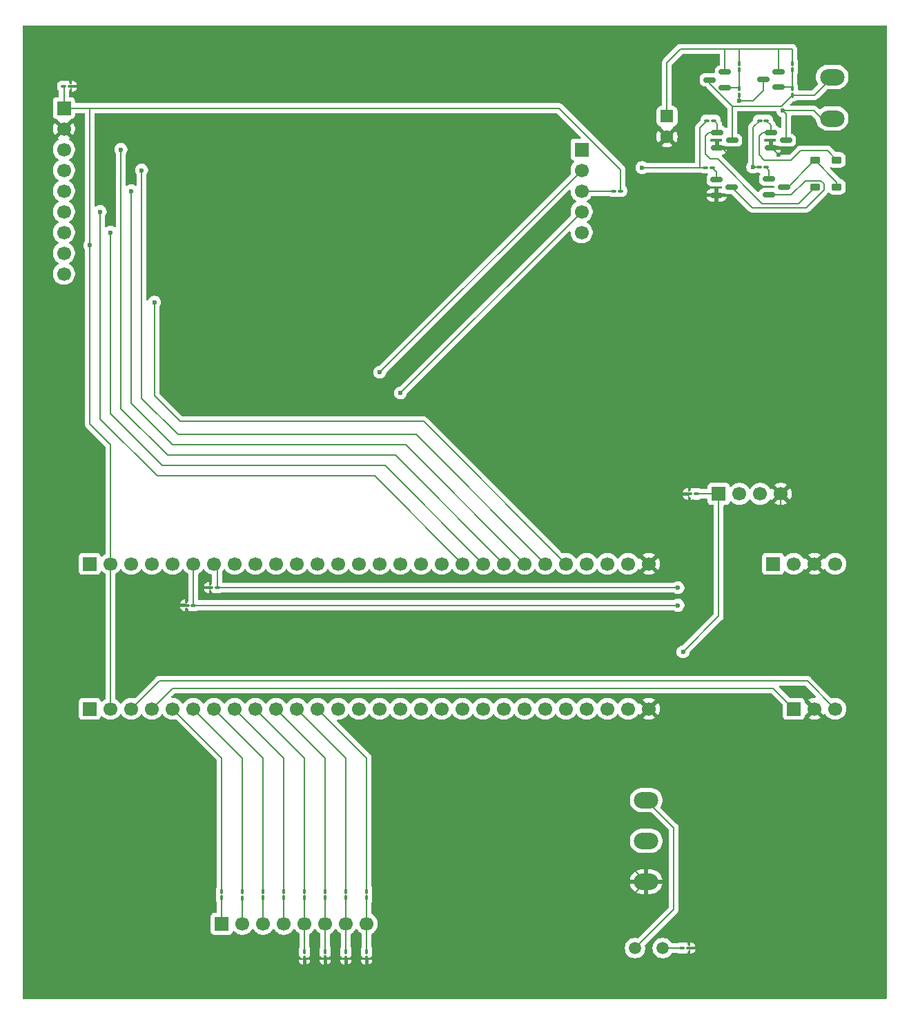
<source format=gbr>
%TF.GenerationSoftware,KiCad,Pcbnew,9.0.6*%
%TF.CreationDate,2025-11-21T06:24:55-05:00*%
%TF.ProjectId,sch,7363682e-6b69-4636-9164-5f7063625858,1.0*%
%TF.SameCoordinates,Original*%
%TF.FileFunction,Copper,L1,Top*%
%TF.FilePolarity,Positive*%
%FSLAX46Y46*%
G04 Gerber Fmt 4.6, Leading zero omitted, Abs format (unit mm)*
G04 Created by KiCad (PCBNEW 9.0.6) date 2025-11-21 06:24:55*
%MOMM*%
%LPD*%
G01*
G04 APERTURE LIST*
G04 Aperture macros list*
%AMRoundRect*
0 Rectangle with rounded corners*
0 $1 Rounding radius*
0 $2 $3 $4 $5 $6 $7 $8 $9 X,Y pos of 4 corners*
0 Add a 4 corners polygon primitive as box body*
4,1,4,$2,$3,$4,$5,$6,$7,$8,$9,$2,$3,0*
0 Add four circle primitives for the rounded corners*
1,1,$1+$1,$2,$3*
1,1,$1+$1,$4,$5*
1,1,$1+$1,$6,$7*
1,1,$1+$1,$8,$9*
0 Add four rect primitives between the rounded corners*
20,1,$1+$1,$2,$3,$4,$5,0*
20,1,$1+$1,$4,$5,$6,$7,0*
20,1,$1+$1,$6,$7,$8,$9,0*
20,1,$1+$1,$8,$9,$2,$3,0*%
G04 Aperture macros list end*
%TA.AperFunction,SMDPad,CuDef*%
%ADD10RoundRect,0.150000X-0.587500X-0.150000X0.587500X-0.150000X0.587500X0.150000X-0.587500X0.150000X0*%
%TD*%
%TA.AperFunction,ComponentPad*%
%ADD11R,1.700000X1.700000*%
%TD*%
%TA.AperFunction,ComponentPad*%
%ADD12C,1.700000*%
%TD*%
%TA.AperFunction,ComponentPad*%
%ADD13RoundRect,1.000000X0.500000X0.000010X-0.500000X0.000010X-0.500000X-0.000010X0.500000X-0.000010X0*%
%TD*%
%TA.AperFunction,SMDPad,CuDef*%
%ADD14RoundRect,0.150000X0.587500X0.150000X-0.587500X0.150000X-0.587500X-0.150000X0.587500X-0.150000X0*%
%TD*%
%TA.AperFunction,SMDPad,CuDef*%
%ADD15RoundRect,0.100000X-0.100000X0.217500X-0.100000X-0.217500X0.100000X-0.217500X0.100000X0.217500X0*%
%TD*%
%TA.AperFunction,SMDPad,CuDef*%
%ADD16RoundRect,0.100000X0.100000X-0.217500X0.100000X0.217500X-0.100000X0.217500X-0.100000X-0.217500X0*%
%TD*%
%TA.AperFunction,SMDPad,CuDef*%
%ADD17RoundRect,0.225000X0.375000X-0.225000X0.375000X0.225000X-0.375000X0.225000X-0.375000X-0.225000X0*%
%TD*%
%TA.AperFunction,SMDPad,CuDef*%
%ADD18RoundRect,0.225000X-0.375000X0.225000X-0.375000X-0.225000X0.375000X-0.225000X0.375000X0.225000X0*%
%TD*%
%TA.AperFunction,SMDPad,CuDef*%
%ADD19RoundRect,0.100000X-0.217500X-0.100000X0.217500X-0.100000X0.217500X0.100000X-0.217500X0.100000X0*%
%TD*%
%TA.AperFunction,SMDPad,CuDef*%
%ADD20RoundRect,0.100000X0.217500X0.100000X-0.217500X0.100000X-0.217500X-0.100000X0.217500X-0.100000X0*%
%TD*%
%TA.AperFunction,ComponentPad*%
%ADD21C,1.500000*%
%TD*%
%TA.AperFunction,ComponentPad*%
%ADD22RoundRect,0.250000X-0.550000X0.550000X-0.550000X-0.550000X0.550000X-0.550000X0.550000X0.550000X0*%
%TD*%
%TA.AperFunction,ComponentPad*%
%ADD23C,1.600000*%
%TD*%
%TA.AperFunction,ViaPad*%
%ADD24C,0.600000*%
%TD*%
%TA.AperFunction,Conductor*%
%ADD25C,0.200000*%
%TD*%
G04 APERTURE END LIST*
D10*
%TO.P,Q5,1,B*%
%TO.N,Net-(Q5-B)*%
X125793500Y-61473000D03*
%TO.P,Q5,2,E*%
%TO.N,GND*%
X125793500Y-63373000D03*
%TO.P,Q5,3,C*%
%TO.N,Net-(Q5-C)*%
X127668500Y-62423000D03*
%TD*%
D11*
%TO.P,J3,1,Pin_1*%
%TO.N,Net-(J3-Pin_1)*%
X65080000Y-152718050D03*
D12*
%TO.P,J3,2,Pin_2*%
%TO.N,Net-(J3-Pin_2)*%
X67620000Y-152718050D03*
%TO.P,J3,3,Pin_3*%
%TO.N,Net-(J3-Pin_3)*%
X70160000Y-152718050D03*
%TO.P,J3,4,Pin_4*%
%TO.N,Net-(J3-Pin_4)*%
X72700000Y-152718050D03*
%TO.P,J3,5,Pin_5*%
%TO.N,Net-(J3-Pin_5)*%
X75240000Y-152718050D03*
%TO.P,J3,6,Pin_6*%
%TO.N,Net-(J3-Pin_6)*%
X77780000Y-152718050D03*
%TO.P,J3,7,Pin_7*%
%TO.N,Net-(J3-Pin_7)*%
X80320000Y-152718050D03*
%TO.P,J3,8,Pin_8*%
%TO.N,Net-(J3-Pin_8)*%
X82860000Y-152718050D03*
%TD*%
D13*
%TO.P,LS1,1,1*%
%TO.N,SPKR_A*%
X139978500Y-53975000D03*
%TO.P,LS1,2,2*%
%TO.N,SPKR_B*%
X139978500Y-48895000D03*
%TD*%
D14*
%TO.P,Q4,1,B*%
%TO.N,Net-(Q4-B)*%
X133383500Y-50124000D03*
%TO.P,Q4,2,E*%
%TO.N,+5V*%
X133383500Y-48224000D03*
%TO.P,Q4,3,C*%
%TO.N,SPKR_A*%
X131508500Y-49174000D03*
%TD*%
D15*
%TO.P,R5,1*%
%TO.N,KP_ROW_3*%
X72700000Y-148728050D03*
%TO.P,R5,2*%
%TO.N,Net-(J3-Pin_4)*%
X72700000Y-149543050D03*
%TD*%
%TO.P,R17,1*%
%TO.N,Net-(Q3-B)*%
X128587500Y-50317000D03*
%TO.P,R17,2*%
%TO.N,SPKR_A*%
X128587500Y-51132000D03*
%TD*%
D16*
%TO.P,R9,1*%
%TO.N,GND*%
X75240000Y-156935550D03*
%TO.P,R9,2*%
%TO.N,Net-(J3-Pin_5)*%
X75240000Y-156120550D03*
%TD*%
D17*
%TO.P,D2,1,K*%
%TO.N,AUD_INH*%
X140525500Y-62356000D03*
%TO.P,D2,2,A*%
%TO.N,Net-(D2-A)*%
X140525500Y-59056000D03*
%TD*%
D14*
%TO.P,Q3,1,B*%
%TO.N,Net-(Q3-B)*%
X126809500Y-50185000D03*
%TO.P,Q3,2,E*%
%TO.N,+5V*%
X126809500Y-48285000D03*
%TO.P,Q3,3,C*%
%TO.N,SPKR_B*%
X124934500Y-49235000D03*
%TD*%
D18*
%TO.P,D1,1,K*%
%TO.N,AUD_INH*%
X137858500Y-59056000D03*
%TO.P,D1,2,A*%
%TO.N,Net-(D1-A)*%
X137858500Y-62356000D03*
%TD*%
D15*
%TO.P,R7,1*%
%TO.N,KP_ROW_1*%
X67620000Y-148778850D03*
%TO.P,R7,2*%
%TO.N,Net-(J3-Pin_2)*%
X67620000Y-149593850D03*
%TD*%
D19*
%TO.P,R22,1*%
%TO.N,AUD_PWM_A*%
X124445500Y-60010000D03*
%TO.P,R22,2*%
%TO.N,Net-(Q5-B)*%
X125260500Y-60010000D03*
%TD*%
D15*
%TO.P,R1,1*%
%TO.N,KP_COL_3*%
X82860000Y-148728050D03*
%TO.P,R1,2*%
%TO.N,Net-(J3-Pin_8)*%
X82860000Y-149543050D03*
%TD*%
D20*
%TO.P,R15,1*%
%TO.N,Net-(D2-A)*%
X131889500Y-54229000D03*
%TO.P,R15,2*%
%TO.N,AUD_PWM_B*%
X131074500Y-54229000D03*
%TD*%
D11*
%TO.P,J8,1,PBOOT*%
%TO.N,unconnected-(J8-PBOOT-Pad1)*%
X132715000Y-108585000D03*
D12*
%TO.P,J8,2,PSWCLK*%
%TO.N,unconnected-(J8-PSWCLK-Pad2)*%
X135255000Y-108585000D03*
%TO.P,J8,3,PGND*%
%TO.N,GND*%
X137795000Y-108585000D03*
%TO.P,J8,4,PSWD*%
%TO.N,unconnected-(J8-PSWD-Pad4)*%
X140335000Y-108585000D03*
%TD*%
D19*
%TO.P,C4,1*%
%TO.N,GND*%
X60806500Y-113665000D03*
%TO.P,C4,2*%
%TO.N,VOL_POT*%
X61621500Y-113665000D03*
%TD*%
D11*
%TO.P,J5,1,Pin_1*%
%TO.N,SD_SPI_CSn*%
X109220000Y-57785000D03*
D12*
%TO.P,J5,2,Pin_2*%
%TO.N,SD_SPI_HOPI*%
X109220000Y-60325000D03*
%TO.P,J5,3,Pin_3*%
%TO.N,SD_SPI_HIPO*%
X109220000Y-62865000D03*
%TO.P,J5,4,Pin_4*%
%TO.N,SD_SPI_SCK*%
X109220000Y-65405000D03*
%TO.P,J5,5,Pin_5*%
%TO.N,unconnected-(J5-Pin_5-Pad5)*%
X109220000Y-67945000D03*
%TD*%
D19*
%TO.P,R14,1*%
%TO.N,AUD_PWM_A*%
X124624000Y-54229000D03*
%TO.P,R14,2*%
%TO.N,Net-(D1-A)*%
X125439000Y-54229000D03*
%TD*%
D11*
%TO.P,J1,1,Pin_1*%
%TO.N,+5V*%
X48895000Y-126365000D03*
D12*
%TO.P,J1,2,Pin_2*%
%TO.N,+3.3V*%
X51435000Y-126365000D03*
%TO.P,J1,3,Pin_3*%
%TO.N,STDIO_UART_HOPI*%
X53975000Y-126365000D03*
%TO.P,J1,4,Pin_4*%
%TO.N,STDIO_UART_HIPO*%
X56515000Y-126365000D03*
%TO.P,J1,5,Pin_5*%
%TO.N,KP_ROW_0*%
X59055000Y-126365000D03*
%TO.P,J1,6,Pin_6*%
%TO.N,KP_ROW_1*%
X61595000Y-126365000D03*
%TO.P,J1,7,Pin_7*%
%TO.N,KP_ROW_2*%
X64135000Y-126365000D03*
%TO.P,J1,8,Pin_8*%
%TO.N,KP_ROW_3*%
X66675000Y-126365000D03*
%TO.P,J1,9,Pin_9*%
%TO.N,KP_COL_0*%
X69215000Y-126365000D03*
%TO.P,J1,10,Pin_10*%
%TO.N,KP_COL_1*%
X71755000Y-126365000D03*
%TO.P,J1,11,Pin_11*%
%TO.N,KP_COL_2*%
X74295000Y-126365000D03*
%TO.P,J1,12,Pin_12*%
%TO.N,KP_COL_3*%
X76835000Y-126365000D03*
%TO.P,J1,13,Pin_13*%
%TO.N,unconnected-(J1-Pin_13-Pad13)*%
X79375000Y-126365000D03*
%TO.P,J1,14,Pin_14*%
%TO.N,unconnected-(J1-Pin_14-Pad14)*%
X81915000Y-126365000D03*
%TO.P,J1,15,Pin_15*%
%TO.N,unconnected-(J1-Pin_15-Pad15)*%
X84455000Y-126365000D03*
%TO.P,J1,16,Pin_16*%
%TO.N,unconnected-(J1-Pin_16-Pad16)*%
X86995000Y-126365000D03*
%TO.P,J1,17,Pin_17*%
%TO.N,unconnected-(J1-Pin_17-Pad17)*%
X89535000Y-126365000D03*
%TO.P,J1,18,Pin_18*%
%TO.N,unconnected-(J1-Pin_18-Pad18)*%
X92075000Y-126365000D03*
%TO.P,J1,19,Pin_19*%
%TO.N,unconnected-(J1-Pin_19-Pad19)*%
X94615000Y-126365000D03*
%TO.P,J1,20,Pin_20*%
%TO.N,unconnected-(J1-Pin_20-Pad20)*%
X97155000Y-126365000D03*
%TO.P,J1,21,Pin_21*%
%TO.N,unconnected-(J1-Pin_21-Pad21)*%
X99695000Y-126365000D03*
%TO.P,J1,22,Pin_22*%
%TO.N,unconnected-(J1-Pin_22-Pad22)*%
X102235000Y-126365000D03*
%TO.P,J1,23,Pin_23*%
%TO.N,unconnected-(J1-Pin_23-Pad23)*%
X104775000Y-126365000D03*
%TO.P,J1,24,Pin_24*%
%TO.N,unconnected-(J1-Pin_24-Pad24)*%
X107315000Y-126365000D03*
%TO.P,J1,25,Pin_25*%
%TO.N,unconnected-(J1-Pin_25-Pad25)*%
X109855000Y-126365000D03*
%TO.P,J1,26,Pin_26*%
%TO.N,unconnected-(J1-Pin_26-Pad26)*%
X112395000Y-126365000D03*
%TO.P,J1,27,Pin_27*%
%TO.N,GPS_UART_HOPI*%
X114935000Y-126365000D03*
%TO.P,J1,28,Pin_28*%
%TO.N,GND*%
X117475000Y-126365000D03*
%TD*%
D15*
%TO.P,R19,1*%
%TO.N,+5V*%
X135064500Y-47217500D03*
%TO.P,R19,2*%
%TO.N,Net-(Q4-B)*%
X135064500Y-48032500D03*
%TD*%
D11*
%TO.P,J4,1,Pin_1*%
%TO.N,+3.3V*%
X45720000Y-52705000D03*
D12*
%TO.P,J4,2,Pin_2*%
%TO.N,GND*%
X45720000Y-55245000D03*
%TO.P,J4,3,Pin_3*%
%TO.N,TFT_SPI_CSn*%
X45720000Y-57785000D03*
%TO.P,J4,4,Pin_4*%
%TO.N,TFT_RST*%
X45720000Y-60325000D03*
%TO.P,J4,5,Pin_5*%
%TO.N,TFT_DC-RS*%
X45720000Y-62865000D03*
%TO.P,J4,6,Pin_6*%
%TO.N,TFT_SPI_HOPI*%
X45720000Y-65405000D03*
%TO.P,J4,7,Pin_7*%
%TO.N,TFT_SPI_SCK*%
X45720000Y-67945000D03*
%TO.P,J4,8,Pin_8*%
%TO.N,Net-(J4-Pin_8)*%
X45720000Y-70485000D03*
%TO.P,J4,9,Pin_9*%
%TO.N,TFT_SPI_HIPO*%
X45720000Y-73025000D03*
%TD*%
D15*
%TO.P,R8,1*%
%TO.N,KP_ROW_0*%
X65080000Y-148728050D03*
%TO.P,R8,2*%
%TO.N,Net-(J3-Pin_1)*%
X65080000Y-149543050D03*
%TD*%
D11*
%TO.P,J2,1,Pin_1*%
%TO.N,+5V*%
X48895000Y-108585000D03*
D12*
%TO.P,J2,2,Pin_2*%
%TO.N,+3.3V*%
X51435000Y-108585000D03*
%TO.P,J2,3,Pin_3*%
%TO.N,unconnected-(J2-Pin_3-Pad3)*%
X53975000Y-108585000D03*
%TO.P,J2,4,Pin_4*%
%TO.N,unconnected-(J2-Pin_4-Pad4)*%
X56515000Y-108585000D03*
%TO.P,J2,5,Pin_5*%
%TO.N,unconnected-(J2-Pin_5-Pad5)*%
X59055000Y-108585000D03*
%TO.P,J2,6,Pin_6*%
%TO.N,VOL_POT*%
X61595000Y-108585000D03*
%TO.P,J2,7,Pin_7*%
%TO.N,LDR*%
X64135000Y-108585000D03*
%TO.P,J2,8,Pin_8*%
%TO.N,unconnected-(J2-Pin_8-Pad8)*%
X66675000Y-108585000D03*
%TO.P,J2,9,Pin_9*%
%TO.N,unconnected-(J2-Pin_9-Pad9)*%
X69215000Y-108585000D03*
%TO.P,J2,10,Pin_10*%
%TO.N,unconnected-(J2-Pin_10-Pad10)*%
X71755000Y-108585000D03*
%TO.P,J2,11,Pin_11*%
%TO.N,unconnected-(J2-Pin_11-Pad11)*%
X74295000Y-108585000D03*
%TO.P,J2,12,Pin_12*%
%TO.N,unconnected-(J2-Pin_12-Pad12)*%
X76835000Y-108585000D03*
%TO.P,J2,13,Pin_13*%
%TO.N,AUD_PWM_B*%
X79375000Y-108585000D03*
%TO.P,J2,14,Pin_14*%
%TO.N,AUD_PWM_A*%
X81915000Y-108585000D03*
%TO.P,J2,15,Pin_15*%
%TO.N,SD_SPI_HOPI*%
X84455000Y-108585000D03*
%TO.P,J2,16,Pin_16*%
%TO.N,SD_SPI_SCK*%
X86995000Y-108585000D03*
%TO.P,J2,17,Pin_17*%
%TO.N,SD_SPI_CSn*%
X89535000Y-108585000D03*
%TO.P,J2,18,Pin_18*%
%TO.N,SD_SPI_HIPO*%
X92075000Y-108585000D03*
%TO.P,J2,19,Pin_19*%
%TO.N,TFT_SPI_HOPI*%
X94615000Y-108585000D03*
%TO.P,J2,20,Pin_20*%
%TO.N,TFT_SPI_SCK*%
X97155000Y-108585000D03*
%TO.P,J2,21,Pin_21*%
%TO.N,TFT_SPI_CSn*%
X99695000Y-108585000D03*
%TO.P,J2,22,Pin_22*%
%TO.N,TFT_DC-RS*%
X102235000Y-108585000D03*
%TO.P,J2,23,Pin_23*%
%TO.N,TFT_RST*%
X104775000Y-108585000D03*
%TO.P,J2,24,Pin_24*%
%TO.N,TFT_BACKLIT_LED*%
X107315000Y-108585000D03*
%TO.P,J2,25,Pin_25*%
%TO.N,GPS_UART_HIPO*%
X109855000Y-108585000D03*
%TO.P,J2,26,Pin_26*%
%TO.N,unconnected-(J2-Pin_26-Pad26)*%
X112395000Y-108585000D03*
%TO.P,J2,27,Pin_27*%
%TO.N,unconnected-(J2-Pin_27-Pad27)*%
X114935000Y-108585000D03*
%TO.P,J2,28,Pin_28*%
%TO.N,GND*%
X117475000Y-108585000D03*
%TD*%
D10*
%TO.P,Q2,1,B*%
%TO.N,Net-(D2-A)*%
X132427500Y-55692000D03*
%TO.P,Q2,2,E*%
%TO.N,GND*%
X132427500Y-57592000D03*
%TO.P,Q2,3,C*%
%TO.N,SPKR_A*%
X134302500Y-56642000D03*
%TD*%
D16*
%TO.P,R12,1*%
%TO.N,GND*%
X82860000Y-156935550D03*
%TO.P,R12,2*%
%TO.N,Net-(J3-Pin_8)*%
X82860000Y-156120550D03*
%TD*%
D11*
%TO.P,J6,1,Pin_1*%
%TO.N,+3.3V*%
X126050000Y-100012500D03*
D12*
%TO.P,J6,2,Pin_2*%
%TO.N,GPS_UART_HOPI*%
X128590000Y-100012500D03*
%TO.P,J6,3,Pin_3*%
%TO.N,GPS_UART_HIPO*%
X131130000Y-100012500D03*
%TO.P,J6,4,Pin_4*%
%TO.N,GND*%
X133670000Y-100012500D03*
%TD*%
D15*
%TO.P,R4,1*%
%TO.N,KP_COL_0*%
X75240000Y-148728050D03*
%TO.P,R4,2*%
%TO.N,Net-(J3-Pin_5)*%
X75240000Y-149543050D03*
%TD*%
D16*
%TO.P,R10,1*%
%TO.N,GND*%
X77780000Y-156909450D03*
%TO.P,R10,2*%
%TO.N,Net-(J3-Pin_6)*%
X77780000Y-156094450D03*
%TD*%
D11*
%TO.P,J7,1,TX*%
%TO.N,STDIO_UART_HIPO*%
X135255000Y-126365000D03*
D12*
%TO.P,J7,2,GND*%
%TO.N,GND*%
X137795000Y-126365000D03*
%TO.P,J7,3,RX*%
%TO.N,STDIO_UART_HOPI*%
X140335000Y-126365000D03*
%TD*%
D21*
%TO.P,R23,1*%
%TO.N,+3.3V*%
X115775000Y-155702000D03*
%TO.P,R23,2*%
%TO.N,LDR*%
X119175000Y-155702000D03*
%TD*%
D20*
%TO.P,R13,1*%
%TO.N,+3.3V*%
X113997000Y-62865000D03*
%TO.P,R13,2*%
%TO.N,SD_SPI_HIPO*%
X113182000Y-62865000D03*
%TD*%
D13*
%TO.P,RV1,1,1*%
%TO.N,GND*%
X117150000Y-147557500D03*
%TO.P,RV1,2,2*%
%TO.N,VOL_POT*%
X117150000Y-142557500D03*
%TO.P,RV1,3,3*%
%TO.N,+3.3V*%
X117150000Y-137557500D03*
%TD*%
D20*
%TO.P,C3,1*%
%TO.N,+3.3V*%
X123272500Y-100012500D03*
%TO.P,C3,2*%
%TO.N,GND*%
X122457500Y-100012500D03*
%TD*%
D15*
%TO.P,R2,1*%
%TO.N,KP_COL_2*%
X80320000Y-148728050D03*
%TO.P,R2,2*%
%TO.N,Net-(J3-Pin_7)*%
X80320000Y-149543050D03*
%TD*%
D16*
%TO.P,R11,1*%
%TO.N,GND*%
X80320000Y-156936650D03*
%TO.P,R11,2*%
%TO.N,Net-(J3-Pin_7)*%
X80320000Y-156121650D03*
%TD*%
D15*
%TO.P,R6,1*%
%TO.N,KP_ROW_2*%
X70160000Y-148726950D03*
%TO.P,R6,2*%
%TO.N,Net-(J3-Pin_3)*%
X70160000Y-149541950D03*
%TD*%
%TO.P,R18,1*%
%TO.N,+5V*%
X128587500Y-47217500D03*
%TO.P,R18,2*%
%TO.N,Net-(Q3-B)*%
X128587500Y-48032500D03*
%TD*%
D20*
%TO.P,C5,1*%
%TO.N,LDR*%
X64542500Y-111506000D03*
%TO.P,C5,2*%
%TO.N,GND*%
X63727500Y-111506000D03*
%TD*%
D19*
%TO.P,R24,1*%
%TO.N,LDR*%
X121561500Y-155702000D03*
%TO.P,R24,2*%
%TO.N,GND*%
X122376500Y-155702000D03*
%TD*%
D10*
%TO.P,Q6,1,B*%
%TO.N,Net-(Q6-B)*%
X132222000Y-61407000D03*
%TO.P,Q6,2,E*%
%TO.N,Net-(Q5-C)*%
X132222000Y-63307000D03*
%TO.P,Q6,3,C*%
%TO.N,AUD_INH*%
X134097000Y-62357000D03*
%TD*%
%TO.P,Q1,1,B*%
%TO.N,Net-(D1-A)*%
X125823500Y-55692000D03*
%TO.P,Q1,2,E*%
%TO.N,GND*%
X125823500Y-57592000D03*
%TO.P,Q1,3,C*%
%TO.N,SPKR_B*%
X127698500Y-56642000D03*
%TD*%
D16*
%TO.P,R16,1*%
%TO.N,SPKR_B*%
X135064500Y-51105500D03*
%TO.P,R16,2*%
%TO.N,Net-(Q4-B)*%
X135064500Y-50290500D03*
%TD*%
D19*
%TO.P,C2,1*%
%TO.N,+3.3V*%
X45693500Y-50038000D03*
%TO.P,C2,2*%
%TO.N,GND*%
X46508500Y-50038000D03*
%TD*%
D15*
%TO.P,R3,1*%
%TO.N,KP_COL_1*%
X77780000Y-148728050D03*
%TO.P,R3,2*%
%TO.N,Net-(J3-Pin_6)*%
X77780000Y-149543050D03*
%TD*%
D22*
%TO.P,C1,1*%
%TO.N,+5V*%
X119697500Y-53711349D03*
D23*
%TO.P,C1,2*%
%TO.N,GND*%
X119697500Y-56211349D03*
%TD*%
D19*
%TO.P,R21,1*%
%TO.N,AUD_PWM_B*%
X131022500Y-59944000D03*
%TO.P,R21,2*%
%TO.N,Net-(Q6-B)*%
X131837500Y-59944000D03*
%TD*%
D24*
%TO.N,+3.3V*%
X121666000Y-119380000D03*
X48895000Y-69532500D03*
%TO.N,TFT_BACKLIT_LED*%
X56825000Y-76517500D03*
%TO.N,TFT_DC-RS*%
X53975000Y-62865000D03*
%TO.N,TFT_RST*%
X55245000Y-60325000D03*
%TO.N,TFT_SPI_SCK*%
X51435000Y-67945000D03*
%TO.N,TFT_SPI_CSn*%
X52705000Y-57785000D03*
%TO.N,TFT_SPI_HOPI*%
X50165000Y-65405000D03*
%TO.N,SD_SPI_HOPI*%
X84455000Y-85090000D03*
%TO.N,SD_SPI_SCK*%
X86995000Y-87630000D03*
%TO.N,SPKR_A*%
X133924640Y-53014660D03*
X128587500Y-51816000D03*
%TO.N,AUD_PWM_B*%
X130238500Y-59944000D03*
%TO.N,AUD_PWM_A*%
X116649500Y-60010000D03*
%TO.N,VOL_POT*%
X121031000Y-113665000D03*
%TO.N,GND*%
X133350000Y-58420000D03*
X127254000Y-58420000D03*
%TO.N,LDR*%
X121031000Y-111506000D03*
%TD*%
D25*
%TO.N,Net-(D1-A)*%
X124396500Y-58293000D02*
X124396500Y-56134000D01*
X124396500Y-56134000D02*
X124838500Y-55692000D01*
X137858500Y-62356000D02*
X135825500Y-64389000D01*
X125920500Y-58928000D02*
X125031500Y-58928000D01*
X131381500Y-64389000D02*
X125920500Y-58928000D01*
X125823500Y-55692000D02*
X125823500Y-54613500D01*
X135825500Y-64389000D02*
X131381500Y-64389000D01*
X125031500Y-58928000D02*
X124396500Y-58293000D01*
X125823500Y-54613500D02*
X125439000Y-54229000D01*
X124838500Y-55692000D02*
X125823500Y-55692000D01*
%TO.N,AUD_INH*%
X134556500Y-62357000D02*
X137457500Y-59456000D01*
X137858500Y-59118500D02*
X140525500Y-61785500D01*
X137984500Y-59056000D02*
X137985500Y-59055000D01*
X140525500Y-61785500D02*
X140525500Y-62356000D01*
X137858500Y-59056000D02*
X137858500Y-59118500D01*
X140524500Y-62357000D02*
X140525500Y-62356000D01*
X134097000Y-62357000D02*
X134556500Y-62357000D01*
X137457500Y-59456000D02*
X137457500Y-59056000D01*
X137858500Y-59056000D02*
X137984500Y-59056000D01*
%TO.N,Net-(D2-A)*%
X134937500Y-59055000D02*
X136080500Y-57912000D01*
X131442500Y-55692000D02*
X131000500Y-56134000D01*
X132427500Y-54767000D02*
X131889500Y-54229000D01*
X132427500Y-55692000D02*
X132427500Y-54767000D01*
X132427500Y-55692000D02*
X131442500Y-55692000D01*
X136080500Y-57912000D02*
X139381500Y-57912000D01*
X131000500Y-58420000D02*
X131635500Y-59055000D01*
X139381500Y-57912000D02*
X140525500Y-59056000D01*
X131000500Y-56134000D02*
X131000500Y-58420000D01*
X131635500Y-59055000D02*
X134937500Y-59055000D01*
%TO.N,KP_COL_2*%
X74295000Y-126365000D02*
X80320000Y-132390000D01*
X80320000Y-132390000D02*
X80320000Y-148728050D01*
%TO.N,KP_ROW_2*%
X64135000Y-126365000D02*
X70160000Y-132390000D01*
X70160000Y-132390000D02*
X70160000Y-148726950D01*
%TO.N,KP_ROW_1*%
X61595000Y-126365000D02*
X67620000Y-132390000D01*
X67620000Y-132390000D02*
X67620000Y-148778850D01*
%TO.N,KP_ROW_0*%
X65080000Y-132390000D02*
X65080000Y-148728050D01*
X59055000Y-126365000D02*
X65080000Y-132390000D01*
%TO.N,+3.3V*%
X126050000Y-114996000D02*
X126050000Y-100012500D01*
X123272500Y-100012500D02*
X126050000Y-100012500D01*
X45720000Y-50064500D02*
X45693500Y-50038000D01*
X120523000Y-150954000D02*
X120523000Y-140930500D01*
X51435000Y-113347500D02*
X51435000Y-108585000D01*
X48895000Y-69532500D02*
X48895000Y-91440000D01*
X113997000Y-62865000D02*
X113997000Y-60260000D01*
X113997000Y-60260000D02*
X106442000Y-52705000D01*
X51435000Y-93980000D02*
X51435000Y-108585000D01*
X48895000Y-91440000D02*
X51435000Y-93980000D01*
X120523000Y-140930500D02*
X117150000Y-137557500D01*
X121666000Y-119380000D02*
X126050000Y-114996000D01*
X45720000Y-52705000D02*
X48895000Y-52705000D01*
X51435000Y-114617500D02*
X51435000Y-113347500D01*
X51435000Y-126365000D02*
X51435000Y-114617500D01*
X106442000Y-52705000D02*
X48895000Y-52705000D01*
X48895000Y-69532500D02*
X48895000Y-52705000D01*
X115775000Y-155702000D02*
X120523000Y-150954000D01*
X45720000Y-52705000D02*
X45720000Y-50064500D01*
%TO.N,+5V*%
X135064500Y-47217500D02*
X135064500Y-45466000D01*
X133383500Y-48224000D02*
X133383500Y-45496000D01*
X126809500Y-48285000D02*
X126809500Y-45466000D01*
X128587500Y-45466000D02*
X133413500Y-45466000D01*
X128587500Y-47217500D02*
X128587500Y-45466000D01*
X133413500Y-45466000D02*
X135064500Y-45466000D01*
X121348500Y-45466000D02*
X126809500Y-45466000D01*
X119697500Y-53711349D02*
X119697500Y-47117000D01*
X133383500Y-45496000D02*
X133413500Y-45466000D01*
X119697500Y-47117000D02*
X121348500Y-45466000D01*
X126809500Y-45466000D02*
X128587500Y-45466000D01*
%TO.N,KP_COL_3*%
X82860000Y-132390000D02*
X82860000Y-148728050D01*
X76835000Y-126365000D02*
X82860000Y-132390000D01*
%TO.N,STDIO_UART_HOPI*%
X53975000Y-126365000D02*
X57404000Y-122936000D01*
X136906000Y-122936000D02*
X140335000Y-126365000D01*
X57404000Y-122936000D02*
X136906000Y-122936000D01*
%TO.N,KP_COL_1*%
X71755000Y-126365000D02*
X77780000Y-132390000D01*
X77780000Y-132390000D02*
X77780000Y-148728050D01*
%TO.N,KP_COL_0*%
X75240000Y-132390000D02*
X75240000Y-148728050D01*
X69215000Y-126365000D02*
X75240000Y-132390000D01*
%TO.N,STDIO_UART_HIPO*%
X135255000Y-126365000D02*
X132715000Y-123825000D01*
X132715000Y-123825000D02*
X59055000Y-123825000D01*
X59055000Y-123825000D02*
X56515000Y-126365000D01*
%TO.N,TFT_BACKLIT_LED*%
X60000000Y-91122500D02*
X89852500Y-91122500D01*
X56825000Y-87947500D02*
X60000000Y-91122500D01*
X56825000Y-76517500D02*
X56825000Y-87947500D01*
X89852500Y-91122500D02*
X107315000Y-108585000D01*
%TO.N,TFT_DC-RS*%
X53975000Y-88900000D02*
X59055000Y-93980000D01*
X53975000Y-62865000D02*
X53975000Y-88900000D01*
X59055000Y-93980000D02*
X87630000Y-93980000D01*
X87630000Y-93980000D02*
X102235000Y-108585000D01*
%TO.N,TFT_RST*%
X55245000Y-88265000D02*
X59690000Y-92710000D01*
X55245000Y-60325000D02*
X55245000Y-88265000D01*
X88900000Y-92710000D02*
X104775000Y-108585000D01*
X59690000Y-92710000D02*
X88900000Y-92710000D01*
%TO.N,TFT_SPI_SCK*%
X57785000Y-96520000D02*
X85090000Y-96520000D01*
X51435000Y-67945000D02*
X51435000Y-90170000D01*
X85090000Y-96520000D02*
X97155000Y-108585000D01*
X51435000Y-90170000D02*
X57785000Y-96520000D01*
%TO.N,TFT_SPI_CSn*%
X58420000Y-95250000D02*
X86360000Y-95250000D01*
X52705000Y-89535000D02*
X58420000Y-95250000D01*
X52705000Y-57785000D02*
X52705000Y-89535000D01*
X86360000Y-95250000D02*
X99695000Y-108585000D01*
%TO.N,TFT_SPI_HOPI*%
X57150000Y-97790000D02*
X83820000Y-97790000D01*
X83820000Y-97790000D02*
X94615000Y-108585000D01*
X50165000Y-90805000D02*
X57150000Y-97790000D01*
X50165000Y-65405000D02*
X50165000Y-90805000D01*
%TO.N,SD_SPI_HOPI*%
X109220000Y-60325000D02*
X84455000Y-85090000D01*
%TO.N,SD_SPI_SCK*%
X109220000Y-65405000D02*
X86995000Y-87630000D01*
%TO.N,SD_SPI_HIPO*%
X113182000Y-62865000D02*
X109220000Y-62865000D01*
%TO.N,SPKR_A*%
X130238500Y-51816000D02*
X131508500Y-50546000D01*
X133924640Y-53014660D02*
X137723660Y-53014660D01*
X137723660Y-53014660D02*
X138684000Y-53975000D01*
X128587500Y-51816000D02*
X128587500Y-51132000D01*
X138684000Y-53975000D02*
X139978500Y-53975000D01*
X133924640Y-53014660D02*
X134302500Y-53392520D01*
X128587500Y-51816000D02*
X130238500Y-51816000D01*
X131508500Y-50546000D02*
X131508500Y-49174000D01*
X134302500Y-53392520D02*
X134302500Y-56642000D01*
%TO.N,SPKR_B*%
X133719000Y-52451000D02*
X135064500Y-51105500D01*
X127698500Y-56642000D02*
X127698500Y-52453468D01*
X127698500Y-52453468D02*
X127696032Y-52451000D01*
X137768000Y-51105500D02*
X135064500Y-51105500D01*
X139978500Y-48895000D02*
X137768000Y-51105500D01*
X124934500Y-49689468D02*
X127696032Y-52451000D01*
X127696032Y-52451000D02*
X133719000Y-52451000D01*
X124934500Y-49235000D02*
X124934500Y-49689468D01*
%TO.N,Net-(Q3-B)*%
X126809500Y-50185000D02*
X128455500Y-50185000D01*
X128455500Y-50185000D02*
X128587500Y-50317000D01*
X128587500Y-50317000D02*
X128587500Y-48032500D01*
%TO.N,Net-(Q4-B)*%
X134898000Y-50124000D02*
X135064500Y-50290500D01*
X135064500Y-50290500D02*
X135064500Y-48032500D01*
X133383500Y-50124000D02*
X134898000Y-50124000D01*
%TO.N,Net-(J3-Pin_4)*%
X72700000Y-149543050D02*
X72700000Y-152718050D01*
%TO.N,Net-(J3-Pin_8)*%
X82860000Y-152718050D02*
X82860000Y-156120550D01*
X82860000Y-149543050D02*
X82860000Y-152718050D01*
%TO.N,Net-(J3-Pin_5)*%
X75240000Y-149543050D02*
X75240000Y-152718050D01*
X75240000Y-156120550D02*
X75240000Y-152718050D01*
%TO.N,Net-(J3-Pin_2)*%
X67620000Y-149593850D02*
X67620000Y-152718050D01*
%TO.N,Net-(J3-Pin_3)*%
X70160000Y-149541950D02*
X70160000Y-152718050D01*
%TO.N,Net-(J3-Pin_1)*%
X65080000Y-149543050D02*
X65080000Y-152718050D01*
%TO.N,Net-(J3-Pin_6)*%
X77780000Y-149543050D02*
X77780000Y-152718050D01*
X77780000Y-152718050D02*
X77780000Y-156094450D01*
%TO.N,Net-(J3-Pin_7)*%
X80320000Y-149543050D02*
X80320000Y-152718050D01*
X80320000Y-152718050D02*
X80320000Y-156121650D01*
%TO.N,Net-(Q5-C)*%
X134940000Y-63307000D02*
X132222000Y-63307000D01*
X138938000Y-61967195D02*
X138565805Y-61595000D01*
X136652000Y-61595000D02*
X134940000Y-63307000D01*
X138565805Y-61595000D02*
X136652000Y-61595000D01*
X138938000Y-62745805D02*
X138938000Y-61967195D01*
X136786805Y-64897000D02*
X138938000Y-62745805D01*
X127668500Y-62423000D02*
X130142500Y-64897000D01*
X130142500Y-64897000D02*
X136786805Y-64897000D01*
%TO.N,AUD_PWM_B*%
X130238500Y-55065000D02*
X131074500Y-54229000D01*
X130238500Y-59944000D02*
X130238500Y-55065000D01*
X131022500Y-59944000D02*
X130238500Y-59944000D01*
%TO.N,AUD_PWM_A*%
X123761500Y-55091500D02*
X123761500Y-60010000D01*
X123761500Y-60010000D02*
X124445500Y-60010000D01*
X124624000Y-54229000D02*
X123761500Y-55091500D01*
X116649500Y-60010000D02*
X124445500Y-60010000D01*
%TO.N,KP_ROW_3*%
X72700000Y-132390000D02*
X72700000Y-148728050D01*
X66675000Y-126365000D02*
X72700000Y-132390000D01*
%TO.N,VOL_POT*%
X61621500Y-108611500D02*
X61595000Y-108585000D01*
X61621500Y-113665000D02*
X121031000Y-113665000D01*
X121031000Y-113665000D02*
X120904000Y-113792000D01*
X61621500Y-113665000D02*
X61621500Y-108611500D01*
X61677500Y-108667500D02*
X61595000Y-108585000D01*
%TO.N,GND*%
X114046000Y-144453500D02*
X117150000Y-147557500D01*
X126426000Y-57592000D02*
X127254000Y-58420000D01*
X132522000Y-57592000D02*
X133350000Y-58420000D01*
X77780000Y-156909450D02*
X78033600Y-156909450D01*
X75240000Y-156935550D02*
X77753900Y-156935550D01*
X133670000Y-104460000D02*
X133670000Y-100012500D01*
X80320000Y-156936650D02*
X82858900Y-156936650D01*
X137795000Y-126912500D02*
X137795000Y-126365000D01*
X125823500Y-57592000D02*
X126426000Y-57592000D01*
X75240000Y-156935550D02*
X75240000Y-157163050D01*
X82860000Y-156935550D02*
X107771950Y-156935550D01*
X117475000Y-126365000D02*
X114046000Y-129794000D01*
X77753900Y-156935550D02*
X77780000Y-156909450D01*
X78060800Y-156936650D02*
X80320000Y-156936650D01*
X114046000Y-129794000D02*
X114046000Y-144453500D01*
X45746500Y-55271500D02*
X45720000Y-55245000D01*
X132427500Y-57592000D02*
X132522000Y-57592000D01*
X107771950Y-156935550D02*
X117150000Y-147557500D01*
X78033600Y-156909450D02*
X78060800Y-156936650D01*
X82858900Y-156936650D02*
X82860000Y-156935550D01*
X137795000Y-108585000D02*
X133670000Y-104460000D01*
%TO.N,LDR*%
X64415500Y-108865500D02*
X64135000Y-108585000D01*
X64516000Y-108966000D02*
X64516000Y-111479500D01*
X64516000Y-111479500D02*
X64542500Y-111506000D01*
X119175000Y-155702000D02*
X121561500Y-155702000D01*
X121031000Y-111506000D02*
X64415500Y-111506000D01*
X64135000Y-108585000D02*
X64516000Y-108966000D01*
%TO.N,unconnected-(J2-Pin_27-Pad27)*%
X114935000Y-108585000D02*
X114935000Y-108577500D01*
%TO.N,Net-(Q5-B)*%
X125793500Y-61473000D02*
X125793500Y-60543000D01*
X125793500Y-60543000D02*
X125260500Y-60010000D01*
%TO.N,Net-(Q6-B)*%
X132222000Y-61407000D02*
X132222000Y-60328500D01*
X132222000Y-60328500D02*
X131837500Y-59944000D01*
%TD*%
%TA.AperFunction,Conductor*%
%TO.N,GND*%
G36*
X136672942Y-123556185D02*
G01*
X136693584Y-123572819D01*
X137924084Y-124803319D01*
X137957569Y-124864642D01*
X137952585Y-124934334D01*
X137910713Y-124990267D01*
X137845249Y-125014684D01*
X137836403Y-125015000D01*
X137688754Y-125015000D01*
X137478872Y-125048242D01*
X137478869Y-125048242D01*
X137276782Y-125113904D01*
X137087439Y-125210380D01*
X137033282Y-125249727D01*
X137033282Y-125249728D01*
X137665591Y-125882037D01*
X137602007Y-125899075D01*
X137487993Y-125964901D01*
X137394901Y-126057993D01*
X137329075Y-126172007D01*
X137312037Y-126235591D01*
X136641818Y-125565372D01*
X136608333Y-125504049D01*
X136605499Y-125477691D01*
X136605499Y-125467129D01*
X136605498Y-125467123D01*
X136605497Y-125467116D01*
X136599091Y-125407517D01*
X136548796Y-125272669D01*
X136548795Y-125272668D01*
X136548793Y-125272664D01*
X136462547Y-125157455D01*
X136462544Y-125157452D01*
X136347335Y-125071206D01*
X136347328Y-125071202D01*
X136212482Y-125020908D01*
X136212483Y-125020908D01*
X136152883Y-125014501D01*
X136152881Y-125014500D01*
X136152873Y-125014500D01*
X136152865Y-125014500D01*
X134805097Y-125014500D01*
X134738058Y-124994815D01*
X134717416Y-124978181D01*
X133487416Y-123748181D01*
X133453931Y-123686858D01*
X133458915Y-123617166D01*
X133500787Y-123561233D01*
X133566251Y-123536816D01*
X133575097Y-123536500D01*
X136605903Y-123536500D01*
X136672942Y-123556185D01*
G37*
%TD.AperFunction*%
%TA.AperFunction,Conductor*%
G36*
X133044482Y-53060444D02*
G01*
X133075381Y-53067746D01*
X133077766Y-53070217D01*
X133081060Y-53071185D01*
X133101845Y-53095173D01*
X133123896Y-53118025D01*
X133125440Y-53122402D01*
X133126815Y-53123989D01*
X133135638Y-53151309D01*
X133154901Y-53248149D01*
X133154904Y-53248161D01*
X133215242Y-53393832D01*
X133215249Y-53393845D01*
X133302850Y-53524948D01*
X133302853Y-53524952D01*
X133414347Y-53636446D01*
X133414351Y-53636449D01*
X133545454Y-53724050D01*
X133545458Y-53724052D01*
X133545461Y-53724054D01*
X133625454Y-53757188D01*
X133679855Y-53801027D01*
X133701921Y-53867321D01*
X133702000Y-53871748D01*
X133702000Y-55009691D01*
X133682315Y-55076730D01*
X133629511Y-55122485D01*
X133560353Y-55132429D01*
X133496797Y-55103404D01*
X133490319Y-55097372D01*
X133416870Y-55023923D01*
X133416862Y-55023917D01*
X133335725Y-54975933D01*
X133275398Y-54940256D01*
X133275397Y-54940255D01*
X133275396Y-54940255D01*
X133275393Y-54940253D01*
X133117406Y-54894354D01*
X133058520Y-54856748D01*
X133029314Y-54793275D01*
X133028001Y-54775278D01*
X133028001Y-54687945D01*
X133028001Y-54687943D01*
X132987077Y-54535215D01*
X132946249Y-54464500D01*
X132908020Y-54398284D01*
X132796216Y-54286480D01*
X132796215Y-54286479D01*
X132791885Y-54282149D01*
X132791874Y-54282139D01*
X132743818Y-54234083D01*
X132710333Y-54172760D01*
X132710333Y-54172759D01*
X132707499Y-54146402D01*
X132707499Y-54089636D01*
X132692046Y-53972246D01*
X132692044Y-53972239D01*
X132692044Y-53972238D01*
X132631536Y-53826159D01*
X132535282Y-53700718D01*
X132409841Y-53604464D01*
X132406024Y-53602883D01*
X132263762Y-53543956D01*
X132263760Y-53543955D01*
X132146361Y-53528500D01*
X131632636Y-53528500D01*
X131515234Y-53543955D01*
X131514083Y-53544264D01*
X131512891Y-53544264D01*
X131507179Y-53545016D01*
X131507080Y-53544264D01*
X131456919Y-53544264D01*
X131456820Y-53545017D01*
X131451107Y-53544264D01*
X131449917Y-53544265D01*
X131448765Y-53543956D01*
X131331361Y-53528500D01*
X130817636Y-53528500D01*
X130700246Y-53543953D01*
X130700237Y-53543956D01*
X130554160Y-53604463D01*
X130428718Y-53700718D01*
X130332463Y-53826160D01*
X130271956Y-53972237D01*
X130271955Y-53972239D01*
X130256539Y-54089340D01*
X130256501Y-54089636D01*
X130256500Y-54089645D01*
X130256500Y-54146402D01*
X130236815Y-54213441D01*
X130220181Y-54234083D01*
X129757981Y-54696282D01*
X129757980Y-54696284D01*
X129722763Y-54757282D01*
X129678923Y-54833215D01*
X129637999Y-54985943D01*
X129637999Y-54985945D01*
X129637999Y-55154046D01*
X129638000Y-55154059D01*
X129638000Y-59364234D01*
X129618315Y-59431273D01*
X129617102Y-59433125D01*
X129529109Y-59564814D01*
X129529102Y-59564827D01*
X129468764Y-59710498D01*
X129468761Y-59710510D01*
X129438000Y-59865153D01*
X129438000Y-60022846D01*
X129468761Y-60177489D01*
X129468764Y-60177501D01*
X129529102Y-60323172D01*
X129529109Y-60323185D01*
X129616710Y-60454288D01*
X129616713Y-60454292D01*
X129728207Y-60565786D01*
X129728211Y-60565789D01*
X129859314Y-60653390D01*
X129859327Y-60653397D01*
X129997188Y-60710500D01*
X130005003Y-60713737D01*
X130131591Y-60738917D01*
X130159653Y-60744499D01*
X130159656Y-60744500D01*
X130159658Y-60744500D01*
X130317344Y-60744500D01*
X130317345Y-60744499D01*
X130471997Y-60713737D01*
X130617679Y-60653394D01*
X130617684Y-60653390D01*
X130623052Y-60650522D01*
X130624142Y-60652563D01*
X130680974Y-60634742D01*
X130699412Y-60635781D01*
X130765639Y-60644500D01*
X131027692Y-60644499D01*
X131094730Y-60664183D01*
X131140485Y-60716987D01*
X131150429Y-60786146D01*
X131121404Y-60849701D01*
X131116788Y-60854659D01*
X131116417Y-60855137D01*
X131032755Y-60996603D01*
X131032754Y-60996606D01*
X130986902Y-61154426D01*
X130986901Y-61154432D01*
X130984000Y-61191298D01*
X130984000Y-61622701D01*
X130986901Y-61659567D01*
X130986902Y-61659573D01*
X131032754Y-61817393D01*
X131032755Y-61817396D01*
X131032756Y-61817398D01*
X131035657Y-61822303D01*
X131116417Y-61958862D01*
X131116423Y-61958870D01*
X131232629Y-62075076D01*
X131232633Y-62075079D01*
X131232635Y-62075081D01*
X131374102Y-62158744D01*
X131393914Y-62164500D01*
X131531926Y-62204597D01*
X131531929Y-62204597D01*
X131531931Y-62204598D01*
X131568806Y-62207500D01*
X132735000Y-62207500D01*
X132743685Y-62210050D01*
X132752647Y-62208762D01*
X132776687Y-62219740D01*
X132802039Y-62227185D01*
X132807966Y-62234025D01*
X132816203Y-62237787D01*
X132830492Y-62260021D01*
X132847794Y-62279989D01*
X132850081Y-62290503D01*
X132853977Y-62296565D01*
X132859000Y-62331500D01*
X132859000Y-62382500D01*
X132839315Y-62449539D01*
X132786511Y-62495294D01*
X132735000Y-62506500D01*
X131568798Y-62506500D01*
X131531932Y-62509401D01*
X131531926Y-62509402D01*
X131374106Y-62555254D01*
X131374103Y-62555255D01*
X131232637Y-62638917D01*
X131232629Y-62638923D01*
X131116423Y-62755129D01*
X131116417Y-62755137D01*
X131032755Y-62896602D01*
X131024971Y-62923396D01*
X130987363Y-62982281D01*
X130923890Y-63011485D01*
X130854703Y-63001738D01*
X130818214Y-62976479D01*
X126441652Y-58599917D01*
X126408167Y-58538594D01*
X126413151Y-58468902D01*
X126455023Y-58412969D01*
X126507798Y-58393213D01*
X126507255Y-58390239D01*
X126513495Y-58389099D01*
X126671193Y-58343283D01*
X126671196Y-58343282D01*
X126812552Y-58259685D01*
X126812561Y-58259678D01*
X126928678Y-58143561D01*
X126928685Y-58143552D01*
X127012281Y-58002198D01*
X127058100Y-57844486D01*
X127058295Y-57842001D01*
X127058295Y-57842000D01*
X125947500Y-57842000D01*
X125880461Y-57822315D01*
X125834706Y-57769511D01*
X125823500Y-57718000D01*
X125823500Y-57592000D01*
X125697500Y-57592000D01*
X125630461Y-57572315D01*
X125584706Y-57519511D01*
X125573500Y-57468000D01*
X125573500Y-56792000D01*
X125170345Y-56792000D01*
X125130726Y-56795118D01*
X125117117Y-56792258D01*
X125103353Y-56794238D01*
X125083598Y-56785216D01*
X125062349Y-56780752D01*
X125052447Y-56770990D01*
X125039797Y-56765213D01*
X125028056Y-56746943D01*
X125012594Y-56731700D01*
X125008768Y-56716930D01*
X125002023Y-56706435D01*
X124997000Y-56671500D01*
X124997000Y-56613003D01*
X125016685Y-56545964D01*
X125069489Y-56500209D01*
X125130729Y-56489385D01*
X125133429Y-56489597D01*
X125133431Y-56489598D01*
X125170306Y-56492500D01*
X126336500Y-56492500D01*
X126345185Y-56495050D01*
X126354147Y-56493762D01*
X126378187Y-56504740D01*
X126403539Y-56512185D01*
X126409466Y-56519025D01*
X126417703Y-56522787D01*
X126431992Y-56545021D01*
X126449294Y-56564989D01*
X126451581Y-56575503D01*
X126455477Y-56581565D01*
X126460500Y-56616500D01*
X126460500Y-56668000D01*
X126440815Y-56735039D01*
X126388011Y-56780794D01*
X126336500Y-56792000D01*
X126073500Y-56792000D01*
X126073500Y-57342000D01*
X126729185Y-57342000D01*
X126792306Y-57359268D01*
X126850602Y-57393744D01*
X126892147Y-57405814D01*
X127008426Y-57439597D01*
X127008429Y-57439597D01*
X127008431Y-57439598D01*
X127045306Y-57442500D01*
X127045314Y-57442500D01*
X128351686Y-57442500D01*
X128351694Y-57442500D01*
X128388569Y-57439598D01*
X128388571Y-57439597D01*
X128388573Y-57439597D01*
X128469435Y-57416104D01*
X128546398Y-57393744D01*
X128687865Y-57310081D01*
X128804081Y-57193865D01*
X128887744Y-57052398D01*
X128933598Y-56894569D01*
X128936500Y-56857694D01*
X128936500Y-56426306D01*
X128933598Y-56389431D01*
X128887744Y-56231602D01*
X128804081Y-56090135D01*
X128804079Y-56090133D01*
X128804076Y-56090129D01*
X128687870Y-55973923D01*
X128687862Y-55973917D01*
X128546396Y-55890255D01*
X128546395Y-55890254D01*
X128388404Y-55844353D01*
X128329519Y-55806746D01*
X128300313Y-55743274D01*
X128299000Y-55725277D01*
X128299000Y-53175500D01*
X128318685Y-53108461D01*
X128371489Y-53062706D01*
X128423000Y-53051500D01*
X133014021Y-53051500D01*
X133044482Y-53060444D01*
G37*
%TD.AperFunction*%
%TA.AperFunction,Conductor*%
G36*
X146628039Y-42562939D02*
G01*
X146673794Y-42615743D01*
X146685000Y-42667254D01*
X146685000Y-161799254D01*
X146665315Y-161866293D01*
X146612511Y-161912048D01*
X146561000Y-161923254D01*
X40764000Y-161923254D01*
X40696961Y-161903569D01*
X40651206Y-161850765D01*
X40640000Y-161799254D01*
X40640000Y-51807135D01*
X44369500Y-51807135D01*
X44369500Y-53602870D01*
X44369501Y-53602876D01*
X44375908Y-53662483D01*
X44426202Y-53797328D01*
X44426206Y-53797335D01*
X44512452Y-53912544D01*
X44512455Y-53912547D01*
X44627664Y-53998793D01*
X44627671Y-53998797D01*
X44672618Y-54015561D01*
X44762517Y-54049091D01*
X44822127Y-54055500D01*
X44832685Y-54055499D01*
X44899723Y-54075179D01*
X44920372Y-54091818D01*
X45590591Y-54762037D01*
X45527007Y-54779075D01*
X45412993Y-54844901D01*
X45319901Y-54937993D01*
X45254075Y-55052007D01*
X45237037Y-55115591D01*
X44604728Y-54483282D01*
X44604727Y-54483282D01*
X44565380Y-54537439D01*
X44468904Y-54726782D01*
X44403242Y-54928869D01*
X44403242Y-54928872D01*
X44370000Y-55138753D01*
X44370000Y-55351246D01*
X44403242Y-55561127D01*
X44403242Y-55561130D01*
X44468904Y-55763217D01*
X44565375Y-55952550D01*
X44604728Y-56006716D01*
X45237037Y-55374408D01*
X45254075Y-55437993D01*
X45319901Y-55552007D01*
X45412993Y-55645099D01*
X45527007Y-55710925D01*
X45590590Y-55727962D01*
X44958282Y-56360269D01*
X44958282Y-56360270D01*
X45012452Y-56399626D01*
X45012451Y-56399626D01*
X45021495Y-56404234D01*
X45072292Y-56452208D01*
X45089087Y-56520029D01*
X45066550Y-56586164D01*
X45021499Y-56625202D01*
X45012182Y-56629949D01*
X44840213Y-56754890D01*
X44689890Y-56905213D01*
X44564951Y-57077179D01*
X44468444Y-57266585D01*
X44402753Y-57468760D01*
X44389830Y-57550355D01*
X44369500Y-57678713D01*
X44369500Y-57891287D01*
X44402754Y-58101243D01*
X44466595Y-58297726D01*
X44468444Y-58303414D01*
X44564951Y-58492820D01*
X44689890Y-58664786D01*
X44840213Y-58815109D01*
X45012182Y-58940050D01*
X45020946Y-58944516D01*
X45071742Y-58992491D01*
X45088536Y-59060312D01*
X45065998Y-59126447D01*
X45020946Y-59165484D01*
X45012182Y-59169949D01*
X44840213Y-59294890D01*
X44689890Y-59445213D01*
X44564951Y-59617179D01*
X44468444Y-59806585D01*
X44402753Y-60008760D01*
X44369500Y-60218713D01*
X44369500Y-60431286D01*
X44401691Y-60634536D01*
X44402754Y-60641243D01*
X44466595Y-60837726D01*
X44468444Y-60843414D01*
X44564951Y-61032820D01*
X44689890Y-61204786D01*
X44840213Y-61355109D01*
X45012182Y-61480050D01*
X45020946Y-61484516D01*
X45071742Y-61532491D01*
X45088536Y-61600312D01*
X45065998Y-61666447D01*
X45020946Y-61705484D01*
X45012182Y-61709949D01*
X44840213Y-61834890D01*
X44689890Y-61985213D01*
X44564951Y-62157179D01*
X44468444Y-62346585D01*
X44402753Y-62548760D01*
X44377546Y-62707914D01*
X44369500Y-62758713D01*
X44369500Y-62971287D01*
X44375867Y-63011485D01*
X44401724Y-63174745D01*
X44402754Y-63181243D01*
X44443452Y-63306499D01*
X44468444Y-63383414D01*
X44564951Y-63572820D01*
X44689890Y-63744786D01*
X44840213Y-63895109D01*
X45012182Y-64020050D01*
X45020946Y-64024516D01*
X45071742Y-64072491D01*
X45088536Y-64140312D01*
X45065998Y-64206447D01*
X45020946Y-64245484D01*
X45012182Y-64249949D01*
X44840213Y-64374890D01*
X44689890Y-64525213D01*
X44564951Y-64697179D01*
X44468444Y-64886585D01*
X44402753Y-65088760D01*
X44389649Y-65171498D01*
X44369500Y-65298713D01*
X44369500Y-65511287D01*
X44402754Y-65721243D01*
X44466595Y-65917726D01*
X44468444Y-65923414D01*
X44564951Y-66112820D01*
X44689890Y-66284786D01*
X44840213Y-66435109D01*
X45012182Y-66560050D01*
X45020946Y-66564516D01*
X45071742Y-66612491D01*
X45088536Y-66680312D01*
X45065998Y-66746447D01*
X45020946Y-66785484D01*
X45012182Y-66789949D01*
X44840213Y-66914890D01*
X44689890Y-67065213D01*
X44564951Y-67237179D01*
X44468444Y-67426585D01*
X44402753Y-67628760D01*
X44369500Y-67838713D01*
X44369500Y-68051286D01*
X44402753Y-68261239D01*
X44468444Y-68463414D01*
X44564951Y-68652820D01*
X44689890Y-68824786D01*
X44840213Y-68975109D01*
X45012182Y-69100050D01*
X45020946Y-69104516D01*
X45071742Y-69152491D01*
X45088536Y-69220312D01*
X45065998Y-69286447D01*
X45020946Y-69325484D01*
X45012182Y-69329949D01*
X44840213Y-69454890D01*
X44689890Y-69605213D01*
X44564951Y-69777179D01*
X44468444Y-69966585D01*
X44402753Y-70168760D01*
X44369500Y-70378713D01*
X44369500Y-70591286D01*
X44402753Y-70801239D01*
X44468444Y-71003414D01*
X44564951Y-71192820D01*
X44689890Y-71364786D01*
X44840213Y-71515109D01*
X45012182Y-71640050D01*
X45020946Y-71644516D01*
X45071742Y-71692491D01*
X45088536Y-71760312D01*
X45065998Y-71826447D01*
X45020946Y-71865484D01*
X45012182Y-71869949D01*
X44840213Y-71994890D01*
X44689890Y-72145213D01*
X44564951Y-72317179D01*
X44468444Y-72506585D01*
X44402753Y-72708760D01*
X44369500Y-72918713D01*
X44369500Y-73131286D01*
X44402753Y-73341239D01*
X44468444Y-73543414D01*
X44564951Y-73732820D01*
X44689890Y-73904786D01*
X44840213Y-74055109D01*
X45012179Y-74180048D01*
X45012181Y-74180049D01*
X45012184Y-74180051D01*
X45201588Y-74276557D01*
X45403757Y-74342246D01*
X45613713Y-74375500D01*
X45613714Y-74375500D01*
X45826286Y-74375500D01*
X45826287Y-74375500D01*
X46036243Y-74342246D01*
X46238412Y-74276557D01*
X46427816Y-74180051D01*
X46449789Y-74164086D01*
X46599786Y-74055109D01*
X46599788Y-74055106D01*
X46599792Y-74055104D01*
X46750104Y-73904792D01*
X46750106Y-73904788D01*
X46750109Y-73904786D01*
X46875048Y-73732820D01*
X46875047Y-73732820D01*
X46875051Y-73732816D01*
X46971557Y-73543412D01*
X47037246Y-73341243D01*
X47070500Y-73131287D01*
X47070500Y-72918713D01*
X47037246Y-72708757D01*
X46971557Y-72506588D01*
X46875051Y-72317184D01*
X46875049Y-72317181D01*
X46875048Y-72317179D01*
X46750109Y-72145213D01*
X46599786Y-71994890D01*
X46427820Y-71869951D01*
X46427115Y-71869591D01*
X46419054Y-71865485D01*
X46368259Y-71817512D01*
X46351463Y-71749692D01*
X46373999Y-71683556D01*
X46419054Y-71644515D01*
X46427816Y-71640051D01*
X46449789Y-71624086D01*
X46599786Y-71515109D01*
X46599788Y-71515106D01*
X46599792Y-71515104D01*
X46750104Y-71364792D01*
X46750106Y-71364788D01*
X46750109Y-71364786D01*
X46875048Y-71192820D01*
X46875047Y-71192820D01*
X46875051Y-71192816D01*
X46971557Y-71003412D01*
X47037246Y-70801243D01*
X47070500Y-70591287D01*
X47070500Y-70378713D01*
X47037246Y-70168757D01*
X46971557Y-69966588D01*
X46875051Y-69777184D01*
X46875049Y-69777181D01*
X46875048Y-69777179D01*
X46750109Y-69605213D01*
X46599786Y-69454890D01*
X46427820Y-69329951D01*
X46427115Y-69329591D01*
X46419054Y-69325485D01*
X46368259Y-69277512D01*
X46351463Y-69209692D01*
X46373999Y-69143556D01*
X46419054Y-69104515D01*
X46427816Y-69100051D01*
X46449789Y-69084086D01*
X46599786Y-68975109D01*
X46599788Y-68975106D01*
X46599792Y-68975104D01*
X46750104Y-68824792D01*
X46750106Y-68824788D01*
X46750109Y-68824786D01*
X46875048Y-68652820D01*
X46875047Y-68652820D01*
X46875051Y-68652816D01*
X46971557Y-68463412D01*
X47037246Y-68261243D01*
X47070500Y-68051287D01*
X47070500Y-67838713D01*
X47037246Y-67628757D01*
X46971557Y-67426588D01*
X46875051Y-67237184D01*
X46875049Y-67237181D01*
X46875048Y-67237179D01*
X46750109Y-67065213D01*
X46599786Y-66914890D01*
X46427820Y-66789951D01*
X46427115Y-66789591D01*
X46419054Y-66785485D01*
X46368259Y-66737512D01*
X46351463Y-66669692D01*
X46373999Y-66603556D01*
X46419054Y-66564515D01*
X46427816Y-66560051D01*
X46449789Y-66544086D01*
X46599786Y-66435109D01*
X46599788Y-66435106D01*
X46599792Y-66435104D01*
X46750104Y-66284792D01*
X46750106Y-66284788D01*
X46750109Y-66284786D01*
X46875048Y-66112820D01*
X46875047Y-66112820D01*
X46875051Y-66112816D01*
X46971557Y-65923412D01*
X47037246Y-65721243D01*
X47070500Y-65511287D01*
X47070500Y-65298713D01*
X47037246Y-65088757D01*
X46971557Y-64886588D01*
X46875051Y-64697184D01*
X46875049Y-64697181D01*
X46875048Y-64697179D01*
X46750109Y-64525213D01*
X46599786Y-64374890D01*
X46427820Y-64249951D01*
X46427115Y-64249591D01*
X46419054Y-64245485D01*
X46368259Y-64197512D01*
X46351463Y-64129692D01*
X46373999Y-64063556D01*
X46419054Y-64024515D01*
X46427816Y-64020051D01*
X46559248Y-63924561D01*
X46599786Y-63895109D01*
X46599788Y-63895106D01*
X46599792Y-63895104D01*
X46750104Y-63744792D01*
X46750106Y-63744788D01*
X46750109Y-63744786D01*
X46875048Y-63572820D01*
X46875047Y-63572820D01*
X46875051Y-63572816D01*
X46971557Y-63383412D01*
X47037246Y-63181243D01*
X47070500Y-62971287D01*
X47070500Y-62758713D01*
X47037246Y-62548757D01*
X46971557Y-62346588D01*
X46875051Y-62157184D01*
X46875049Y-62157181D01*
X46875048Y-62157179D01*
X46750109Y-61985213D01*
X46599786Y-61834890D01*
X46427820Y-61709951D01*
X46427115Y-61709591D01*
X46419054Y-61705485D01*
X46368259Y-61657512D01*
X46351463Y-61589692D01*
X46373999Y-61523556D01*
X46419054Y-61484515D01*
X46427816Y-61480051D01*
X46516456Y-61415651D01*
X46599786Y-61355109D01*
X46599788Y-61355106D01*
X46599792Y-61355104D01*
X46750104Y-61204792D01*
X46750106Y-61204788D01*
X46750109Y-61204786D01*
X46875048Y-61032820D01*
X46875047Y-61032820D01*
X46875051Y-61032816D01*
X46971557Y-60843412D01*
X47037246Y-60641243D01*
X47070500Y-60431287D01*
X47070500Y-60218713D01*
X47037246Y-60008757D01*
X46971557Y-59806588D01*
X46875051Y-59617184D01*
X46875049Y-59617181D01*
X46875048Y-59617179D01*
X46750109Y-59445213D01*
X46599786Y-59294890D01*
X46427820Y-59169951D01*
X46427115Y-59169591D01*
X46419054Y-59165485D01*
X46368259Y-59117512D01*
X46351463Y-59049692D01*
X46373999Y-58983556D01*
X46419054Y-58944515D01*
X46427816Y-58940051D01*
X46514138Y-58877335D01*
X46599786Y-58815109D01*
X46599788Y-58815106D01*
X46599792Y-58815104D01*
X46750104Y-58664792D01*
X46750106Y-58664788D01*
X46750109Y-58664786D01*
X46875048Y-58492820D01*
X46875047Y-58492820D01*
X46875051Y-58492816D01*
X46971557Y-58303412D01*
X47037246Y-58101243D01*
X47070500Y-57891287D01*
X47070500Y-57678713D01*
X47037246Y-57468757D01*
X46971557Y-57266588D01*
X46875051Y-57077184D01*
X46875049Y-57077181D01*
X46875048Y-57077179D01*
X46750109Y-56905213D01*
X46599786Y-56754890D01*
X46427817Y-56629949D01*
X46418504Y-56625204D01*
X46367707Y-56577230D01*
X46350912Y-56509409D01*
X46373449Y-56443274D01*
X46418507Y-56404232D01*
X46427555Y-56399622D01*
X46481716Y-56360270D01*
X46481717Y-56360270D01*
X45849408Y-55727962D01*
X45912993Y-55710925D01*
X46027007Y-55645099D01*
X46120099Y-55552007D01*
X46185925Y-55437993D01*
X46202962Y-55374408D01*
X46835270Y-56006717D01*
X46835270Y-56006716D01*
X46874622Y-55952554D01*
X46971095Y-55763217D01*
X47036757Y-55561130D01*
X47036757Y-55561127D01*
X47070000Y-55351246D01*
X47070000Y-55138753D01*
X47036757Y-54928872D01*
X47036757Y-54928869D01*
X46971095Y-54726782D01*
X46874624Y-54537449D01*
X46835270Y-54483282D01*
X46835269Y-54483282D01*
X46202962Y-55115590D01*
X46185925Y-55052007D01*
X46120099Y-54937993D01*
X46027007Y-54844901D01*
X45912993Y-54779075D01*
X45849409Y-54762037D01*
X46519627Y-54091818D01*
X46580950Y-54058333D01*
X46607307Y-54055499D01*
X46617872Y-54055499D01*
X46677483Y-54049091D01*
X46812331Y-53998796D01*
X46927546Y-53912546D01*
X47013796Y-53797331D01*
X47064091Y-53662483D01*
X47070500Y-53602873D01*
X47070500Y-53429500D01*
X47090185Y-53362461D01*
X47142989Y-53316706D01*
X47194500Y-53305500D01*
X48170500Y-53305500D01*
X48237539Y-53325185D01*
X48283294Y-53377989D01*
X48294500Y-53429500D01*
X48294500Y-68952734D01*
X48274815Y-69019773D01*
X48273602Y-69021625D01*
X48185609Y-69153314D01*
X48185602Y-69153327D01*
X48125264Y-69298998D01*
X48125261Y-69299010D01*
X48094500Y-69453653D01*
X48094500Y-69611346D01*
X48125261Y-69765989D01*
X48125264Y-69766001D01*
X48185602Y-69911672D01*
X48185609Y-69911685D01*
X48273602Y-70043374D01*
X48294480Y-70110051D01*
X48294500Y-70112265D01*
X48294500Y-91353330D01*
X48294499Y-91353348D01*
X48294499Y-91519054D01*
X48294498Y-91519054D01*
X48335423Y-91671785D01*
X48364358Y-91721900D01*
X48364359Y-91721904D01*
X48364360Y-91721904D01*
X48400359Y-91784258D01*
X48414479Y-91808714D01*
X48414481Y-91808717D01*
X48533349Y-91927585D01*
X48533355Y-91927590D01*
X50798181Y-94192416D01*
X50831666Y-94253739D01*
X50834500Y-94280097D01*
X50834500Y-107299281D01*
X50814815Y-107366320D01*
X50766795Y-107409765D01*
X50727185Y-107429947D01*
X50727184Y-107429948D01*
X50555215Y-107554889D01*
X50441673Y-107668431D01*
X50380350Y-107701915D01*
X50310658Y-107696931D01*
X50254725Y-107655059D01*
X50237810Y-107624082D01*
X50188797Y-107492671D01*
X50188793Y-107492664D01*
X50102547Y-107377455D01*
X50102544Y-107377452D01*
X49987335Y-107291206D01*
X49987328Y-107291202D01*
X49852482Y-107240908D01*
X49852483Y-107240908D01*
X49792883Y-107234501D01*
X49792881Y-107234500D01*
X49792873Y-107234500D01*
X49792864Y-107234500D01*
X47997129Y-107234500D01*
X47997123Y-107234501D01*
X47937516Y-107240908D01*
X47802671Y-107291202D01*
X47802664Y-107291206D01*
X47687455Y-107377452D01*
X47687452Y-107377455D01*
X47601206Y-107492664D01*
X47601202Y-107492671D01*
X47550908Y-107627517D01*
X47544501Y-107687116D01*
X47544500Y-107687135D01*
X47544500Y-109482870D01*
X47544501Y-109482876D01*
X47550908Y-109542483D01*
X47601202Y-109677328D01*
X47601206Y-109677335D01*
X47687452Y-109792544D01*
X47687455Y-109792547D01*
X47802664Y-109878793D01*
X47802671Y-109878797D01*
X47937517Y-109929091D01*
X47937516Y-109929091D01*
X47944444Y-109929835D01*
X47997127Y-109935500D01*
X49792872Y-109935499D01*
X49852483Y-109929091D01*
X49987331Y-109878796D01*
X50102546Y-109792546D01*
X50188796Y-109677331D01*
X50237810Y-109545916D01*
X50279681Y-109489984D01*
X50345145Y-109465566D01*
X50413418Y-109480417D01*
X50441673Y-109501569D01*
X50555213Y-109615109D01*
X50727184Y-109740051D01*
X50727184Y-109740052D01*
X50766793Y-109760233D01*
X50817590Y-109808206D01*
X50834500Y-109870718D01*
X50834500Y-125079281D01*
X50814815Y-125146320D01*
X50766795Y-125189765D01*
X50727185Y-125209947D01*
X50727184Y-125209948D01*
X50555215Y-125334889D01*
X50441673Y-125448431D01*
X50380350Y-125481915D01*
X50310658Y-125476931D01*
X50254725Y-125435059D01*
X50237810Y-125404082D01*
X50188797Y-125272671D01*
X50188793Y-125272664D01*
X50102547Y-125157455D01*
X50102544Y-125157452D01*
X49987335Y-125071206D01*
X49987328Y-125071202D01*
X49852482Y-125020908D01*
X49852483Y-125020908D01*
X49792883Y-125014501D01*
X49792881Y-125014500D01*
X49792873Y-125014500D01*
X49792864Y-125014500D01*
X47997129Y-125014500D01*
X47997123Y-125014501D01*
X47937516Y-125020908D01*
X47802671Y-125071202D01*
X47802664Y-125071206D01*
X47687455Y-125157452D01*
X47687452Y-125157455D01*
X47601206Y-125272664D01*
X47601202Y-125272671D01*
X47550908Y-125407517D01*
X47546510Y-125448431D01*
X47544501Y-125467123D01*
X47544500Y-125467135D01*
X47544500Y-127262870D01*
X47544501Y-127262876D01*
X47550908Y-127322483D01*
X47601202Y-127457328D01*
X47601206Y-127457335D01*
X47687452Y-127572544D01*
X47687455Y-127572547D01*
X47802664Y-127658793D01*
X47802671Y-127658797D01*
X47937517Y-127709091D01*
X47937516Y-127709091D01*
X47944444Y-127709835D01*
X47997127Y-127715500D01*
X49792872Y-127715499D01*
X49852483Y-127709091D01*
X49987331Y-127658796D01*
X50102546Y-127572546D01*
X50188796Y-127457331D01*
X50237810Y-127325916D01*
X50279681Y-127269984D01*
X50345145Y-127245566D01*
X50413418Y-127260417D01*
X50441673Y-127281569D01*
X50555213Y-127395109D01*
X50727179Y-127520048D01*
X50727181Y-127520049D01*
X50727184Y-127520051D01*
X50916588Y-127616557D01*
X51118757Y-127682246D01*
X51328713Y-127715500D01*
X51328714Y-127715500D01*
X51541286Y-127715500D01*
X51541287Y-127715500D01*
X51751243Y-127682246D01*
X51953412Y-127616557D01*
X52142816Y-127520051D01*
X52229138Y-127457335D01*
X52314786Y-127395109D01*
X52314788Y-127395106D01*
X52314792Y-127395104D01*
X52465104Y-127244792D01*
X52465106Y-127244788D01*
X52465109Y-127244786D01*
X52590048Y-127072820D01*
X52590047Y-127072820D01*
X52590051Y-127072816D01*
X52594514Y-127064054D01*
X52642488Y-127013259D01*
X52710308Y-126996463D01*
X52776444Y-127018999D01*
X52815486Y-127064056D01*
X52819951Y-127072820D01*
X52944890Y-127244786D01*
X53095213Y-127395109D01*
X53267179Y-127520048D01*
X53267181Y-127520049D01*
X53267184Y-127520051D01*
X53456588Y-127616557D01*
X53658757Y-127682246D01*
X53868713Y-127715500D01*
X53868714Y-127715500D01*
X54081286Y-127715500D01*
X54081287Y-127715500D01*
X54291243Y-127682246D01*
X54493412Y-127616557D01*
X54682816Y-127520051D01*
X54769138Y-127457335D01*
X54854786Y-127395109D01*
X54854788Y-127395106D01*
X54854792Y-127395104D01*
X55005104Y-127244792D01*
X55005106Y-127244788D01*
X55005109Y-127244786D01*
X55130048Y-127072820D01*
X55130047Y-127072820D01*
X55130051Y-127072816D01*
X55134514Y-127064054D01*
X55182488Y-127013259D01*
X55250308Y-126996463D01*
X55316444Y-127018999D01*
X55355486Y-127064056D01*
X55359951Y-127072820D01*
X55484890Y-127244786D01*
X55635213Y-127395109D01*
X55807179Y-127520048D01*
X55807181Y-127520049D01*
X55807184Y-127520051D01*
X55996588Y-127616557D01*
X56198757Y-127682246D01*
X56408713Y-127715500D01*
X56408714Y-127715500D01*
X56621286Y-127715500D01*
X56621287Y-127715500D01*
X56831243Y-127682246D01*
X57033412Y-127616557D01*
X57222816Y-127520051D01*
X57309138Y-127457335D01*
X57394786Y-127395109D01*
X57394788Y-127395106D01*
X57394792Y-127395104D01*
X57545104Y-127244792D01*
X57545106Y-127244788D01*
X57545109Y-127244786D01*
X57670048Y-127072820D01*
X57670047Y-127072820D01*
X57670051Y-127072816D01*
X57674514Y-127064054D01*
X57722488Y-127013259D01*
X57790308Y-126996463D01*
X57856444Y-127018999D01*
X57895486Y-127064056D01*
X57899951Y-127072820D01*
X58024890Y-127244786D01*
X58175213Y-127395109D01*
X58347179Y-127520048D01*
X58347181Y-127520049D01*
X58347184Y-127520051D01*
X58536588Y-127616557D01*
X58738757Y-127682246D01*
X58948713Y-127715500D01*
X58948714Y-127715500D01*
X59161286Y-127715500D01*
X59161287Y-127715500D01*
X59371243Y-127682246D01*
X59413523Y-127668507D01*
X59483362Y-127666511D01*
X59539522Y-127698757D01*
X64443181Y-132602416D01*
X64476666Y-132663739D01*
X64479500Y-132690097D01*
X64479500Y-148134292D01*
X64459815Y-148201331D01*
X64456073Y-148206653D01*
X64455465Y-148207706D01*
X64394956Y-148353787D01*
X64394955Y-148353789D01*
X64379500Y-148471188D01*
X64379500Y-148984913D01*
X64394955Y-149102313D01*
X64395263Y-149103462D01*
X64395263Y-149104651D01*
X64396016Y-149110371D01*
X64395263Y-149110470D01*
X64395265Y-149160631D01*
X64396017Y-149160730D01*
X64395265Y-149166434D01*
X64395266Y-149167629D01*
X64394956Y-149168784D01*
X64379500Y-149286188D01*
X64379500Y-149799913D01*
X64394953Y-149917303D01*
X64394957Y-149917315D01*
X64455461Y-150063386D01*
X64459526Y-150070426D01*
X64457783Y-150071432D01*
X64479069Y-150126482D01*
X64479500Y-150136807D01*
X64479500Y-151243550D01*
X64459815Y-151310589D01*
X64407011Y-151356344D01*
X64355501Y-151367550D01*
X64182130Y-151367550D01*
X64182123Y-151367551D01*
X64122516Y-151373958D01*
X63987671Y-151424252D01*
X63987664Y-151424256D01*
X63872455Y-151510502D01*
X63872452Y-151510505D01*
X63786206Y-151625714D01*
X63786202Y-151625721D01*
X63735908Y-151760567D01*
X63729501Y-151820166D01*
X63729500Y-151820185D01*
X63729500Y-153615920D01*
X63729501Y-153615926D01*
X63735908Y-153675533D01*
X63786202Y-153810378D01*
X63786206Y-153810385D01*
X63872452Y-153925594D01*
X63872455Y-153925597D01*
X63987664Y-154011843D01*
X63987671Y-154011847D01*
X64122517Y-154062141D01*
X64122516Y-154062141D01*
X64129444Y-154062885D01*
X64182127Y-154068550D01*
X65977872Y-154068549D01*
X66037483Y-154062141D01*
X66172331Y-154011846D01*
X66287546Y-153925596D01*
X66373796Y-153810381D01*
X66422810Y-153678966D01*
X66464681Y-153623034D01*
X66530145Y-153598616D01*
X66598418Y-153613467D01*
X66626673Y-153634619D01*
X66740213Y-153748159D01*
X66912179Y-153873098D01*
X66912181Y-153873099D01*
X66912184Y-153873101D01*
X67101588Y-153969607D01*
X67303757Y-154035296D01*
X67513713Y-154068550D01*
X67513714Y-154068550D01*
X67726286Y-154068550D01*
X67726287Y-154068550D01*
X67936243Y-154035296D01*
X68138412Y-153969607D01*
X68327816Y-153873101D01*
X68414138Y-153810385D01*
X68499786Y-153748159D01*
X68499788Y-153748156D01*
X68499792Y-153748154D01*
X68650104Y-153597842D01*
X68650106Y-153597838D01*
X68650109Y-153597836D01*
X68775048Y-153425870D01*
X68775047Y-153425870D01*
X68775051Y-153425866D01*
X68779514Y-153417104D01*
X68827488Y-153366309D01*
X68895308Y-153349513D01*
X68961444Y-153372049D01*
X69000486Y-153417106D01*
X69004951Y-153425870D01*
X69129890Y-153597836D01*
X69280213Y-153748159D01*
X69452179Y-153873098D01*
X69452181Y-153873099D01*
X69452184Y-153873101D01*
X69641588Y-153969607D01*
X69843757Y-154035296D01*
X70053713Y-154068550D01*
X70053714Y-154068550D01*
X70266286Y-154068550D01*
X70266287Y-154068550D01*
X70476243Y-154035296D01*
X70678412Y-153969607D01*
X70867816Y-153873101D01*
X70954138Y-153810385D01*
X71039786Y-153748159D01*
X71039788Y-153748156D01*
X71039792Y-153748154D01*
X71190104Y-153597842D01*
X71190106Y-153597838D01*
X71190109Y-153597836D01*
X71315048Y-153425870D01*
X71315047Y-153425870D01*
X71315051Y-153425866D01*
X71319514Y-153417104D01*
X71367488Y-153366309D01*
X71435308Y-153349513D01*
X71501444Y-153372049D01*
X71540486Y-153417106D01*
X71544951Y-153425870D01*
X71669890Y-153597836D01*
X71820213Y-153748159D01*
X71992179Y-153873098D01*
X71992181Y-153873099D01*
X71992184Y-153873101D01*
X72181588Y-153969607D01*
X72383757Y-154035296D01*
X72593713Y-154068550D01*
X72593714Y-154068550D01*
X72806286Y-154068550D01*
X72806287Y-154068550D01*
X73016243Y-154035296D01*
X73218412Y-153969607D01*
X73407816Y-153873101D01*
X73494138Y-153810385D01*
X73579786Y-153748159D01*
X73579788Y-153748156D01*
X73579792Y-153748154D01*
X73730104Y-153597842D01*
X73730106Y-153597838D01*
X73730109Y-153597836D01*
X73855048Y-153425870D01*
X73855047Y-153425870D01*
X73855051Y-153425866D01*
X73859514Y-153417104D01*
X73907488Y-153366309D01*
X73975308Y-153349513D01*
X74041444Y-153372049D01*
X74080486Y-153417106D01*
X74084951Y-153425870D01*
X74209890Y-153597836D01*
X74360213Y-153748159D01*
X74532184Y-153873101D01*
X74532184Y-153873102D01*
X74571793Y-153893283D01*
X74622590Y-153941256D01*
X74639500Y-154003768D01*
X74639500Y-155526792D01*
X74619815Y-155593831D01*
X74616073Y-155599153D01*
X74615465Y-155600206D01*
X74554956Y-155746287D01*
X74554955Y-155746289D01*
X74539500Y-155863688D01*
X74539500Y-156377413D01*
X74554954Y-156494806D01*
X74555525Y-156496936D01*
X74555525Y-156499141D01*
X74556016Y-156502871D01*
X74555525Y-156502935D01*
X74555526Y-156553234D01*
X74556505Y-156553363D01*
X74555526Y-156560791D01*
X74555527Y-156561110D01*
X74555444Y-156561418D01*
X74540000Y-156678719D01*
X74540000Y-156735550D01*
X74629574Y-156735550D01*
X74696613Y-156755235D01*
X74704878Y-156761895D01*
X74705271Y-156761384D01*
X74711716Y-156766329D01*
X74711718Y-156766332D01*
X74837159Y-156862586D01*
X74837160Y-156862586D01*
X74837161Y-156862587D01*
X74920215Y-156896989D01*
X74974619Y-156940830D01*
X74996684Y-157007124D01*
X74979405Y-157074823D01*
X74928268Y-157122434D01*
X74872763Y-157135550D01*
X74540001Y-157135550D01*
X74540001Y-157192374D01*
X74555442Y-157309678D01*
X74555444Y-157309683D01*
X74615899Y-157455635D01*
X74712075Y-157580974D01*
X74837414Y-157677150D01*
X74983366Y-157737605D01*
X74983372Y-157737607D01*
X75039998Y-157745061D01*
X75040000Y-157745060D01*
X75040000Y-157126100D01*
X75029567Y-157114060D01*
X75027650Y-157100728D01*
X75021195Y-157088907D01*
X75022774Y-157066820D01*
X75019623Y-157044902D01*
X75025218Y-157032650D01*
X75026179Y-157019215D01*
X75039449Y-157001488D01*
X75048648Y-156981346D01*
X75059979Y-156974063D01*
X75068051Y-156963282D01*
X75088796Y-156955544D01*
X75107426Y-156943572D01*
X75129344Y-156940420D01*
X75133515Y-156938865D01*
X75142337Y-156938549D01*
X75337638Y-156938549D01*
X75404677Y-156958234D01*
X75450432Y-157011038D01*
X75460376Y-157080196D01*
X75440000Y-157124813D01*
X75440000Y-157745060D01*
X75440001Y-157745061D01*
X75496627Y-157737607D01*
X75496633Y-157737605D01*
X75642585Y-157677150D01*
X75767924Y-157580974D01*
X75864100Y-157455636D01*
X75924554Y-157309684D01*
X75924555Y-157309680D01*
X75939999Y-157192380D01*
X75940000Y-157192366D01*
X75940000Y-157135550D01*
X75607237Y-157135550D01*
X75540198Y-157115865D01*
X75494443Y-157063061D01*
X75484499Y-156993903D01*
X75513524Y-156930347D01*
X75559785Y-156896989D01*
X75567032Y-156893986D01*
X75642841Y-156862586D01*
X75768282Y-156766332D01*
X75768283Y-156766329D01*
X75774729Y-156761384D01*
X75776860Y-156764161D01*
X75824068Y-156738384D01*
X75850426Y-156735550D01*
X75939999Y-156735550D01*
X75939999Y-156678727D01*
X75924555Y-156561421D01*
X75924475Y-156561119D01*
X75924475Y-156560806D01*
X75923495Y-156553362D01*
X75924475Y-156553232D01*
X75924475Y-156502934D01*
X75923983Y-156502870D01*
X75924475Y-156499125D01*
X75924476Y-156496929D01*
X75925040Y-156494821D01*
X75925044Y-156494812D01*
X75940500Y-156377411D01*
X75940499Y-155863690D01*
X75940499Y-155863688D01*
X75940499Y-155863686D01*
X75925046Y-155746296D01*
X75925044Y-155746289D01*
X75925044Y-155746288D01*
X75864536Y-155600209D01*
X75864534Y-155600206D01*
X75860472Y-155593169D01*
X75862213Y-155592163D01*
X75840930Y-155537107D01*
X75840500Y-155526792D01*
X75840500Y-154003768D01*
X75860185Y-153936729D01*
X75908207Y-153893283D01*
X75947815Y-153873102D01*
X75947815Y-153873101D01*
X75947816Y-153873101D01*
X76039193Y-153806711D01*
X76119786Y-153748159D01*
X76119788Y-153748156D01*
X76119792Y-153748154D01*
X76270104Y-153597842D01*
X76270106Y-153597838D01*
X76270109Y-153597836D01*
X76395048Y-153425870D01*
X76395047Y-153425870D01*
X76395051Y-153425866D01*
X76399514Y-153417104D01*
X76447488Y-153366309D01*
X76515308Y-153349513D01*
X76581444Y-153372049D01*
X76620486Y-153417106D01*
X76624951Y-153425870D01*
X76749890Y-153597836D01*
X76900213Y-153748159D01*
X77072184Y-153873101D01*
X77072184Y-153873102D01*
X77111793Y-153893283D01*
X77162590Y-153941256D01*
X77179500Y-154003768D01*
X77179500Y-155500692D01*
X77159815Y-155567731D01*
X77156073Y-155573053D01*
X77155465Y-155574106D01*
X77094956Y-155720187D01*
X77094955Y-155720189D01*
X77079500Y-155837588D01*
X77079500Y-156351313D01*
X77094954Y-156468706D01*
X77095525Y-156470836D01*
X77095525Y-156473041D01*
X77096016Y-156476771D01*
X77095525Y-156476835D01*
X77095526Y-156527134D01*
X77096505Y-156527263D01*
X77095526Y-156534691D01*
X77095527Y-156535010D01*
X77095444Y-156535318D01*
X77080000Y-156652619D01*
X77080000Y-156709450D01*
X77169574Y-156709450D01*
X77236613Y-156729135D01*
X77244878Y-156735795D01*
X77245271Y-156735284D01*
X77251716Y-156740229D01*
X77251718Y-156740232D01*
X77377159Y-156836486D01*
X77377160Y-156836486D01*
X77377161Y-156836487D01*
X77460215Y-156870889D01*
X77514619Y-156914730D01*
X77536684Y-156981024D01*
X77519405Y-157048723D01*
X77468268Y-157096334D01*
X77412763Y-157109450D01*
X77080001Y-157109450D01*
X77080001Y-157166274D01*
X77095442Y-157283578D01*
X77095444Y-157283583D01*
X77155899Y-157429535D01*
X77252075Y-157554874D01*
X77377414Y-157651050D01*
X77523366Y-157711505D01*
X77523372Y-157711507D01*
X77579998Y-157718961D01*
X77580000Y-157718960D01*
X77580000Y-157100000D01*
X77569567Y-157087960D01*
X77567650Y-157074628D01*
X77561195Y-157062807D01*
X77562774Y-157040720D01*
X77559623Y-157018802D01*
X77565218Y-157006550D01*
X77566179Y-156993115D01*
X77579449Y-156975388D01*
X77588648Y-156955246D01*
X77599979Y-156947963D01*
X77608051Y-156937182D01*
X77628796Y-156929444D01*
X77647426Y-156917472D01*
X77669344Y-156914320D01*
X77673515Y-156912765D01*
X77682337Y-156912449D01*
X77877638Y-156912449D01*
X77944677Y-156932134D01*
X77990432Y-156984938D01*
X78000376Y-157054096D01*
X77980000Y-157098713D01*
X77980000Y-157718960D01*
X77980001Y-157718961D01*
X78036627Y-157711507D01*
X78036633Y-157711505D01*
X78182585Y-157651050D01*
X78307924Y-157554874D01*
X78404100Y-157429536D01*
X78464554Y-157283584D01*
X78464555Y-157283580D01*
X78479999Y-157166280D01*
X78480000Y-157166266D01*
X78480000Y-157109450D01*
X78147237Y-157109450D01*
X78080198Y-157089765D01*
X78034443Y-157036961D01*
X78024499Y-156967803D01*
X78053524Y-156904247D01*
X78099785Y-156870889D01*
X78123944Y-156860882D01*
X78182841Y-156836486D01*
X78308282Y-156740232D01*
X78308283Y-156740229D01*
X78314729Y-156735284D01*
X78316860Y-156738061D01*
X78364068Y-156712284D01*
X78390426Y-156709450D01*
X78479999Y-156709450D01*
X78479999Y-156652627D01*
X78464555Y-156535321D01*
X78464475Y-156535019D01*
X78464475Y-156534706D01*
X78463495Y-156527262D01*
X78464475Y-156527132D01*
X78464475Y-156476834D01*
X78463983Y-156476770D01*
X78464475Y-156473025D01*
X78464476Y-156470829D01*
X78465040Y-156468721D01*
X78465044Y-156468712D01*
X78480500Y-156351311D01*
X78480499Y-155837590D01*
X78480499Y-155837588D01*
X78480499Y-155837586D01*
X78465046Y-155720196D01*
X78465044Y-155720189D01*
X78465044Y-155720188D01*
X78404536Y-155574109D01*
X78404534Y-155574106D01*
X78400472Y-155567069D01*
X78402213Y-155566063D01*
X78380930Y-155511007D01*
X78380500Y-155500692D01*
X78380500Y-154003768D01*
X78400185Y-153936729D01*
X78448207Y-153893283D01*
X78487815Y-153873102D01*
X78487815Y-153873101D01*
X78487816Y-153873101D01*
X78579193Y-153806711D01*
X78659786Y-153748159D01*
X78659788Y-153748156D01*
X78659792Y-153748154D01*
X78810104Y-153597842D01*
X78810106Y-153597838D01*
X78810109Y-153597836D01*
X78935048Y-153425870D01*
X78935047Y-153425870D01*
X78935051Y-153425866D01*
X78939514Y-153417104D01*
X78987488Y-153366309D01*
X79055308Y-153349513D01*
X79121444Y-153372049D01*
X79160486Y-153417106D01*
X79164951Y-153425870D01*
X79289890Y-153597836D01*
X79440213Y-153748159D01*
X79612184Y-153873101D01*
X79612184Y-153873102D01*
X79651793Y-153893283D01*
X79702590Y-153941256D01*
X79719500Y-154003768D01*
X79719500Y-155527892D01*
X79699815Y-155594931D01*
X79696073Y-155600253D01*
X79695465Y-155601306D01*
X79634956Y-155747387D01*
X79634955Y-155747389D01*
X79619500Y-155864788D01*
X79619500Y-156378513D01*
X79634954Y-156495906D01*
X79635525Y-156498036D01*
X79635525Y-156500241D01*
X79636016Y-156503971D01*
X79635525Y-156504035D01*
X79635526Y-156554334D01*
X79636505Y-156554463D01*
X79635526Y-156561891D01*
X79635527Y-156562210D01*
X79635444Y-156562518D01*
X79620000Y-156679819D01*
X79620000Y-156736650D01*
X79709574Y-156736650D01*
X79776613Y-156756335D01*
X79784878Y-156762995D01*
X79785271Y-156762484D01*
X79791716Y-156767429D01*
X79791718Y-156767432D01*
X79917159Y-156863686D01*
X79917160Y-156863686D01*
X79917161Y-156863687D01*
X80000215Y-156898089D01*
X80054619Y-156941930D01*
X80076684Y-157008224D01*
X80059405Y-157075923D01*
X80008268Y-157123534D01*
X79952763Y-157136650D01*
X79620001Y-157136650D01*
X79620001Y-157193474D01*
X79635442Y-157310778D01*
X79635444Y-157310783D01*
X79695899Y-157456735D01*
X79792075Y-157582074D01*
X79917414Y-157678250D01*
X80063366Y-157738705D01*
X80063372Y-157738707D01*
X80119998Y-157746161D01*
X80120000Y-157746160D01*
X80120000Y-157127200D01*
X80109567Y-157115160D01*
X80107650Y-157101828D01*
X80101195Y-157090007D01*
X80102774Y-157067920D01*
X80099623Y-157046002D01*
X80105218Y-157033750D01*
X80106179Y-157020315D01*
X80119449Y-157002588D01*
X80128648Y-156982446D01*
X80139979Y-156975163D01*
X80148051Y-156964382D01*
X80168796Y-156956644D01*
X80187426Y-156944672D01*
X80209344Y-156941520D01*
X80213515Y-156939965D01*
X80222337Y-156939649D01*
X80417638Y-156939649D01*
X80484677Y-156959334D01*
X80530432Y-157012138D01*
X80540376Y-157081296D01*
X80520000Y-157125913D01*
X80520000Y-157746160D01*
X80520001Y-157746161D01*
X80576627Y-157738707D01*
X80576633Y-157738705D01*
X80722585Y-157678250D01*
X80847924Y-157582074D01*
X80944100Y-157456736D01*
X81004554Y-157310784D01*
X81004555Y-157310780D01*
X81019999Y-157193480D01*
X81020000Y-157193466D01*
X81020000Y-157136650D01*
X80687237Y-157136650D01*
X80620198Y-157116965D01*
X80574443Y-157064161D01*
X80564499Y-156995003D01*
X80593524Y-156931447D01*
X80639785Y-156898089D01*
X80705451Y-156870889D01*
X80722841Y-156863686D01*
X80848282Y-156767432D01*
X80848283Y-156767429D01*
X80854729Y-156762484D01*
X80856860Y-156765261D01*
X80904068Y-156739484D01*
X80930426Y-156736650D01*
X81019999Y-156736650D01*
X81019999Y-156679827D01*
X81004555Y-156562521D01*
X81004475Y-156562219D01*
X81004475Y-156561906D01*
X81003495Y-156554462D01*
X81004475Y-156554332D01*
X81004475Y-156504034D01*
X81003983Y-156503970D01*
X81004475Y-156500225D01*
X81004476Y-156498029D01*
X81005040Y-156495921D01*
X81005044Y-156495912D01*
X81020500Y-156378511D01*
X81020499Y-155864790D01*
X81020499Y-155864788D01*
X81020499Y-155864786D01*
X81005046Y-155747396D01*
X81005044Y-155747389D01*
X81005044Y-155747388D01*
X80944536Y-155601309D01*
X80944534Y-155601306D01*
X80940472Y-155594269D01*
X80942213Y-155593263D01*
X80920930Y-155538207D01*
X80920500Y-155527892D01*
X80920500Y-154003768D01*
X80940185Y-153936729D01*
X80988207Y-153893283D01*
X81027815Y-153873102D01*
X81027815Y-153873101D01*
X81027816Y-153873101D01*
X81119193Y-153806711D01*
X81199786Y-153748159D01*
X81199788Y-153748156D01*
X81199792Y-153748154D01*
X81350104Y-153597842D01*
X81350106Y-153597838D01*
X81350109Y-153597836D01*
X81475048Y-153425870D01*
X81475047Y-153425870D01*
X81475051Y-153425866D01*
X81479514Y-153417104D01*
X81527488Y-153366309D01*
X81595308Y-153349513D01*
X81661444Y-153372049D01*
X81700486Y-153417106D01*
X81704951Y-153425870D01*
X81829890Y-153597836D01*
X81980213Y-153748159D01*
X82152184Y-153873101D01*
X82152184Y-153873102D01*
X82191793Y-153893283D01*
X82242590Y-153941256D01*
X82259500Y-154003768D01*
X82259500Y-155526792D01*
X82239815Y-155593831D01*
X82236073Y-155599153D01*
X82235465Y-155600206D01*
X82174956Y-155746287D01*
X82174955Y-155746289D01*
X82159500Y-155863688D01*
X82159500Y-156377413D01*
X82174954Y-156494806D01*
X82175525Y-156496936D01*
X82175525Y-156499141D01*
X82176016Y-156502871D01*
X82175525Y-156502935D01*
X82175526Y-156553234D01*
X82176505Y-156553363D01*
X82175526Y-156560791D01*
X82175527Y-156561110D01*
X82175444Y-156561418D01*
X82160000Y-156678719D01*
X82160000Y-156735550D01*
X82249574Y-156735550D01*
X82316613Y-156755235D01*
X82324878Y-156761895D01*
X82325271Y-156761384D01*
X82331716Y-156766329D01*
X82331718Y-156766332D01*
X82457159Y-156862586D01*
X82457160Y-156862586D01*
X82457161Y-156862587D01*
X82540215Y-156896989D01*
X82594619Y-156940830D01*
X82616684Y-157007124D01*
X82599405Y-157074823D01*
X82548268Y-157122434D01*
X82492763Y-157135550D01*
X82160001Y-157135550D01*
X82160001Y-157192374D01*
X82175442Y-157309678D01*
X82175444Y-157309683D01*
X82235899Y-157455635D01*
X82332075Y-157580974D01*
X82457414Y-157677150D01*
X82603366Y-157737605D01*
X82603372Y-157737607D01*
X82659998Y-157745061D01*
X82660000Y-157745060D01*
X82660000Y-157126100D01*
X82649567Y-157114060D01*
X82647650Y-157100728D01*
X82641195Y-157088907D01*
X82642774Y-157066820D01*
X82639623Y-157044902D01*
X82645218Y-157032650D01*
X82646179Y-157019215D01*
X82659449Y-157001488D01*
X82668648Y-156981346D01*
X82679979Y-156974063D01*
X82688051Y-156963282D01*
X82708796Y-156955544D01*
X82727426Y-156943572D01*
X82749344Y-156940420D01*
X82753515Y-156938865D01*
X82762337Y-156938549D01*
X82957638Y-156938549D01*
X83024677Y-156958234D01*
X83070432Y-157011038D01*
X83080376Y-157080196D01*
X83060000Y-157124813D01*
X83060000Y-157745060D01*
X83060001Y-157745061D01*
X83116627Y-157737607D01*
X83116633Y-157737605D01*
X83262585Y-157677150D01*
X83387924Y-157580974D01*
X83484100Y-157455636D01*
X83544554Y-157309684D01*
X83544555Y-157309680D01*
X83559999Y-157192380D01*
X83560000Y-157192366D01*
X83560000Y-157135550D01*
X83227237Y-157135550D01*
X83160198Y-157115865D01*
X83114443Y-157063061D01*
X83104499Y-156993903D01*
X83133524Y-156930347D01*
X83179785Y-156896989D01*
X83187032Y-156893986D01*
X83262841Y-156862586D01*
X83388282Y-156766332D01*
X83388283Y-156766329D01*
X83394729Y-156761384D01*
X83396860Y-156764161D01*
X83444068Y-156738384D01*
X83470426Y-156735550D01*
X83559999Y-156735550D01*
X83559999Y-156678727D01*
X83544555Y-156561421D01*
X83544475Y-156561119D01*
X83544475Y-156560806D01*
X83543495Y-156553362D01*
X83544475Y-156553232D01*
X83544475Y-156502934D01*
X83543983Y-156502870D01*
X83544475Y-156499125D01*
X83544476Y-156496929D01*
X83545040Y-156494821D01*
X83545044Y-156494812D01*
X83560500Y-156377411D01*
X83560499Y-155863690D01*
X83560499Y-155863688D01*
X83560499Y-155863686D01*
X83545046Y-155746296D01*
X83545044Y-155746289D01*
X83545044Y-155746288D01*
X83485931Y-155603577D01*
X114524500Y-155603577D01*
X114524500Y-155800422D01*
X114555290Y-155994826D01*
X114616117Y-156182029D01*
X114702370Y-156351310D01*
X114705476Y-156357405D01*
X114821172Y-156516646D01*
X114960354Y-156655828D01*
X115119595Y-156771524D01*
X115202455Y-156813743D01*
X115294970Y-156860882D01*
X115294972Y-156860882D01*
X115294975Y-156860884D01*
X115395317Y-156893487D01*
X115482173Y-156921709D01*
X115676578Y-156952500D01*
X115676583Y-156952500D01*
X115873422Y-156952500D01*
X116067826Y-156921709D01*
X116090567Y-156914320D01*
X116255025Y-156860884D01*
X116430405Y-156771524D01*
X116589646Y-156655828D01*
X116728828Y-156516646D01*
X116844524Y-156357405D01*
X116933884Y-156182025D01*
X116994709Y-155994826D01*
X117007070Y-155916780D01*
X117025500Y-155800422D01*
X117025500Y-155608248D01*
X117025500Y-155603583D01*
X117025499Y-155603577D01*
X117924500Y-155603577D01*
X117924500Y-155800422D01*
X117955290Y-155994826D01*
X118016117Y-156182029D01*
X118102370Y-156351310D01*
X118105476Y-156357405D01*
X118221172Y-156516646D01*
X118360354Y-156655828D01*
X118519595Y-156771524D01*
X118602455Y-156813743D01*
X118694970Y-156860882D01*
X118694972Y-156860882D01*
X118694975Y-156860884D01*
X118795317Y-156893487D01*
X118882173Y-156921709D01*
X119076578Y-156952500D01*
X119076583Y-156952500D01*
X119273422Y-156952500D01*
X119467826Y-156921709D01*
X119490567Y-156914320D01*
X119655025Y-156860884D01*
X119830405Y-156771524D01*
X119989646Y-156655828D01*
X120128828Y-156516646D01*
X120244524Y-156357405D01*
X120244524Y-156357403D01*
X120247278Y-156353614D01*
X120302608Y-156310949D01*
X120347596Y-156302500D01*
X120967743Y-156302500D01*
X121034782Y-156322185D01*
X121040099Y-156325924D01*
X121041157Y-156326534D01*
X121041159Y-156326536D01*
X121041160Y-156326536D01*
X121041163Y-156326538D01*
X121100971Y-156351311D01*
X121187238Y-156387044D01*
X121304639Y-156402500D01*
X121818360Y-156402499D01*
X121818361Y-156402499D01*
X121837927Y-156399923D01*
X121935762Y-156387044D01*
X121935771Y-156387040D01*
X121937879Y-156386476D01*
X121940076Y-156386476D01*
X121943821Y-156385983D01*
X121943886Y-156386476D01*
X121994183Y-156386476D01*
X121994312Y-156385495D01*
X122001763Y-156386476D01*
X122002072Y-156386476D01*
X122002370Y-156386555D01*
X122119676Y-156401999D01*
X122176499Y-156401998D01*
X122176500Y-156401998D01*
X122176500Y-156312426D01*
X122196185Y-156245387D01*
X122202854Y-156237130D01*
X122202334Y-156236731D01*
X122244311Y-156182025D01*
X122303536Y-156104841D01*
X122337939Y-156021785D01*
X122381780Y-155967381D01*
X122448074Y-155945316D01*
X122515773Y-155962595D01*
X122563384Y-156013732D01*
X122576500Y-156069237D01*
X122576500Y-156401999D01*
X122633324Y-156401999D01*
X122750628Y-156386557D01*
X122750633Y-156386555D01*
X122896585Y-156326100D01*
X123021924Y-156229924D01*
X123118100Y-156104586D01*
X123178555Y-155958631D01*
X123186012Y-155902000D01*
X122567049Y-155902000D01*
X122555010Y-155912432D01*
X122541677Y-155914348D01*
X122529854Y-155920805D01*
X122507767Y-155919224D01*
X122485852Y-155922376D01*
X122473599Y-155916780D01*
X122460163Y-155915819D01*
X122442437Y-155902549D01*
X122422296Y-155893351D01*
X122415013Y-155882018D01*
X122404230Y-155873946D01*
X122396492Y-155853200D01*
X122384522Y-155834573D01*
X122381369Y-155812650D01*
X122379815Y-155808481D01*
X122379499Y-155799661D01*
X122379499Y-155604360D01*
X122399184Y-155537322D01*
X122451988Y-155491567D01*
X122521146Y-155481623D01*
X122565765Y-155502000D01*
X123186010Y-155502000D01*
X123186011Y-155501998D01*
X123178557Y-155445372D01*
X123178555Y-155445366D01*
X123118100Y-155299414D01*
X123021924Y-155174075D01*
X122896586Y-155077899D01*
X122750634Y-155017445D01*
X122750630Y-155017444D01*
X122633330Y-155002000D01*
X122576500Y-155002000D01*
X122576500Y-155334762D01*
X122556815Y-155401801D01*
X122504011Y-155447556D01*
X122434853Y-155457500D01*
X122371297Y-155428475D01*
X122337939Y-155382215D01*
X122318077Y-155334264D01*
X122303536Y-155299159D01*
X122207282Y-155173718D01*
X122207279Y-155173716D01*
X122202334Y-155167271D01*
X122205075Y-155165167D01*
X122179272Y-155117643D01*
X122176500Y-155091573D01*
X122176500Y-155002000D01*
X122176499Y-155001999D01*
X122119676Y-155002000D01*
X122002371Y-155017442D01*
X122002069Y-155017524D01*
X122001755Y-155017524D01*
X121994311Y-155018504D01*
X121994182Y-155017524D01*
X121943884Y-155017525D01*
X121943820Y-155018017D01*
X121940089Y-155017525D01*
X121937891Y-155017526D01*
X121935765Y-155016956D01*
X121818361Y-155001500D01*
X121304636Y-155001500D01*
X121187246Y-155016953D01*
X121187234Y-155016957D01*
X121041163Y-155077461D01*
X121034124Y-155081526D01*
X121033117Y-155079783D01*
X120978068Y-155101069D01*
X120967743Y-155101500D01*
X120347596Y-155101500D01*
X120280557Y-155081815D01*
X120247278Y-155050386D01*
X120244523Y-155046594D01*
X120128828Y-154887354D01*
X119989646Y-154748172D01*
X119830405Y-154632476D01*
X119655029Y-154543117D01*
X119467826Y-154482290D01*
X119273422Y-154451500D01*
X119273417Y-154451500D01*
X119076583Y-154451500D01*
X119076578Y-154451500D01*
X118882173Y-154482290D01*
X118694970Y-154543117D01*
X118519594Y-154632476D01*
X118428741Y-154698485D01*
X118360354Y-154748172D01*
X118360352Y-154748174D01*
X118360351Y-154748174D01*
X118221174Y-154887351D01*
X118221174Y-154887352D01*
X118221172Y-154887354D01*
X118171485Y-154955741D01*
X118105476Y-155046594D01*
X118016117Y-155221970D01*
X117955290Y-155409173D01*
X117924500Y-155603577D01*
X117025499Y-155603577D01*
X116994709Y-155409174D01*
X116994673Y-155409064D01*
X116993907Y-155404112D01*
X116998468Y-155369772D01*
X117002929Y-155335252D01*
X117003083Y-155335025D01*
X117003107Y-155334851D01*
X117003604Y-155334264D01*
X117028764Y-155297469D01*
X120891713Y-151434521D01*
X120891716Y-151434520D01*
X121003520Y-151322716D01*
X121053639Y-151235904D01*
X121082577Y-151185785D01*
X121123501Y-151033057D01*
X121123501Y-150874943D01*
X121123501Y-150867348D01*
X121123500Y-150867330D01*
X121123500Y-140851445D01*
X121123500Y-140851443D01*
X121082577Y-140698716D01*
X121082573Y-140698709D01*
X121003524Y-140561790D01*
X121003521Y-140561786D01*
X121003520Y-140561784D01*
X120891716Y-140449980D01*
X120891715Y-140449979D01*
X120887385Y-140445649D01*
X120887374Y-140445639D01*
X118943149Y-138501414D01*
X118909664Y-138440091D01*
X118914648Y-138370399D01*
X118924304Y-138350264D01*
X119002656Y-138218773D01*
X119093050Y-137987114D01*
X119144081Y-137743737D01*
X119150500Y-137640342D01*
X119150500Y-137474658D01*
X119144081Y-137371263D01*
X119093050Y-137127886D01*
X119093048Y-137127881D01*
X119093046Y-137127874D01*
X119002657Y-136896230D01*
X119002656Y-136896227D01*
X118875366Y-136682606D01*
X118875363Y-136682603D01*
X118875360Y-136682597D01*
X118714651Y-136492850D01*
X118714649Y-136492848D01*
X118524902Y-136332139D01*
X118524894Y-136332134D01*
X118311273Y-136204844D01*
X118311271Y-136204843D01*
X118311269Y-136204842D01*
X118079625Y-136114453D01*
X118079615Y-136114450D01*
X117836238Y-136063419D01*
X117836235Y-136063418D01*
X117732850Y-136057000D01*
X117732842Y-136057000D01*
X116567158Y-136057000D01*
X116567149Y-136057000D01*
X116463764Y-136063418D01*
X116463761Y-136063419D01*
X116220384Y-136114450D01*
X116220374Y-136114453D01*
X115988730Y-136204842D01*
X115775097Y-136332139D01*
X115585350Y-136492848D01*
X115585348Y-136492850D01*
X115424639Y-136682597D01*
X115297342Y-136896230D01*
X115206953Y-137127874D01*
X115206950Y-137127884D01*
X115155919Y-137371261D01*
X115155918Y-137371264D01*
X115149500Y-137474649D01*
X115149500Y-137640350D01*
X115155918Y-137743735D01*
X115155919Y-137743738D01*
X115206950Y-137987115D01*
X115206953Y-137987125D01*
X115297342Y-138218769D01*
X115297344Y-138218773D01*
X115387693Y-138370399D01*
X115424639Y-138432402D01*
X115585348Y-138622149D01*
X115585350Y-138622151D01*
X115775097Y-138782860D01*
X115775103Y-138782863D01*
X115775106Y-138782866D01*
X115988727Y-138910156D01*
X115988730Y-138910157D01*
X116220374Y-139000546D01*
X116220381Y-139000548D01*
X116220386Y-139000550D01*
X116463763Y-139051581D01*
X116567158Y-139058000D01*
X116567169Y-139058000D01*
X117732833Y-139058000D01*
X117732842Y-139058000D01*
X117732855Y-139057999D01*
X117732860Y-139057999D01*
X117735412Y-139057840D01*
X117741438Y-139057466D01*
X117809569Y-139072954D01*
X117836811Y-139093546D01*
X119886181Y-141142916D01*
X119919666Y-141204239D01*
X119922500Y-141230597D01*
X119922500Y-150653902D01*
X119902815Y-150720941D01*
X119886181Y-150741583D01*
X116179532Y-154448231D01*
X116118209Y-154481716D01*
X116072453Y-154483023D01*
X115873422Y-154451500D01*
X115873417Y-154451500D01*
X115676583Y-154451500D01*
X115676578Y-154451500D01*
X115482173Y-154482290D01*
X115294970Y-154543117D01*
X115119594Y-154632476D01*
X115028741Y-154698485D01*
X114960354Y-154748172D01*
X114960352Y-154748174D01*
X114960351Y-154748174D01*
X114821174Y-154887351D01*
X114821174Y-154887352D01*
X114821172Y-154887354D01*
X114771485Y-154955741D01*
X114705476Y-155046594D01*
X114616117Y-155221970D01*
X114555290Y-155409173D01*
X114524500Y-155603577D01*
X83485931Y-155603577D01*
X83484536Y-155600209D01*
X83477898Y-155591559D01*
X83472175Y-155579319D01*
X83468852Y-155557599D01*
X83460930Y-155537107D01*
X83460500Y-155526792D01*
X83460500Y-154003768D01*
X83480185Y-153936729D01*
X83528207Y-153893283D01*
X83567815Y-153873102D01*
X83567815Y-153873101D01*
X83567816Y-153873101D01*
X83659193Y-153806711D01*
X83739786Y-153748159D01*
X83739788Y-153748156D01*
X83739792Y-153748154D01*
X83890104Y-153597842D01*
X83890106Y-153597838D01*
X83890109Y-153597836D01*
X84015048Y-153425870D01*
X84015047Y-153425870D01*
X84015051Y-153425866D01*
X84111557Y-153236462D01*
X84177246Y-153034293D01*
X84210500Y-152824337D01*
X84210500Y-152611763D01*
X84177246Y-152401807D01*
X84111557Y-152199638D01*
X84015051Y-152010234D01*
X84015049Y-152010231D01*
X84015048Y-152010229D01*
X83890109Y-151838263D01*
X83739786Y-151687940D01*
X83567815Y-151562998D01*
X83567814Y-151562997D01*
X83528205Y-151542815D01*
X83477409Y-151494841D01*
X83460500Y-151432331D01*
X83460500Y-150136807D01*
X83480185Y-150069768D01*
X83483924Y-150064450D01*
X83484532Y-150063395D01*
X83484536Y-150063391D01*
X83545044Y-149917312D01*
X83560500Y-149799911D01*
X83560499Y-149286190D01*
X83560499Y-149286188D01*
X83560499Y-149286186D01*
X83545045Y-149168794D01*
X83545044Y-149168792D01*
X83545044Y-149168788D01*
X83545042Y-149168783D01*
X83544738Y-149167646D01*
X83544737Y-149166456D01*
X83543984Y-149160729D01*
X83544737Y-149160629D01*
X83544737Y-149110469D01*
X83543983Y-149110370D01*
X83544737Y-149104642D01*
X83544737Y-149103455D01*
X83545040Y-149102321D01*
X83545044Y-149102312D01*
X83560500Y-148984911D01*
X83560499Y-148471190D01*
X83560499Y-148471188D01*
X83560499Y-148471186D01*
X83545046Y-148353796D01*
X83545044Y-148353789D01*
X83545044Y-148353788D01*
X83484536Y-148207709D01*
X83484534Y-148207706D01*
X83480472Y-148200669D01*
X83482213Y-148199663D01*
X83460930Y-148144607D01*
X83460500Y-148134292D01*
X83460500Y-147307500D01*
X115169801Y-147307500D01*
X116659252Y-147307500D01*
X116637482Y-147345208D01*
X116600000Y-147485091D01*
X116600000Y-147629909D01*
X116637482Y-147769792D01*
X116659252Y-147807500D01*
X115169801Y-147807500D01*
X115207432Y-147986972D01*
X115207435Y-147986982D01*
X115297793Y-148218549D01*
X115425046Y-148432108D01*
X115585703Y-148621794D01*
X115585705Y-148621796D01*
X115775391Y-148782453D01*
X115988950Y-148909706D01*
X116220517Y-149000064D01*
X116220527Y-149000067D01*
X116463823Y-149051081D01*
X116463826Y-149051082D01*
X116567189Y-149057499D01*
X116567207Y-149057500D01*
X116900000Y-149057500D01*
X116900000Y-148048247D01*
X116937708Y-148070018D01*
X117077591Y-148107500D01*
X117222409Y-148107500D01*
X117362292Y-148070018D01*
X117400000Y-148048247D01*
X117400000Y-149057500D01*
X117732793Y-149057500D01*
X117732810Y-149057499D01*
X117836173Y-149051082D01*
X117836176Y-149051081D01*
X118079472Y-149000067D01*
X118079482Y-149000064D01*
X118311049Y-148909706D01*
X118524608Y-148782453D01*
X118714294Y-148621796D01*
X118714296Y-148621794D01*
X118874953Y-148432108D01*
X119002206Y-148218549D01*
X119092564Y-147986982D01*
X119092567Y-147986972D01*
X119130199Y-147807500D01*
X117640748Y-147807500D01*
X117662518Y-147769792D01*
X117700000Y-147629909D01*
X117700000Y-147485091D01*
X117662518Y-147345208D01*
X117640748Y-147307500D01*
X119130198Y-147307500D01*
X119092567Y-147128027D01*
X119092564Y-147128017D01*
X119002206Y-146896450D01*
X118874953Y-146682891D01*
X118714296Y-146493205D01*
X118714294Y-146493203D01*
X118524608Y-146332546D01*
X118311049Y-146205293D01*
X118079482Y-146114935D01*
X118079472Y-146114932D01*
X117836176Y-146063918D01*
X117836173Y-146063917D01*
X117732810Y-146057500D01*
X117400000Y-146057500D01*
X117400000Y-147066752D01*
X117362292Y-147044982D01*
X117222409Y-147007500D01*
X117077591Y-147007500D01*
X116937708Y-147044982D01*
X116900000Y-147066752D01*
X116900000Y-146057500D01*
X116567189Y-146057500D01*
X116463826Y-146063917D01*
X116463823Y-146063918D01*
X116220527Y-146114932D01*
X116220517Y-146114935D01*
X115988950Y-146205293D01*
X115775391Y-146332546D01*
X115585705Y-146493203D01*
X115585703Y-146493205D01*
X115425046Y-146682891D01*
X115297793Y-146896450D01*
X115207435Y-147128017D01*
X115207432Y-147128027D01*
X115169801Y-147307500D01*
X83460500Y-147307500D01*
X83460500Y-142474649D01*
X115149500Y-142474649D01*
X115149500Y-142640350D01*
X115155918Y-142743735D01*
X115155919Y-142743738D01*
X115206950Y-142987115D01*
X115206953Y-142987125D01*
X115297342Y-143218769D01*
X115424639Y-143432402D01*
X115585348Y-143622149D01*
X115585350Y-143622151D01*
X115775097Y-143782860D01*
X115775103Y-143782863D01*
X115775106Y-143782866D01*
X115988727Y-143910156D01*
X115988730Y-143910157D01*
X116220374Y-144000546D01*
X116220381Y-144000548D01*
X116220386Y-144000550D01*
X116463763Y-144051581D01*
X116567158Y-144058000D01*
X116567169Y-144058000D01*
X117732831Y-144058000D01*
X117732842Y-144058000D01*
X117836237Y-144051581D01*
X118079614Y-144000550D01*
X118079621Y-144000546D01*
X118079625Y-144000546D01*
X118158980Y-143969580D01*
X118311273Y-143910156D01*
X118524894Y-143782866D01*
X118524898Y-143782861D01*
X118524902Y-143782860D01*
X118714649Y-143622151D01*
X118714651Y-143622149D01*
X118875360Y-143432402D01*
X118875361Y-143432398D01*
X118875366Y-143432394D01*
X119002656Y-143218773D01*
X119093050Y-142987114D01*
X119144081Y-142743737D01*
X119150500Y-142640342D01*
X119150500Y-142474658D01*
X119144081Y-142371263D01*
X119093050Y-142127886D01*
X119093048Y-142127881D01*
X119093046Y-142127874D01*
X119002657Y-141896230D01*
X119002656Y-141896227D01*
X118875366Y-141682606D01*
X118875363Y-141682603D01*
X118875360Y-141682597D01*
X118714651Y-141492850D01*
X118714649Y-141492848D01*
X118524902Y-141332139D01*
X118354492Y-141230597D01*
X118311273Y-141204844D01*
X118311271Y-141204843D01*
X118311269Y-141204842D01*
X118079625Y-141114453D01*
X118079615Y-141114450D01*
X117836238Y-141063419D01*
X117836235Y-141063418D01*
X117732850Y-141057000D01*
X117732842Y-141057000D01*
X116567158Y-141057000D01*
X116567149Y-141057000D01*
X116463764Y-141063418D01*
X116463761Y-141063419D01*
X116220384Y-141114450D01*
X116220374Y-141114453D01*
X115988730Y-141204842D01*
X115775097Y-141332139D01*
X115585350Y-141492848D01*
X115585348Y-141492850D01*
X115424639Y-141682597D01*
X115297342Y-141896230D01*
X115206953Y-142127874D01*
X115206950Y-142127884D01*
X115155919Y-142371261D01*
X115155918Y-142371264D01*
X115149500Y-142474649D01*
X83460500Y-142474649D01*
X83460500Y-132479060D01*
X83460501Y-132479047D01*
X83460501Y-132310944D01*
X83419576Y-132158214D01*
X83419573Y-132158209D01*
X83340524Y-132021290D01*
X83340518Y-132021282D01*
X79246416Y-127927181D01*
X79212931Y-127865858D01*
X79217915Y-127796166D01*
X79259787Y-127740233D01*
X79325251Y-127715816D01*
X79334097Y-127715500D01*
X79481286Y-127715500D01*
X79481287Y-127715500D01*
X79691243Y-127682246D01*
X79893412Y-127616557D01*
X80082816Y-127520051D01*
X80169138Y-127457335D01*
X80254786Y-127395109D01*
X80254788Y-127395106D01*
X80254792Y-127395104D01*
X80405104Y-127244792D01*
X80405106Y-127244788D01*
X80405109Y-127244786D01*
X80530048Y-127072820D01*
X80530047Y-127072820D01*
X80530051Y-127072816D01*
X80534514Y-127064054D01*
X80582488Y-127013259D01*
X80650308Y-126996463D01*
X80716444Y-127018999D01*
X80755486Y-127064056D01*
X80759951Y-127072820D01*
X80884890Y-127244786D01*
X81035213Y-127395109D01*
X81207179Y-127520048D01*
X81207181Y-127520049D01*
X81207184Y-127520051D01*
X81396588Y-127616557D01*
X81598757Y-127682246D01*
X81808713Y-127715500D01*
X81808714Y-127715500D01*
X82021286Y-127715500D01*
X82021287Y-127715500D01*
X82231243Y-127682246D01*
X82433412Y-127616557D01*
X82622816Y-127520051D01*
X82709138Y-127457335D01*
X82794786Y-127395109D01*
X82794788Y-127395106D01*
X82794792Y-127395104D01*
X82945104Y-127244792D01*
X82945106Y-127244788D01*
X82945109Y-127244786D01*
X83070048Y-127072820D01*
X83070047Y-127072820D01*
X83070051Y-127072816D01*
X83074514Y-127064054D01*
X83122488Y-127013259D01*
X83190308Y-126996463D01*
X83256444Y-127018999D01*
X83295486Y-127064056D01*
X83299951Y-127072820D01*
X83424890Y-127244786D01*
X83575213Y-127395109D01*
X83747179Y-127520048D01*
X83747181Y-127520049D01*
X83747184Y-127520051D01*
X83936588Y-127616557D01*
X84138757Y-127682246D01*
X84348713Y-127715500D01*
X84348714Y-127715500D01*
X84561286Y-127715500D01*
X84561287Y-127715500D01*
X84771243Y-127682246D01*
X84973412Y-127616557D01*
X85162816Y-127520051D01*
X85249138Y-127457335D01*
X85334786Y-127395109D01*
X85334788Y-127395106D01*
X85334792Y-127395104D01*
X85485104Y-127244792D01*
X85485106Y-127244788D01*
X85485109Y-127244786D01*
X85610048Y-127072820D01*
X85610047Y-127072820D01*
X85610051Y-127072816D01*
X85614514Y-127064054D01*
X85662488Y-127013259D01*
X85730308Y-126996463D01*
X85796444Y-127018999D01*
X85835486Y-127064056D01*
X85839951Y-127072820D01*
X85964890Y-127244786D01*
X86115213Y-127395109D01*
X86287179Y-127520048D01*
X86287181Y-127520049D01*
X86287184Y-127520051D01*
X86476588Y-127616557D01*
X86678757Y-127682246D01*
X86888713Y-127715500D01*
X86888714Y-127715500D01*
X87101286Y-127715500D01*
X87101287Y-127715500D01*
X87311243Y-127682246D01*
X87513412Y-127616557D01*
X87702816Y-127520051D01*
X87789138Y-127457335D01*
X87874786Y-127395109D01*
X87874788Y-127395106D01*
X87874792Y-127395104D01*
X88025104Y-127244792D01*
X88025106Y-127244788D01*
X88025109Y-127244786D01*
X88150048Y-127072820D01*
X88150047Y-127072820D01*
X88150051Y-127072816D01*
X88154514Y-127064054D01*
X88202488Y-127013259D01*
X88270308Y-126996463D01*
X88336444Y-127018999D01*
X88375486Y-127064056D01*
X88379951Y-127072820D01*
X88504890Y-127244786D01*
X88655213Y-127395109D01*
X88827179Y-127520048D01*
X88827181Y-127520049D01*
X88827184Y-127520051D01*
X89016588Y-127616557D01*
X89218757Y-127682246D01*
X89428713Y-127715500D01*
X89428714Y-127715500D01*
X89641286Y-127715500D01*
X89641287Y-127715500D01*
X89851243Y-127682246D01*
X90053412Y-127616557D01*
X90242816Y-127520051D01*
X90329138Y-127457335D01*
X90414786Y-127395109D01*
X90414788Y-127395106D01*
X90414792Y-127395104D01*
X90565104Y-127244792D01*
X90565106Y-127244788D01*
X90565109Y-127244786D01*
X90690048Y-127072820D01*
X90690047Y-127072820D01*
X90690051Y-127072816D01*
X90694514Y-127064054D01*
X90742488Y-127013259D01*
X90810308Y-126996463D01*
X90876444Y-127018999D01*
X90915486Y-127064056D01*
X90919951Y-127072820D01*
X91044890Y-127244786D01*
X91195213Y-127395109D01*
X91367179Y-127520048D01*
X91367181Y-127520049D01*
X91367184Y-127520051D01*
X91556588Y-127616557D01*
X91758757Y-127682246D01*
X91968713Y-127715500D01*
X91968714Y-127715500D01*
X92181286Y-127715500D01*
X92181287Y-127715500D01*
X92391243Y-127682246D01*
X92593412Y-127616557D01*
X92782816Y-127520051D01*
X92869138Y-127457335D01*
X92954786Y-127395109D01*
X92954788Y-127395106D01*
X92954792Y-127395104D01*
X93105104Y-127244792D01*
X93105106Y-127244788D01*
X93105109Y-127244786D01*
X93230048Y-127072820D01*
X93230047Y-127072820D01*
X93230051Y-127072816D01*
X93234514Y-127064054D01*
X93282488Y-127013259D01*
X93350308Y-126996463D01*
X93416444Y-127018999D01*
X93455486Y-127064056D01*
X93459951Y-127072820D01*
X93584890Y-127244786D01*
X93735213Y-127395109D01*
X93907179Y-127520048D01*
X93907181Y-127520049D01*
X93907184Y-127520051D01*
X94096588Y-127616557D01*
X94298757Y-127682246D01*
X94508713Y-127715500D01*
X94508714Y-127715500D01*
X94721286Y-127715500D01*
X94721287Y-127715500D01*
X94931243Y-127682246D01*
X95133412Y-127616557D01*
X95322816Y-127520051D01*
X95409138Y-127457335D01*
X95494786Y-127395109D01*
X95494788Y-127395106D01*
X95494792Y-127395104D01*
X95645104Y-127244792D01*
X95645106Y-127244788D01*
X95645109Y-127244786D01*
X95770048Y-127072820D01*
X95770047Y-127072820D01*
X95770051Y-127072816D01*
X95774514Y-127064054D01*
X95822488Y-127013259D01*
X95890308Y-126996463D01*
X95956444Y-127018999D01*
X95995486Y-127064056D01*
X95999951Y-127072820D01*
X96124890Y-127244786D01*
X96275213Y-127395109D01*
X96447179Y-127520048D01*
X96447181Y-127520049D01*
X96447184Y-127520051D01*
X96636588Y-127616557D01*
X96838757Y-127682246D01*
X97048713Y-127715500D01*
X97048714Y-127715500D01*
X97261286Y-127715500D01*
X97261287Y-127715500D01*
X97471243Y-127682246D01*
X97673412Y-127616557D01*
X97862816Y-127520051D01*
X97949138Y-127457335D01*
X98034786Y-127395109D01*
X98034788Y-127395106D01*
X98034792Y-127395104D01*
X98185104Y-127244792D01*
X98185106Y-127244788D01*
X98185109Y-127244786D01*
X98310048Y-127072820D01*
X98310047Y-127072820D01*
X98310051Y-127072816D01*
X98314514Y-127064054D01*
X98362488Y-127013259D01*
X98430308Y-126996463D01*
X98496444Y-127018999D01*
X98535486Y-127064056D01*
X98539951Y-127072820D01*
X98664890Y-127244786D01*
X98815213Y-127395109D01*
X98987179Y-127520048D01*
X98987181Y-127520049D01*
X98987184Y-127520051D01*
X99176588Y-127616557D01*
X99378757Y-127682246D01*
X99588713Y-127715500D01*
X99588714Y-127715500D01*
X99801286Y-127715500D01*
X99801287Y-127715500D01*
X100011243Y-127682246D01*
X100213412Y-127616557D01*
X100402816Y-127520051D01*
X100489138Y-127457335D01*
X100574786Y-127395109D01*
X100574788Y-127395106D01*
X100574792Y-127395104D01*
X100725104Y-127244792D01*
X100725106Y-127244788D01*
X100725109Y-127244786D01*
X100850048Y-127072820D01*
X100850047Y-127072820D01*
X100850051Y-127072816D01*
X100854514Y-127064054D01*
X100902488Y-127013259D01*
X100970308Y-126996463D01*
X101036444Y-127018999D01*
X101075486Y-127064056D01*
X101079951Y-127072820D01*
X101204890Y-127244786D01*
X101355213Y-127395109D01*
X101527179Y-127520048D01*
X101527181Y-127520049D01*
X101527184Y-127520051D01*
X101716588Y-127616557D01*
X101918757Y-127682246D01*
X102128713Y-127715500D01*
X102128714Y-127715500D01*
X102341286Y-127715500D01*
X102341287Y-127715500D01*
X102551243Y-127682246D01*
X102753412Y-127616557D01*
X102942816Y-127520051D01*
X103029138Y-127457335D01*
X103114786Y-127395109D01*
X103114788Y-127395106D01*
X103114792Y-127395104D01*
X103265104Y-127244792D01*
X103265106Y-127244788D01*
X103265109Y-127244786D01*
X103390048Y-127072820D01*
X103390047Y-127072820D01*
X103390051Y-127072816D01*
X103394514Y-127064054D01*
X103442488Y-127013259D01*
X103510308Y-126996463D01*
X103576444Y-127018999D01*
X103615486Y-127064056D01*
X103619951Y-127072820D01*
X103744890Y-127244786D01*
X103895213Y-127395109D01*
X104067179Y-127520048D01*
X104067181Y-127520049D01*
X104067184Y-127520051D01*
X104256588Y-127616557D01*
X104458757Y-127682246D01*
X104668713Y-127715500D01*
X104668714Y-127715500D01*
X104881286Y-127715500D01*
X104881287Y-127715500D01*
X105091243Y-127682246D01*
X105293412Y-127616557D01*
X105482816Y-127520051D01*
X105569138Y-127457335D01*
X105654786Y-127395109D01*
X105654788Y-127395106D01*
X105654792Y-127395104D01*
X105805104Y-127244792D01*
X105805106Y-127244788D01*
X105805109Y-127244786D01*
X105930048Y-127072820D01*
X105930047Y-127072820D01*
X105930051Y-127072816D01*
X105934514Y-127064054D01*
X105982488Y-127013259D01*
X106050308Y-126996463D01*
X106116444Y-127018999D01*
X106155486Y-127064056D01*
X106159951Y-127072820D01*
X106284890Y-127244786D01*
X106435213Y-127395109D01*
X106607179Y-127520048D01*
X106607181Y-127520049D01*
X106607184Y-127520051D01*
X106796588Y-127616557D01*
X106998757Y-127682246D01*
X107208713Y-127715500D01*
X107208714Y-127715500D01*
X107421286Y-127715500D01*
X107421287Y-127715500D01*
X107631243Y-127682246D01*
X107833412Y-127616557D01*
X108022816Y-127520051D01*
X108109138Y-127457335D01*
X108194786Y-127395109D01*
X108194788Y-127395106D01*
X108194792Y-127395104D01*
X108345104Y-127244792D01*
X108345106Y-127244788D01*
X108345109Y-127244786D01*
X108470048Y-127072820D01*
X108470047Y-127072820D01*
X108470051Y-127072816D01*
X108474514Y-127064054D01*
X108522488Y-127013259D01*
X108590308Y-126996463D01*
X108656444Y-127018999D01*
X108695486Y-127064056D01*
X108699951Y-127072820D01*
X108824890Y-127244786D01*
X108975213Y-127395109D01*
X109147179Y-127520048D01*
X109147181Y-127520049D01*
X109147184Y-127520051D01*
X109336588Y-127616557D01*
X109538757Y-127682246D01*
X109748713Y-127715500D01*
X109748714Y-127715500D01*
X109961286Y-127715500D01*
X109961287Y-127715500D01*
X110171243Y-127682246D01*
X110373412Y-127616557D01*
X110562816Y-127520051D01*
X110649138Y-127457335D01*
X110734786Y-127395109D01*
X110734788Y-127395106D01*
X110734792Y-127395104D01*
X110885104Y-127244792D01*
X110885106Y-127244788D01*
X110885109Y-127244786D01*
X111010048Y-127072820D01*
X111010047Y-127072820D01*
X111010051Y-127072816D01*
X111014514Y-127064054D01*
X111062488Y-127013259D01*
X111130308Y-126996463D01*
X111196444Y-127018999D01*
X111235486Y-127064056D01*
X111239951Y-127072820D01*
X111364890Y-127244786D01*
X111515213Y-127395109D01*
X111687179Y-127520048D01*
X111687181Y-127520049D01*
X111687184Y-127520051D01*
X111876588Y-127616557D01*
X112078757Y-127682246D01*
X112288713Y-127715500D01*
X112288714Y-127715500D01*
X112501286Y-127715500D01*
X112501287Y-127715500D01*
X112711243Y-127682246D01*
X112913412Y-127616557D01*
X113102816Y-127520051D01*
X113189138Y-127457335D01*
X113274786Y-127395109D01*
X113274788Y-127395106D01*
X113274792Y-127395104D01*
X113425104Y-127244792D01*
X113425106Y-127244788D01*
X113425109Y-127244786D01*
X113550048Y-127072820D01*
X113550047Y-127072820D01*
X113550051Y-127072816D01*
X113554514Y-127064054D01*
X113602488Y-127013259D01*
X113670308Y-126996463D01*
X113736444Y-127018999D01*
X113775486Y-127064056D01*
X113779951Y-127072820D01*
X113904890Y-127244786D01*
X114055213Y-127395109D01*
X114227179Y-127520048D01*
X114227181Y-127520049D01*
X114227184Y-127520051D01*
X114416588Y-127616557D01*
X114618757Y-127682246D01*
X114828713Y-127715500D01*
X114828714Y-127715500D01*
X115041286Y-127715500D01*
X115041287Y-127715500D01*
X115251243Y-127682246D01*
X115453412Y-127616557D01*
X115642816Y-127520051D01*
X115729138Y-127457335D01*
X115814786Y-127395109D01*
X115814788Y-127395106D01*
X115814792Y-127395104D01*
X115965104Y-127244792D01*
X115965106Y-127244788D01*
X115965109Y-127244786D01*
X116050890Y-127126717D01*
X116090051Y-127072816D01*
X116094793Y-127063508D01*
X116142763Y-127012711D01*
X116210583Y-126995911D01*
X116276719Y-127018445D01*
X116315763Y-127063500D01*
X116320373Y-127072547D01*
X116359728Y-127126716D01*
X116992037Y-126494408D01*
X117009075Y-126557993D01*
X117074901Y-126672007D01*
X117167993Y-126765099D01*
X117282007Y-126830925D01*
X117345590Y-126847962D01*
X116713282Y-127480269D01*
X116713282Y-127480270D01*
X116767449Y-127519624D01*
X116956782Y-127616095D01*
X117158870Y-127681757D01*
X117368754Y-127715000D01*
X117581246Y-127715000D01*
X117791127Y-127681757D01*
X117791130Y-127681757D01*
X117993217Y-127616095D01*
X118182554Y-127519622D01*
X118236716Y-127480270D01*
X118236717Y-127480270D01*
X117604408Y-126847962D01*
X117667993Y-126830925D01*
X117782007Y-126765099D01*
X117875099Y-126672007D01*
X117940925Y-126557993D01*
X117957962Y-126494409D01*
X118590270Y-127126717D01*
X118590270Y-127126716D01*
X118629622Y-127072554D01*
X118726095Y-126883217D01*
X118791757Y-126681130D01*
X118791757Y-126681127D01*
X118825000Y-126471246D01*
X118825000Y-126258753D01*
X118791757Y-126048872D01*
X118791757Y-126048869D01*
X118726095Y-125846782D01*
X118629624Y-125657449D01*
X118590270Y-125603282D01*
X118590269Y-125603282D01*
X117957962Y-126235590D01*
X117940925Y-126172007D01*
X117875099Y-126057993D01*
X117782007Y-125964901D01*
X117667993Y-125899075D01*
X117604409Y-125882037D01*
X118236716Y-125249728D01*
X118182550Y-125210375D01*
X117993217Y-125113904D01*
X117791129Y-125048242D01*
X117581246Y-125015000D01*
X117368754Y-125015000D01*
X117158872Y-125048242D01*
X117158869Y-125048242D01*
X116956782Y-125113904D01*
X116767439Y-125210380D01*
X116713282Y-125249727D01*
X116713282Y-125249728D01*
X117345591Y-125882037D01*
X117282007Y-125899075D01*
X117167993Y-125964901D01*
X117074901Y-126057993D01*
X117009075Y-126172007D01*
X116992037Y-126235591D01*
X116359728Y-125603282D01*
X116359727Y-125603282D01*
X116320380Y-125657440D01*
X116320376Y-125657446D01*
X116315760Y-125666505D01*
X116267781Y-125717297D01*
X116199959Y-125734087D01*
X116133826Y-125711543D01*
X116094794Y-125666493D01*
X116090051Y-125657184D01*
X116090049Y-125657181D01*
X116090048Y-125657179D01*
X115965109Y-125485213D01*
X115814786Y-125334890D01*
X115642820Y-125209951D01*
X115453414Y-125113444D01*
X115453413Y-125113443D01*
X115453412Y-125113443D01*
X115251243Y-125047754D01*
X115251241Y-125047753D01*
X115251240Y-125047753D01*
X115089957Y-125022208D01*
X115041287Y-125014500D01*
X114828713Y-125014500D01*
X114780042Y-125022208D01*
X114618760Y-125047753D01*
X114416585Y-125113444D01*
X114227179Y-125209951D01*
X114055213Y-125334890D01*
X113904890Y-125485213D01*
X113779949Y-125657182D01*
X113775484Y-125665946D01*
X113727509Y-125716742D01*
X113659688Y-125733536D01*
X113593553Y-125710998D01*
X113554516Y-125665946D01*
X113550050Y-125657182D01*
X113425109Y-125485213D01*
X113274786Y-125334890D01*
X113102820Y-125209951D01*
X112913414Y-125113444D01*
X112913413Y-125113443D01*
X112913412Y-125113443D01*
X112711243Y-125047754D01*
X112711241Y-125047753D01*
X112711240Y-125047753D01*
X112549957Y-125022208D01*
X112501287Y-125014500D01*
X112288713Y-125014500D01*
X112240042Y-125022208D01*
X112078760Y-125047753D01*
X111876585Y-125113444D01*
X111687179Y-125209951D01*
X111515213Y-125334890D01*
X111364890Y-125485213D01*
X111239949Y-125657182D01*
X111235484Y-125665946D01*
X111187509Y-125716742D01*
X111119688Y-125733536D01*
X111053553Y-125710998D01*
X111014516Y-125665946D01*
X111010050Y-125657182D01*
X110885109Y-125485213D01*
X110734786Y-125334890D01*
X110562820Y-125209951D01*
X110373414Y-125113444D01*
X110373413Y-125113443D01*
X110373412Y-125113443D01*
X110171243Y-125047754D01*
X110171241Y-125047753D01*
X110171240Y-125047753D01*
X110009957Y-125022208D01*
X109961287Y-125014500D01*
X109748713Y-125014500D01*
X109700042Y-125022208D01*
X109538760Y-125047753D01*
X109336585Y-125113444D01*
X109147179Y-125209951D01*
X108975213Y-125334890D01*
X108824890Y-125485213D01*
X108699949Y-125657182D01*
X108695484Y-125665946D01*
X108647509Y-125716742D01*
X108579688Y-125733536D01*
X108513553Y-125710998D01*
X108474516Y-125665946D01*
X108470050Y-125657182D01*
X108345109Y-125485213D01*
X108194786Y-125334890D01*
X108022820Y-125209951D01*
X107833414Y-125113444D01*
X107833413Y-125113443D01*
X107833412Y-125113443D01*
X107631243Y-125047754D01*
X107631241Y-125047753D01*
X107631240Y-125047753D01*
X107469957Y-125022208D01*
X107421287Y-125014500D01*
X107208713Y-125014500D01*
X107160042Y-125022208D01*
X106998760Y-125047753D01*
X106796585Y-125113444D01*
X106607179Y-125209951D01*
X106435213Y-125334890D01*
X106284890Y-125485213D01*
X106159949Y-125657182D01*
X106155484Y-125665946D01*
X106107509Y-125716742D01*
X106039688Y-125733536D01*
X105973553Y-125710998D01*
X105934516Y-125665946D01*
X105930050Y-125657182D01*
X105805109Y-125485213D01*
X105654786Y-125334890D01*
X105482820Y-125209951D01*
X105293414Y-125113444D01*
X105293413Y-125113443D01*
X105293412Y-125113443D01*
X105091243Y-125047754D01*
X105091241Y-125047753D01*
X105091240Y-125047753D01*
X104929957Y-125022208D01*
X104881287Y-125014500D01*
X104668713Y-125014500D01*
X104620042Y-125022208D01*
X104458760Y-125047753D01*
X104256585Y-125113444D01*
X104067179Y-125209951D01*
X103895213Y-125334890D01*
X103744890Y-125485213D01*
X103619949Y-125657182D01*
X103615484Y-125665946D01*
X103567509Y-125716742D01*
X103499688Y-125733536D01*
X103433553Y-125710998D01*
X103394516Y-125665946D01*
X103390050Y-125657182D01*
X103265109Y-125485213D01*
X103114786Y-125334890D01*
X102942820Y-125209951D01*
X102753414Y-125113444D01*
X102753413Y-125113443D01*
X102753412Y-125113443D01*
X102551243Y-125047754D01*
X102551241Y-125047753D01*
X102551240Y-125047753D01*
X102389957Y-125022208D01*
X102341287Y-125014500D01*
X102128713Y-125014500D01*
X102080042Y-125022208D01*
X101918760Y-125047753D01*
X101716585Y-125113444D01*
X101527179Y-125209951D01*
X101355213Y-125334890D01*
X101204890Y-125485213D01*
X101079949Y-125657182D01*
X101075484Y-125665946D01*
X101027509Y-125716742D01*
X100959688Y-125733536D01*
X100893553Y-125710998D01*
X100854516Y-125665946D01*
X100850050Y-125657182D01*
X100725109Y-125485213D01*
X100574786Y-125334890D01*
X100402820Y-125209951D01*
X100213414Y-125113444D01*
X100213413Y-125113443D01*
X100213412Y-125113443D01*
X100011243Y-125047754D01*
X100011241Y-125047753D01*
X100011240Y-125047753D01*
X99849957Y-125022208D01*
X99801287Y-125014500D01*
X99588713Y-125014500D01*
X99540042Y-125022208D01*
X99378760Y-125047753D01*
X99176585Y-125113444D01*
X98987179Y-125209951D01*
X98815213Y-125334890D01*
X98664890Y-125485213D01*
X98539949Y-125657182D01*
X98535484Y-125665946D01*
X98487509Y-125716742D01*
X98419688Y-125733536D01*
X98353553Y-125710998D01*
X98314516Y-125665946D01*
X98310050Y-125657182D01*
X98185109Y-125485213D01*
X98034786Y-125334890D01*
X97862820Y-125209951D01*
X97673414Y-125113444D01*
X97673413Y-125113443D01*
X97673412Y-125113443D01*
X97471243Y-125047754D01*
X97471241Y-125047753D01*
X97471240Y-125047753D01*
X97309957Y-125022208D01*
X97261287Y-125014500D01*
X97048713Y-125014500D01*
X97000042Y-125022208D01*
X96838760Y-125047753D01*
X96636585Y-125113444D01*
X96447179Y-125209951D01*
X96275213Y-125334890D01*
X96124890Y-125485213D01*
X95999949Y-125657182D01*
X95995484Y-125665946D01*
X95947509Y-125716742D01*
X95879688Y-125733536D01*
X95813553Y-125710998D01*
X95774516Y-125665946D01*
X95770050Y-125657182D01*
X95645109Y-125485213D01*
X95494786Y-125334890D01*
X95322820Y-125209951D01*
X95133414Y-125113444D01*
X95133413Y-125113443D01*
X95133412Y-125113443D01*
X94931243Y-125047754D01*
X94931241Y-125047753D01*
X94931240Y-125047753D01*
X94769957Y-125022208D01*
X94721287Y-125014500D01*
X94508713Y-125014500D01*
X94460042Y-125022208D01*
X94298760Y-125047753D01*
X94096585Y-125113444D01*
X93907179Y-125209951D01*
X93735213Y-125334890D01*
X93584890Y-125485213D01*
X93459949Y-125657182D01*
X93455484Y-125665946D01*
X93407509Y-125716742D01*
X93339688Y-125733536D01*
X93273553Y-125710998D01*
X93234516Y-125665946D01*
X93230050Y-125657182D01*
X93105109Y-125485213D01*
X92954786Y-125334890D01*
X92782820Y-125209951D01*
X92593414Y-125113444D01*
X92593413Y-125113443D01*
X92593412Y-125113443D01*
X92391243Y-125047754D01*
X92391241Y-125047753D01*
X92391240Y-125047753D01*
X92229957Y-125022208D01*
X92181287Y-125014500D01*
X91968713Y-125014500D01*
X91920042Y-125022208D01*
X91758760Y-125047753D01*
X91556585Y-125113444D01*
X91367179Y-125209951D01*
X91195213Y-125334890D01*
X91044890Y-125485213D01*
X90919949Y-125657182D01*
X90915484Y-125665946D01*
X90867509Y-125716742D01*
X90799688Y-125733536D01*
X90733553Y-125710998D01*
X90694516Y-125665946D01*
X90690050Y-125657182D01*
X90565109Y-125485213D01*
X90414786Y-125334890D01*
X90242820Y-125209951D01*
X90053414Y-125113444D01*
X90053413Y-125113443D01*
X90053412Y-125113443D01*
X89851243Y-125047754D01*
X89851241Y-125047753D01*
X89851240Y-125047753D01*
X89689957Y-125022208D01*
X89641287Y-125014500D01*
X89428713Y-125014500D01*
X89380042Y-125022208D01*
X89218760Y-125047753D01*
X89016585Y-125113444D01*
X88827179Y-125209951D01*
X88655213Y-125334890D01*
X88504890Y-125485213D01*
X88379949Y-125657182D01*
X88375484Y-125665946D01*
X88327509Y-125716742D01*
X88259688Y-125733536D01*
X88193553Y-125710998D01*
X88154516Y-125665946D01*
X88150050Y-125657182D01*
X88025109Y-125485213D01*
X87874786Y-125334890D01*
X87702820Y-125209951D01*
X87513414Y-125113444D01*
X87513413Y-125113443D01*
X87513412Y-125113443D01*
X87311243Y-125047754D01*
X87311241Y-125047753D01*
X87311240Y-125047753D01*
X87149957Y-125022208D01*
X87101287Y-125014500D01*
X86888713Y-125014500D01*
X86840042Y-125022208D01*
X86678760Y-125047753D01*
X86476585Y-125113444D01*
X86287179Y-125209951D01*
X86115213Y-125334890D01*
X85964890Y-125485213D01*
X85839949Y-125657182D01*
X85835484Y-125665946D01*
X85787509Y-125716742D01*
X85719688Y-125733536D01*
X85653553Y-125710998D01*
X85614516Y-125665946D01*
X85610050Y-125657182D01*
X85485109Y-125485213D01*
X85334786Y-125334890D01*
X85162820Y-125209951D01*
X84973414Y-125113444D01*
X84973413Y-125113443D01*
X84973412Y-125113443D01*
X84771243Y-125047754D01*
X84771241Y-125047753D01*
X84771240Y-125047753D01*
X84609957Y-125022208D01*
X84561287Y-125014500D01*
X84348713Y-125014500D01*
X84300042Y-125022208D01*
X84138760Y-125047753D01*
X83936585Y-125113444D01*
X83747179Y-125209951D01*
X83575213Y-125334890D01*
X83424890Y-125485213D01*
X83299949Y-125657182D01*
X83295484Y-125665946D01*
X83247509Y-125716742D01*
X83179688Y-125733536D01*
X83113553Y-125710998D01*
X83074516Y-125665946D01*
X83070050Y-125657182D01*
X82945109Y-125485213D01*
X82794786Y-125334890D01*
X82622820Y-125209951D01*
X82433414Y-125113444D01*
X82433413Y-125113443D01*
X82433412Y-125113443D01*
X82231243Y-125047754D01*
X82231241Y-125047753D01*
X82231240Y-125047753D01*
X82069957Y-125022208D01*
X82021287Y-125014500D01*
X81808713Y-125014500D01*
X81760042Y-125022208D01*
X81598760Y-125047753D01*
X81396585Y-125113444D01*
X81207179Y-125209951D01*
X81035213Y-125334890D01*
X80884890Y-125485213D01*
X80759949Y-125657182D01*
X80755484Y-125665946D01*
X80707509Y-125716742D01*
X80639688Y-125733536D01*
X80573553Y-125710998D01*
X80534516Y-125665946D01*
X80530050Y-125657182D01*
X80405109Y-125485213D01*
X80254786Y-125334890D01*
X80082820Y-125209951D01*
X79893414Y-125113444D01*
X79893413Y-125113443D01*
X79893412Y-125113443D01*
X79691243Y-125047754D01*
X79691241Y-125047753D01*
X79691240Y-125047753D01*
X79529957Y-125022208D01*
X79481287Y-125014500D01*
X79268713Y-125014500D01*
X79220042Y-125022208D01*
X79058760Y-125047753D01*
X78856585Y-125113444D01*
X78667179Y-125209951D01*
X78495213Y-125334890D01*
X78344890Y-125485213D01*
X78219949Y-125657182D01*
X78215484Y-125665946D01*
X78167509Y-125716742D01*
X78099688Y-125733536D01*
X78033553Y-125710998D01*
X77994516Y-125665946D01*
X77990050Y-125657182D01*
X77865109Y-125485213D01*
X77714786Y-125334890D01*
X77542820Y-125209951D01*
X77353414Y-125113444D01*
X77353413Y-125113443D01*
X77353412Y-125113443D01*
X77151243Y-125047754D01*
X77151241Y-125047753D01*
X77151240Y-125047753D01*
X76989957Y-125022208D01*
X76941287Y-125014500D01*
X76728713Y-125014500D01*
X76680042Y-125022208D01*
X76518760Y-125047753D01*
X76316585Y-125113444D01*
X76127179Y-125209951D01*
X75955213Y-125334890D01*
X75804890Y-125485213D01*
X75679949Y-125657182D01*
X75675484Y-125665946D01*
X75627509Y-125716742D01*
X75559688Y-125733536D01*
X75493553Y-125710998D01*
X75454516Y-125665946D01*
X75450050Y-125657182D01*
X75325109Y-125485213D01*
X75174786Y-125334890D01*
X75002820Y-125209951D01*
X74813414Y-125113444D01*
X74813413Y-125113443D01*
X74813412Y-125113443D01*
X74611243Y-125047754D01*
X74611241Y-125047753D01*
X74611240Y-125047753D01*
X74449957Y-125022208D01*
X74401287Y-125014500D01*
X74188713Y-125014500D01*
X74140042Y-125022208D01*
X73978760Y-125047753D01*
X73776585Y-125113444D01*
X73587179Y-125209951D01*
X73415213Y-125334890D01*
X73264890Y-125485213D01*
X73139949Y-125657182D01*
X73135484Y-125665946D01*
X73087509Y-125716742D01*
X73019688Y-125733536D01*
X72953553Y-125710998D01*
X72914516Y-125665946D01*
X72910050Y-125657182D01*
X72785109Y-125485213D01*
X72634786Y-125334890D01*
X72462820Y-125209951D01*
X72273414Y-125113444D01*
X72273413Y-125113443D01*
X72273412Y-125113443D01*
X72071243Y-125047754D01*
X72071241Y-125047753D01*
X72071240Y-125047753D01*
X71909957Y-125022208D01*
X71861287Y-125014500D01*
X71648713Y-125014500D01*
X71600042Y-125022208D01*
X71438760Y-125047753D01*
X71236585Y-125113444D01*
X71047179Y-125209951D01*
X70875213Y-125334890D01*
X70724890Y-125485213D01*
X70599949Y-125657182D01*
X70595484Y-125665946D01*
X70547509Y-125716742D01*
X70479688Y-125733536D01*
X70413553Y-125710998D01*
X70374516Y-125665946D01*
X70370050Y-125657182D01*
X70245109Y-125485213D01*
X70094786Y-125334890D01*
X69922820Y-125209951D01*
X69733414Y-125113444D01*
X69733413Y-125113443D01*
X69733412Y-125113443D01*
X69531243Y-125047754D01*
X69531241Y-125047753D01*
X69531240Y-125047753D01*
X69369957Y-125022208D01*
X69321287Y-125014500D01*
X69108713Y-125014500D01*
X69060042Y-125022208D01*
X68898760Y-125047753D01*
X68696585Y-125113444D01*
X68507179Y-125209951D01*
X68335213Y-125334890D01*
X68184890Y-125485213D01*
X68059949Y-125657182D01*
X68055484Y-125665946D01*
X68007509Y-125716742D01*
X67939688Y-125733536D01*
X67873553Y-125710998D01*
X67834516Y-125665946D01*
X67830050Y-125657182D01*
X67705109Y-125485213D01*
X67554786Y-125334890D01*
X67382820Y-125209951D01*
X67193414Y-125113444D01*
X67193413Y-125113443D01*
X67193412Y-125113443D01*
X66991243Y-125047754D01*
X66991241Y-125047753D01*
X66991240Y-125047753D01*
X66829957Y-125022208D01*
X66781287Y-125014500D01*
X66568713Y-125014500D01*
X66520042Y-125022208D01*
X66358760Y-125047753D01*
X66156585Y-125113444D01*
X65967179Y-125209951D01*
X65795213Y-125334890D01*
X65644890Y-125485213D01*
X65519949Y-125657182D01*
X65515484Y-125665946D01*
X65467509Y-125716742D01*
X65399688Y-125733536D01*
X65333553Y-125710998D01*
X65294516Y-125665946D01*
X65290050Y-125657182D01*
X65165109Y-125485213D01*
X65014786Y-125334890D01*
X64842820Y-125209951D01*
X64653414Y-125113444D01*
X64653413Y-125113443D01*
X64653412Y-125113443D01*
X64451243Y-125047754D01*
X64451241Y-125047753D01*
X64451240Y-125047753D01*
X64289957Y-125022208D01*
X64241287Y-125014500D01*
X64028713Y-125014500D01*
X63980042Y-125022208D01*
X63818760Y-125047753D01*
X63616585Y-125113444D01*
X63427179Y-125209951D01*
X63255213Y-125334890D01*
X63104890Y-125485213D01*
X62979949Y-125657182D01*
X62975484Y-125665946D01*
X62927509Y-125716742D01*
X62859688Y-125733536D01*
X62793553Y-125710998D01*
X62754516Y-125665946D01*
X62750050Y-125657182D01*
X62625109Y-125485213D01*
X62474786Y-125334890D01*
X62302820Y-125209951D01*
X62113414Y-125113444D01*
X62113413Y-125113443D01*
X62113412Y-125113443D01*
X61911243Y-125047754D01*
X61911241Y-125047753D01*
X61911240Y-125047753D01*
X61749957Y-125022208D01*
X61701287Y-125014500D01*
X61488713Y-125014500D01*
X61440042Y-125022208D01*
X61278760Y-125047753D01*
X61076585Y-125113444D01*
X60887179Y-125209951D01*
X60715213Y-125334890D01*
X60564890Y-125485213D01*
X60439949Y-125657182D01*
X60435484Y-125665946D01*
X60387509Y-125716742D01*
X60319688Y-125733536D01*
X60253553Y-125710998D01*
X60214516Y-125665946D01*
X60210050Y-125657182D01*
X60085109Y-125485213D01*
X59934786Y-125334890D01*
X59762820Y-125209951D01*
X59573414Y-125113444D01*
X59573413Y-125113443D01*
X59573412Y-125113443D01*
X59371243Y-125047754D01*
X59371241Y-125047753D01*
X59371240Y-125047753D01*
X59209957Y-125022208D01*
X59161287Y-125014500D01*
X59014096Y-125014500D01*
X58947057Y-124994815D01*
X58901302Y-124942011D01*
X58891358Y-124872853D01*
X58920383Y-124809297D01*
X58926415Y-124802819D01*
X59267416Y-124461819D01*
X59328739Y-124428334D01*
X59355097Y-124425500D01*
X132414903Y-124425500D01*
X132481942Y-124445185D01*
X132502584Y-124461819D01*
X133868181Y-125827416D01*
X133901666Y-125888739D01*
X133904500Y-125915097D01*
X133904500Y-127262870D01*
X133904501Y-127262876D01*
X133910908Y-127322483D01*
X133961202Y-127457328D01*
X133961206Y-127457335D01*
X134047452Y-127572544D01*
X134047455Y-127572547D01*
X134162664Y-127658793D01*
X134162671Y-127658797D01*
X134297517Y-127709091D01*
X134297516Y-127709091D01*
X134304444Y-127709835D01*
X134357127Y-127715500D01*
X136152872Y-127715499D01*
X136212483Y-127709091D01*
X136347331Y-127658796D01*
X136462546Y-127572546D01*
X136548796Y-127457331D01*
X136599091Y-127322483D01*
X136605500Y-127262873D01*
X136605499Y-127238979D01*
X136608330Y-127225963D01*
X136618940Y-127206525D01*
X136625179Y-127185275D01*
X136641803Y-127164643D01*
X136641808Y-127164636D01*
X136641811Y-127164634D01*
X136641818Y-127164626D01*
X137312037Y-126494408D01*
X137329075Y-126557993D01*
X137394901Y-126672007D01*
X137487993Y-126765099D01*
X137602007Y-126830925D01*
X137665590Y-126847962D01*
X137033282Y-127480269D01*
X137033282Y-127480270D01*
X137087449Y-127519624D01*
X137276782Y-127616095D01*
X137478870Y-127681757D01*
X137688754Y-127715000D01*
X137901246Y-127715000D01*
X138111127Y-127681757D01*
X138111130Y-127681757D01*
X138313217Y-127616095D01*
X138502554Y-127519622D01*
X138556716Y-127480270D01*
X138556717Y-127480270D01*
X137924408Y-126847962D01*
X137987993Y-126830925D01*
X138102007Y-126765099D01*
X138195099Y-126672007D01*
X138260925Y-126557993D01*
X138277962Y-126494408D01*
X138910270Y-127126717D01*
X138910270Y-127126716D01*
X138949622Y-127072555D01*
X138954232Y-127063507D01*
X139002205Y-127012709D01*
X139070025Y-126995912D01*
X139136161Y-127018447D01*
X139175204Y-127063504D01*
X139179949Y-127072817D01*
X139304890Y-127244786D01*
X139455213Y-127395109D01*
X139627179Y-127520048D01*
X139627181Y-127520049D01*
X139627184Y-127520051D01*
X139816588Y-127616557D01*
X140018757Y-127682246D01*
X140228713Y-127715500D01*
X140228714Y-127715500D01*
X140441286Y-127715500D01*
X140441287Y-127715500D01*
X140651243Y-127682246D01*
X140853412Y-127616557D01*
X141042816Y-127520051D01*
X141129138Y-127457335D01*
X141214786Y-127395109D01*
X141214788Y-127395106D01*
X141214792Y-127395104D01*
X141365104Y-127244792D01*
X141365106Y-127244788D01*
X141365109Y-127244786D01*
X141490048Y-127072820D01*
X141490047Y-127072820D01*
X141490051Y-127072816D01*
X141586557Y-126883412D01*
X141652246Y-126681243D01*
X141685500Y-126471287D01*
X141685500Y-126258713D01*
X141652246Y-126048757D01*
X141586557Y-125846588D01*
X141490051Y-125657184D01*
X141490049Y-125657181D01*
X141490048Y-125657179D01*
X141365109Y-125485213D01*
X141214786Y-125334890D01*
X141042820Y-125209951D01*
X140853414Y-125113444D01*
X140853413Y-125113443D01*
X140853412Y-125113443D01*
X140651243Y-125047754D01*
X140651241Y-125047753D01*
X140651240Y-125047753D01*
X140489957Y-125022208D01*
X140441287Y-125014500D01*
X140228713Y-125014500D01*
X140200006Y-125019046D01*
X140018757Y-125047753D01*
X139976473Y-125061492D01*
X139906632Y-125063486D01*
X139850476Y-125031241D01*
X137393590Y-122574355D01*
X137393588Y-122574352D01*
X137274717Y-122455481D01*
X137274716Y-122455480D01*
X137187904Y-122405360D01*
X137187904Y-122405359D01*
X137187900Y-122405358D01*
X137137785Y-122376423D01*
X136985057Y-122335499D01*
X136826943Y-122335499D01*
X136819347Y-122335499D01*
X136819331Y-122335500D01*
X57483057Y-122335500D01*
X57324942Y-122335500D01*
X57172215Y-122376423D01*
X57172214Y-122376423D01*
X57172212Y-122376424D01*
X57172209Y-122376425D01*
X57122096Y-122405359D01*
X57122095Y-122405360D01*
X57078689Y-122430420D01*
X57035285Y-122455479D01*
X57035282Y-122455481D01*
X56923478Y-122567286D01*
X54459522Y-125031241D01*
X54398199Y-125064726D01*
X54333523Y-125061491D01*
X54291245Y-125047754D01*
X54151272Y-125025584D01*
X54081287Y-125014500D01*
X53868713Y-125014500D01*
X53820042Y-125022208D01*
X53658760Y-125047753D01*
X53456585Y-125113444D01*
X53267179Y-125209951D01*
X53095213Y-125334890D01*
X52944890Y-125485213D01*
X52819949Y-125657182D01*
X52815484Y-125665946D01*
X52767509Y-125716742D01*
X52699688Y-125733536D01*
X52633553Y-125710998D01*
X52594516Y-125665946D01*
X52590050Y-125657182D01*
X52465109Y-125485213D01*
X52314786Y-125334890D01*
X52142815Y-125209948D01*
X52142814Y-125209947D01*
X52103205Y-125189765D01*
X52052409Y-125141791D01*
X52035500Y-125079281D01*
X52035500Y-119301153D01*
X120865500Y-119301153D01*
X120865500Y-119458846D01*
X120896261Y-119613489D01*
X120896264Y-119613501D01*
X120956602Y-119759172D01*
X120956609Y-119759185D01*
X121044210Y-119890288D01*
X121044213Y-119890292D01*
X121155707Y-120001786D01*
X121155711Y-120001789D01*
X121286814Y-120089390D01*
X121286827Y-120089397D01*
X121432498Y-120149735D01*
X121432503Y-120149737D01*
X121587153Y-120180499D01*
X121587156Y-120180500D01*
X121587158Y-120180500D01*
X121744844Y-120180500D01*
X121744845Y-120180499D01*
X121899497Y-120149737D01*
X122045179Y-120089394D01*
X122176289Y-120001789D01*
X122287789Y-119890289D01*
X122375394Y-119759179D01*
X122435737Y-119613497D01*
X122455113Y-119516085D01*
X122466638Y-119458150D01*
X122499023Y-119396239D01*
X122500519Y-119394715D01*
X126418713Y-115476521D01*
X126418716Y-115476520D01*
X126530520Y-115364716D01*
X126580639Y-115277904D01*
X126609577Y-115227785D01*
X126650500Y-115075058D01*
X126650500Y-114916943D01*
X126650500Y-107687135D01*
X131364500Y-107687135D01*
X131364500Y-109482870D01*
X131364501Y-109482876D01*
X131370908Y-109542483D01*
X131421202Y-109677328D01*
X131421206Y-109677335D01*
X131507452Y-109792544D01*
X131507455Y-109792547D01*
X131622664Y-109878793D01*
X131622671Y-109878797D01*
X131757517Y-109929091D01*
X131757516Y-109929091D01*
X131764444Y-109929835D01*
X131817127Y-109935500D01*
X133612872Y-109935499D01*
X133672483Y-109929091D01*
X133807331Y-109878796D01*
X133922546Y-109792546D01*
X134008796Y-109677331D01*
X134057810Y-109545916D01*
X134099681Y-109489984D01*
X134165145Y-109465566D01*
X134233418Y-109480417D01*
X134261673Y-109501569D01*
X134375213Y-109615109D01*
X134547179Y-109740048D01*
X134547181Y-109740049D01*
X134547184Y-109740051D01*
X134736588Y-109836557D01*
X134938757Y-109902246D01*
X135148713Y-109935500D01*
X135148714Y-109935500D01*
X135361286Y-109935500D01*
X135361287Y-109935500D01*
X135571243Y-109902246D01*
X135773412Y-109836557D01*
X135962816Y-109740051D01*
X136049138Y-109677335D01*
X136134786Y-109615109D01*
X136134788Y-109615106D01*
X136134792Y-109615104D01*
X136285104Y-109464792D01*
X136285106Y-109464788D01*
X136285109Y-109464786D01*
X136370890Y-109346717D01*
X136410051Y-109292816D01*
X136414793Y-109283508D01*
X136462763Y-109232711D01*
X136530583Y-109215911D01*
X136596719Y-109238445D01*
X136635763Y-109283500D01*
X136640373Y-109292547D01*
X136679728Y-109346716D01*
X137312037Y-108714408D01*
X137329075Y-108777993D01*
X137394901Y-108892007D01*
X137487993Y-108985099D01*
X137602007Y-109050925D01*
X137665590Y-109067962D01*
X137033282Y-109700269D01*
X137033282Y-109700270D01*
X137087449Y-109739624D01*
X137276782Y-109836095D01*
X137478870Y-109901757D01*
X137688754Y-109935000D01*
X137901246Y-109935000D01*
X138111127Y-109901757D01*
X138111130Y-109901757D01*
X138313217Y-109836095D01*
X138502554Y-109739622D01*
X138556716Y-109700270D01*
X138556717Y-109700270D01*
X137924408Y-109067962D01*
X137987993Y-109050925D01*
X138102007Y-108985099D01*
X138195099Y-108892007D01*
X138260925Y-108777993D01*
X138277962Y-108714408D01*
X138910270Y-109346717D01*
X138910270Y-109346716D01*
X138949622Y-109292555D01*
X138954232Y-109283507D01*
X139002205Y-109232709D01*
X139070025Y-109215912D01*
X139136161Y-109238447D01*
X139175204Y-109283504D01*
X139179949Y-109292817D01*
X139304890Y-109464786D01*
X139455213Y-109615109D01*
X139627179Y-109740048D01*
X139627181Y-109740049D01*
X139627184Y-109740051D01*
X139816588Y-109836557D01*
X140018757Y-109902246D01*
X140228713Y-109935500D01*
X140228714Y-109935500D01*
X140441286Y-109935500D01*
X140441287Y-109935500D01*
X140651243Y-109902246D01*
X140853412Y-109836557D01*
X141042816Y-109740051D01*
X141129138Y-109677335D01*
X141214786Y-109615109D01*
X141214788Y-109615106D01*
X141214792Y-109615104D01*
X141365104Y-109464792D01*
X141365106Y-109464788D01*
X141365109Y-109464786D01*
X141490048Y-109292820D01*
X141490047Y-109292820D01*
X141490051Y-109292816D01*
X141586557Y-109103412D01*
X141652246Y-108901243D01*
X141685500Y-108691287D01*
X141685500Y-108478713D01*
X141652246Y-108268757D01*
X141586557Y-108066588D01*
X141490051Y-107877184D01*
X141490049Y-107877181D01*
X141490048Y-107877179D01*
X141365109Y-107705213D01*
X141214786Y-107554890D01*
X141042820Y-107429951D01*
X140853414Y-107333444D01*
X140853413Y-107333443D01*
X140853412Y-107333443D01*
X140651243Y-107267754D01*
X140651241Y-107267753D01*
X140651240Y-107267753D01*
X140489957Y-107242208D01*
X140441287Y-107234500D01*
X140228713Y-107234500D01*
X140180042Y-107242208D01*
X140018760Y-107267753D01*
X139816585Y-107333444D01*
X139627179Y-107429951D01*
X139455213Y-107554890D01*
X139304890Y-107705213D01*
X139179949Y-107877182D01*
X139175202Y-107886499D01*
X139127227Y-107937293D01*
X139059405Y-107954087D01*
X138993271Y-107931548D01*
X138954234Y-107886495D01*
X138949626Y-107877452D01*
X138910270Y-107823282D01*
X138910269Y-107823282D01*
X138277962Y-108455590D01*
X138260925Y-108392007D01*
X138195099Y-108277993D01*
X138102007Y-108184901D01*
X137987993Y-108119075D01*
X137924409Y-108102037D01*
X138556716Y-107469728D01*
X138502550Y-107430375D01*
X138313217Y-107333904D01*
X138111129Y-107268242D01*
X137901246Y-107235000D01*
X137688754Y-107235000D01*
X137478872Y-107268242D01*
X137478869Y-107268242D01*
X137276782Y-107333904D01*
X137087439Y-107430380D01*
X137033282Y-107469727D01*
X137033282Y-107469728D01*
X137665591Y-108102037D01*
X137602007Y-108119075D01*
X137487993Y-108184901D01*
X137394901Y-108277993D01*
X137329075Y-108392007D01*
X137312037Y-108455591D01*
X136679728Y-107823282D01*
X136679727Y-107823282D01*
X136640380Y-107877440D01*
X136640376Y-107877446D01*
X136635760Y-107886505D01*
X136587781Y-107937297D01*
X136519959Y-107954087D01*
X136453826Y-107931543D01*
X136414794Y-107886493D01*
X136410051Y-107877184D01*
X136410049Y-107877181D01*
X136410048Y-107877179D01*
X136285109Y-107705213D01*
X136134786Y-107554890D01*
X135962820Y-107429951D01*
X135773414Y-107333444D01*
X135773413Y-107333443D01*
X135773412Y-107333443D01*
X135571243Y-107267754D01*
X135571241Y-107267753D01*
X135571240Y-107267753D01*
X135409957Y-107242208D01*
X135361287Y-107234500D01*
X135148713Y-107234500D01*
X135100042Y-107242208D01*
X134938760Y-107267753D01*
X134736585Y-107333444D01*
X134547179Y-107429951D01*
X134375215Y-107554889D01*
X134261673Y-107668431D01*
X134200350Y-107701915D01*
X134130658Y-107696931D01*
X134074725Y-107655059D01*
X134057810Y-107624082D01*
X134008797Y-107492671D01*
X134008793Y-107492664D01*
X133922547Y-107377455D01*
X133922544Y-107377452D01*
X133807335Y-107291206D01*
X133807328Y-107291202D01*
X133672482Y-107240908D01*
X133672483Y-107240908D01*
X133612883Y-107234501D01*
X133612881Y-107234500D01*
X133612873Y-107234500D01*
X133612864Y-107234500D01*
X131817129Y-107234500D01*
X131817123Y-107234501D01*
X131757516Y-107240908D01*
X131622671Y-107291202D01*
X131622664Y-107291206D01*
X131507455Y-107377452D01*
X131507452Y-107377455D01*
X131421206Y-107492664D01*
X131421202Y-107492671D01*
X131370908Y-107627517D01*
X131364501Y-107687116D01*
X131364500Y-107687135D01*
X126650500Y-107687135D01*
X126650500Y-101486999D01*
X126670185Y-101419960D01*
X126722989Y-101374205D01*
X126774500Y-101362999D01*
X126947871Y-101362999D01*
X126947872Y-101362999D01*
X127007483Y-101356591D01*
X127142331Y-101306296D01*
X127257546Y-101220046D01*
X127343796Y-101104831D01*
X127392810Y-100973416D01*
X127434681Y-100917484D01*
X127500145Y-100893066D01*
X127568418Y-100907917D01*
X127596673Y-100929069D01*
X127710213Y-101042609D01*
X127882179Y-101167548D01*
X127882181Y-101167549D01*
X127882184Y-101167551D01*
X128071588Y-101264057D01*
X128273757Y-101329746D01*
X128483713Y-101363000D01*
X128483714Y-101363000D01*
X128696286Y-101363000D01*
X128696287Y-101363000D01*
X128906243Y-101329746D01*
X129108412Y-101264057D01*
X129297816Y-101167551D01*
X129384138Y-101104835D01*
X129469786Y-101042609D01*
X129469788Y-101042606D01*
X129469792Y-101042604D01*
X129620104Y-100892292D01*
X129620106Y-100892288D01*
X129620109Y-100892286D01*
X129745048Y-100720320D01*
X129745047Y-100720320D01*
X129745051Y-100720316D01*
X129749514Y-100711554D01*
X129797488Y-100660759D01*
X129865308Y-100643963D01*
X129931444Y-100666499D01*
X129970484Y-100711554D01*
X129974591Y-100719615D01*
X129974951Y-100720320D01*
X130099890Y-100892286D01*
X130250213Y-101042609D01*
X130422179Y-101167548D01*
X130422181Y-101167549D01*
X130422184Y-101167551D01*
X130611588Y-101264057D01*
X130813757Y-101329746D01*
X131023713Y-101363000D01*
X131023714Y-101363000D01*
X131236286Y-101363000D01*
X131236287Y-101363000D01*
X131446243Y-101329746D01*
X131648412Y-101264057D01*
X131837816Y-101167551D01*
X131924138Y-101104835D01*
X132009786Y-101042609D01*
X132009788Y-101042606D01*
X132009792Y-101042604D01*
X132160104Y-100892292D01*
X132160106Y-100892288D01*
X132160109Y-100892286D01*
X132245890Y-100774217D01*
X132285051Y-100720316D01*
X132289793Y-100711008D01*
X132337763Y-100660211D01*
X132405583Y-100643411D01*
X132471719Y-100665945D01*
X132510763Y-100711000D01*
X132515373Y-100720047D01*
X132554728Y-100774216D01*
X133187037Y-100141908D01*
X133204075Y-100205493D01*
X133269901Y-100319507D01*
X133362993Y-100412599D01*
X133477007Y-100478425D01*
X133540590Y-100495462D01*
X132908282Y-101127769D01*
X132908282Y-101127770D01*
X132962449Y-101167124D01*
X133151782Y-101263595D01*
X133353870Y-101329257D01*
X133563754Y-101362500D01*
X133776246Y-101362500D01*
X133986127Y-101329257D01*
X133986130Y-101329257D01*
X134188217Y-101263595D01*
X134377554Y-101167122D01*
X134431716Y-101127770D01*
X134431717Y-101127770D01*
X133799408Y-100495462D01*
X133862993Y-100478425D01*
X133977007Y-100412599D01*
X134070099Y-100319507D01*
X134135925Y-100205493D01*
X134152962Y-100141908D01*
X134785270Y-100774217D01*
X134785270Y-100774216D01*
X134824622Y-100720054D01*
X134921095Y-100530717D01*
X134986757Y-100328630D01*
X134986757Y-100328627D01*
X135020000Y-100118746D01*
X135020000Y-99906253D01*
X134986757Y-99696372D01*
X134986757Y-99696369D01*
X134921095Y-99494282D01*
X134824624Y-99304949D01*
X134785270Y-99250782D01*
X134785269Y-99250782D01*
X134152962Y-99883090D01*
X134135925Y-99819507D01*
X134070099Y-99705493D01*
X133977007Y-99612401D01*
X133862993Y-99546575D01*
X133799409Y-99529537D01*
X134431716Y-98897228D01*
X134377550Y-98857875D01*
X134188217Y-98761404D01*
X133986129Y-98695742D01*
X133776246Y-98662500D01*
X133563754Y-98662500D01*
X133353872Y-98695742D01*
X133353869Y-98695742D01*
X133151782Y-98761404D01*
X132962439Y-98857880D01*
X132908282Y-98897227D01*
X132908282Y-98897228D01*
X133540591Y-99529537D01*
X133477007Y-99546575D01*
X133362993Y-99612401D01*
X133269901Y-99705493D01*
X133204075Y-99819507D01*
X133187037Y-99883091D01*
X132554728Y-99250782D01*
X132554727Y-99250782D01*
X132515380Y-99304940D01*
X132515376Y-99304946D01*
X132510760Y-99314005D01*
X132462781Y-99364797D01*
X132394959Y-99381587D01*
X132328826Y-99359043D01*
X132289794Y-99313993D01*
X132285051Y-99304684D01*
X132285049Y-99304681D01*
X132285048Y-99304679D01*
X132160109Y-99132713D01*
X132009786Y-98982390D01*
X131837820Y-98857451D01*
X131648414Y-98760944D01*
X131648413Y-98760943D01*
X131648412Y-98760943D01*
X131446243Y-98695254D01*
X131446241Y-98695253D01*
X131446240Y-98695253D01*
X131284957Y-98669708D01*
X131236287Y-98662000D01*
X131023713Y-98662000D01*
X130975042Y-98669708D01*
X130813760Y-98695253D01*
X130611585Y-98760944D01*
X130422179Y-98857451D01*
X130250213Y-98982390D01*
X130099890Y-99132713D01*
X129974949Y-99304682D01*
X129970484Y-99313446D01*
X129922509Y-99364242D01*
X129854688Y-99381036D01*
X129788553Y-99358498D01*
X129749516Y-99313446D01*
X129745050Y-99304682D01*
X129620109Y-99132713D01*
X129469786Y-98982390D01*
X129297820Y-98857451D01*
X129108414Y-98760944D01*
X129108413Y-98760943D01*
X129108412Y-98760943D01*
X128906243Y-98695254D01*
X128906241Y-98695253D01*
X128906240Y-98695253D01*
X128744957Y-98669708D01*
X128696287Y-98662000D01*
X128483713Y-98662000D01*
X128435042Y-98669708D01*
X128273760Y-98695253D01*
X128071585Y-98760944D01*
X127882179Y-98857451D01*
X127710215Y-98982389D01*
X127596673Y-99095931D01*
X127535350Y-99129415D01*
X127465658Y-99124431D01*
X127409725Y-99082559D01*
X127392810Y-99051582D01*
X127343797Y-98920171D01*
X127343793Y-98920164D01*
X127257547Y-98804955D01*
X127257544Y-98804952D01*
X127142335Y-98718706D01*
X127142328Y-98718702D01*
X127007482Y-98668408D01*
X127007483Y-98668408D01*
X126947883Y-98662001D01*
X126947881Y-98662000D01*
X126947873Y-98662000D01*
X126947864Y-98662000D01*
X125152129Y-98662000D01*
X125152123Y-98662001D01*
X125092516Y-98668408D01*
X124957671Y-98718702D01*
X124957664Y-98718706D01*
X124842455Y-98804952D01*
X124842452Y-98804955D01*
X124756206Y-98920164D01*
X124756202Y-98920171D01*
X124705908Y-99055017D01*
X124699501Y-99114616D01*
X124699500Y-99114635D01*
X124699500Y-99288000D01*
X124679815Y-99355039D01*
X124627011Y-99400794D01*
X124575500Y-99412000D01*
X123866257Y-99412000D01*
X123799218Y-99392315D01*
X123793900Y-99388575D01*
X123792836Y-99387961D01*
X123646765Y-99327457D01*
X123646760Y-99327455D01*
X123529361Y-99312000D01*
X123015637Y-99312000D01*
X122898236Y-99327455D01*
X122896111Y-99328025D01*
X122893910Y-99328025D01*
X122890181Y-99328516D01*
X122890116Y-99328025D01*
X122839816Y-99328025D01*
X122839688Y-99329005D01*
X122832251Y-99328025D01*
X122831937Y-99328026D01*
X122831632Y-99327944D01*
X122714330Y-99312500D01*
X122657500Y-99312500D01*
X122657500Y-99402073D01*
X122637815Y-99469112D01*
X122631164Y-99477385D01*
X122631666Y-99477771D01*
X122626720Y-99484216D01*
X122626718Y-99484218D01*
X122548728Y-99585856D01*
X122530463Y-99609660D01*
X122496061Y-99692715D01*
X122452220Y-99747118D01*
X122385926Y-99769183D01*
X122318226Y-99751904D01*
X122270616Y-99700766D01*
X122257500Y-99645262D01*
X122257500Y-99312500D01*
X122257499Y-99312499D01*
X122200676Y-99312500D01*
X122083371Y-99327942D01*
X122083366Y-99327944D01*
X121937414Y-99388399D01*
X121812075Y-99484575D01*
X121715899Y-99609913D01*
X121655444Y-99755868D01*
X121647987Y-99812500D01*
X122266949Y-99812500D01*
X122278989Y-99802067D01*
X122292317Y-99800150D01*
X122304139Y-99793695D01*
X122326229Y-99795274D01*
X122348147Y-99792123D01*
X122360397Y-99797717D01*
X122373831Y-99798678D01*
X122391559Y-99811948D01*
X122411703Y-99821148D01*
X122418984Y-99832477D01*
X122429765Y-99840548D01*
X122437504Y-99861295D01*
X122449477Y-99879926D01*
X122452627Y-99901840D01*
X122454184Y-99906012D01*
X122454500Y-99914861D01*
X122454500Y-100110138D01*
X122434815Y-100177177D01*
X122382011Y-100222932D01*
X122312853Y-100232876D01*
X122268236Y-100212500D01*
X121647990Y-100212500D01*
X121647988Y-100212501D01*
X121655442Y-100269127D01*
X121655444Y-100269133D01*
X121715899Y-100415085D01*
X121812075Y-100540424D01*
X121937413Y-100636600D01*
X122083365Y-100697054D01*
X122083369Y-100697055D01*
X122200676Y-100712499D01*
X122257499Y-100712498D01*
X122257500Y-100712498D01*
X122257500Y-100379737D01*
X122277185Y-100312698D01*
X122329989Y-100266943D01*
X122399147Y-100256999D01*
X122462703Y-100286024D01*
X122496061Y-100332285D01*
X122530463Y-100415340D01*
X122631666Y-100547231D01*
X122628853Y-100549388D01*
X122654603Y-100596279D01*
X122657500Y-100622926D01*
X122657500Y-100712499D01*
X122714323Y-100712499D01*
X122831629Y-100697056D01*
X122831928Y-100696976D01*
X122832237Y-100696976D01*
X122839689Y-100695995D01*
X122839818Y-100696976D01*
X122890115Y-100696976D01*
X122890180Y-100696483D01*
X122893925Y-100696976D01*
X122896121Y-100696976D01*
X122898230Y-100697540D01*
X122898238Y-100697544D01*
X123015639Y-100713000D01*
X123529360Y-100712999D01*
X123529363Y-100712999D01*
X123646753Y-100697546D01*
X123646757Y-100697544D01*
X123646762Y-100697544D01*
X123792841Y-100637036D01*
X123792845Y-100637032D01*
X123799876Y-100632974D01*
X123800882Y-100634716D01*
X123855932Y-100613431D01*
X123866257Y-100613000D01*
X124575501Y-100613000D01*
X124642540Y-100632685D01*
X124688295Y-100685489D01*
X124699501Y-100737000D01*
X124699501Y-100910376D01*
X124705908Y-100969983D01*
X124756202Y-101104828D01*
X124756206Y-101104835D01*
X124842452Y-101220044D01*
X124842455Y-101220047D01*
X124957664Y-101306293D01*
X124957671Y-101306297D01*
X125002618Y-101323061D01*
X125092517Y-101356591D01*
X125152127Y-101363000D01*
X125325500Y-101362999D01*
X125392539Y-101382683D01*
X125438294Y-101435487D01*
X125449500Y-101486999D01*
X125449500Y-114695903D01*
X125429815Y-114762942D01*
X125413181Y-114783584D01*
X121651339Y-118545425D01*
X121590016Y-118578910D01*
X121587850Y-118579361D01*
X121432508Y-118610261D01*
X121432498Y-118610264D01*
X121286827Y-118670602D01*
X121286814Y-118670609D01*
X121155711Y-118758210D01*
X121155707Y-118758213D01*
X121044213Y-118869707D01*
X121044210Y-118869711D01*
X120956609Y-119000814D01*
X120956602Y-119000827D01*
X120896264Y-119146498D01*
X120896261Y-119146510D01*
X120865500Y-119301153D01*
X52035500Y-119301153D01*
X52035500Y-109870718D01*
X52055185Y-109803679D01*
X52103207Y-109760233D01*
X52142815Y-109740052D01*
X52142815Y-109740051D01*
X52142816Y-109740051D01*
X52234193Y-109673661D01*
X52314786Y-109615109D01*
X52314788Y-109615106D01*
X52314792Y-109615104D01*
X52465104Y-109464792D01*
X52465106Y-109464788D01*
X52465109Y-109464786D01*
X52590048Y-109292820D01*
X52590047Y-109292820D01*
X52590051Y-109292816D01*
X52594514Y-109284054D01*
X52642488Y-109233259D01*
X52710308Y-109216463D01*
X52776444Y-109238999D01*
X52815486Y-109284056D01*
X52819951Y-109292820D01*
X52944890Y-109464786D01*
X53095213Y-109615109D01*
X53267179Y-109740048D01*
X53267181Y-109740049D01*
X53267184Y-109740051D01*
X53456588Y-109836557D01*
X53658757Y-109902246D01*
X53868713Y-109935500D01*
X53868714Y-109935500D01*
X54081286Y-109935500D01*
X54081287Y-109935500D01*
X54291243Y-109902246D01*
X54493412Y-109836557D01*
X54682816Y-109740051D01*
X54769138Y-109677335D01*
X54854786Y-109615109D01*
X54854788Y-109615106D01*
X54854792Y-109615104D01*
X55005104Y-109464792D01*
X55005106Y-109464788D01*
X55005109Y-109464786D01*
X55130048Y-109292820D01*
X55130047Y-109292820D01*
X55130051Y-109292816D01*
X55134514Y-109284054D01*
X55182488Y-109233259D01*
X55250308Y-109216463D01*
X55316444Y-109238999D01*
X55355486Y-109284056D01*
X55359951Y-109292820D01*
X55484890Y-109464786D01*
X55635213Y-109615109D01*
X55807179Y-109740048D01*
X55807181Y-109740049D01*
X55807184Y-109740051D01*
X55996588Y-109836557D01*
X56198757Y-109902246D01*
X56408713Y-109935500D01*
X56408714Y-109935500D01*
X56621286Y-109935500D01*
X56621287Y-109935500D01*
X56831243Y-109902246D01*
X57033412Y-109836557D01*
X57222816Y-109740051D01*
X57309138Y-109677335D01*
X57394786Y-109615109D01*
X57394788Y-109615106D01*
X57394792Y-109615104D01*
X57545104Y-109464792D01*
X57545106Y-109464788D01*
X57545109Y-109464786D01*
X57670048Y-109292820D01*
X57670047Y-109292820D01*
X57670051Y-109292816D01*
X57674514Y-109284054D01*
X57722488Y-109233259D01*
X57790308Y-109216463D01*
X57856444Y-109238999D01*
X57895486Y-109284056D01*
X57899951Y-109292820D01*
X58024890Y-109464786D01*
X58175213Y-109615109D01*
X58347179Y-109740048D01*
X58347181Y-109740049D01*
X58347184Y-109740051D01*
X58536588Y-109836557D01*
X58738757Y-109902246D01*
X58948713Y-109935500D01*
X58948714Y-109935500D01*
X59161286Y-109935500D01*
X59161287Y-109935500D01*
X59371243Y-109902246D01*
X59573412Y-109836557D01*
X59762816Y-109740051D01*
X59849138Y-109677335D01*
X59934786Y-109615109D01*
X59934788Y-109615106D01*
X59934792Y-109615104D01*
X60085104Y-109464792D01*
X60085106Y-109464788D01*
X60085109Y-109464786D01*
X60210048Y-109292820D01*
X60210047Y-109292820D01*
X60210051Y-109292816D01*
X60214514Y-109284054D01*
X60262488Y-109233259D01*
X60330308Y-109216463D01*
X60396444Y-109238999D01*
X60435486Y-109284056D01*
X60439951Y-109292820D01*
X60564890Y-109464786D01*
X60715213Y-109615109D01*
X60886161Y-109739308D01*
X60887184Y-109740051D01*
X60953294Y-109773735D01*
X61004090Y-109821709D01*
X61021000Y-109884220D01*
X61021000Y-112899138D01*
X61020464Y-112910656D01*
X61005964Y-113066091D01*
X60995095Y-113093412D01*
X60986815Y-113121612D01*
X60981013Y-113128811D01*
X60980487Y-113130133D01*
X60980665Y-113130270D01*
X60980183Y-113130897D01*
X60980138Y-113131012D01*
X60980044Y-113131079D01*
X60879464Y-113262157D01*
X60845061Y-113345215D01*
X60801220Y-113399618D01*
X60734926Y-113421683D01*
X60667226Y-113404404D01*
X60619616Y-113353266D01*
X60606500Y-113297762D01*
X60606500Y-112965000D01*
X60606499Y-112964999D01*
X60549676Y-112965000D01*
X60432371Y-112980442D01*
X60432366Y-112980444D01*
X60286414Y-113040899D01*
X60161075Y-113137075D01*
X60064899Y-113262413D01*
X60004444Y-113408368D01*
X59996987Y-113465000D01*
X60615949Y-113465000D01*
X60627989Y-113454567D01*
X60641317Y-113452650D01*
X60653139Y-113446195D01*
X60675229Y-113447774D01*
X60697147Y-113444623D01*
X60709397Y-113450217D01*
X60722831Y-113451178D01*
X60740559Y-113464448D01*
X60760703Y-113473648D01*
X60767984Y-113484977D01*
X60778765Y-113493048D01*
X60786504Y-113513795D01*
X60798477Y-113532426D01*
X60801627Y-113554340D01*
X60803184Y-113558512D01*
X60803500Y-113567361D01*
X60803500Y-113762638D01*
X60783815Y-113829677D01*
X60731011Y-113875432D01*
X60661853Y-113885376D01*
X60617236Y-113865000D01*
X59996990Y-113865000D01*
X59996988Y-113865001D01*
X60004442Y-113921627D01*
X60004444Y-113921633D01*
X60064899Y-114067585D01*
X60161075Y-114192924D01*
X60286413Y-114289100D01*
X60432365Y-114349554D01*
X60432369Y-114349555D01*
X60549676Y-114364999D01*
X60606499Y-114364998D01*
X60606500Y-114364998D01*
X60606500Y-114032237D01*
X60626185Y-113965198D01*
X60678989Y-113919443D01*
X60748147Y-113909499D01*
X60811703Y-113938524D01*
X60845061Y-113984785D01*
X60879463Y-114067840D01*
X60980666Y-114199731D01*
X60977853Y-114201888D01*
X61003603Y-114248779D01*
X61006500Y-114275426D01*
X61006500Y-114364999D01*
X61063323Y-114364999D01*
X61180629Y-114349556D01*
X61180928Y-114349476D01*
X61181237Y-114349476D01*
X61188689Y-114348495D01*
X61188818Y-114349476D01*
X61239115Y-114349476D01*
X61239180Y-114348983D01*
X61242925Y-114349476D01*
X61245121Y-114349476D01*
X61247230Y-114350040D01*
X61247238Y-114350044D01*
X61364639Y-114365500D01*
X61878360Y-114365499D01*
X61878363Y-114365499D01*
X61995753Y-114350046D01*
X61995757Y-114350044D01*
X61995762Y-114350044D01*
X62141841Y-114289536D01*
X62141845Y-114289532D01*
X62148876Y-114285474D01*
X62149882Y-114287216D01*
X62204932Y-114265931D01*
X62215257Y-114265500D01*
X120451234Y-114265500D01*
X120518273Y-114285185D01*
X120520125Y-114286398D01*
X120651814Y-114374390D01*
X120651827Y-114374397D01*
X120797498Y-114434735D01*
X120797503Y-114434737D01*
X120952153Y-114465499D01*
X120952156Y-114465500D01*
X120952158Y-114465500D01*
X121109844Y-114465500D01*
X121109845Y-114465499D01*
X121264497Y-114434737D01*
X121410179Y-114374394D01*
X121541289Y-114286789D01*
X121652789Y-114175289D01*
X121740394Y-114044179D01*
X121800737Y-113898497D01*
X121831500Y-113743842D01*
X121831500Y-113586158D01*
X121831500Y-113586155D01*
X121831499Y-113586153D01*
X121812979Y-113493048D01*
X121800737Y-113431503D01*
X121800735Y-113431498D01*
X121740397Y-113285827D01*
X121740390Y-113285814D01*
X121652789Y-113154711D01*
X121652786Y-113154707D01*
X121541292Y-113043213D01*
X121541288Y-113043210D01*
X121410185Y-112955609D01*
X121410172Y-112955602D01*
X121264501Y-112895264D01*
X121264489Y-112895261D01*
X121109845Y-112864500D01*
X121109842Y-112864500D01*
X120952158Y-112864500D01*
X120952155Y-112864500D01*
X120797510Y-112895261D01*
X120797498Y-112895264D01*
X120651827Y-112955602D01*
X120651814Y-112955609D01*
X120520125Y-113043602D01*
X120453447Y-113064480D01*
X120451234Y-113064500D01*
X62346000Y-113064500D01*
X62278961Y-113044815D01*
X62233206Y-112992011D01*
X62222000Y-112940500D01*
X62222000Y-109857215D01*
X62241685Y-109790176D01*
X62289705Y-109746730D01*
X62302816Y-109740051D01*
X62474792Y-109615104D01*
X62625104Y-109464792D01*
X62625106Y-109464788D01*
X62625109Y-109464786D01*
X62750048Y-109292820D01*
X62750047Y-109292820D01*
X62750051Y-109292816D01*
X62754514Y-109284054D01*
X62802488Y-109233259D01*
X62870308Y-109216463D01*
X62936444Y-109238999D01*
X62975486Y-109284056D01*
X62979951Y-109292820D01*
X63104890Y-109464786D01*
X63255213Y-109615109D01*
X63427179Y-109740048D01*
X63427181Y-109740049D01*
X63427184Y-109740051D01*
X63493293Y-109773735D01*
X63616583Y-109836555D01*
X63616585Y-109836555D01*
X63616588Y-109836557D01*
X63818757Y-109902246D01*
X63818763Y-109902247D01*
X63820425Y-109902646D01*
X63820996Y-109902973D01*
X63823391Y-109903752D01*
X63823227Y-109904254D01*
X63881024Y-109937426D01*
X63913199Y-109999446D01*
X63915500Y-110023225D01*
X63915500Y-110911148D01*
X63895815Y-110978187D01*
X63889876Y-110986634D01*
X63800464Y-111103157D01*
X63766061Y-111186215D01*
X63722220Y-111240618D01*
X63655926Y-111262683D01*
X63588226Y-111245404D01*
X63540616Y-111194266D01*
X63527500Y-111138762D01*
X63527500Y-110806000D01*
X63527499Y-110805999D01*
X63470676Y-110806000D01*
X63353371Y-110821442D01*
X63353366Y-110821444D01*
X63207414Y-110881899D01*
X63082075Y-110978075D01*
X62985899Y-111103413D01*
X62925444Y-111249368D01*
X62917987Y-111306000D01*
X63536949Y-111306000D01*
X63548989Y-111295567D01*
X63562317Y-111293650D01*
X63574139Y-111287195D01*
X63596229Y-111288774D01*
X63618147Y-111285623D01*
X63630397Y-111291217D01*
X63643831Y-111292178D01*
X63661559Y-111305448D01*
X63681703Y-111314648D01*
X63688984Y-111325977D01*
X63699765Y-111334048D01*
X63707504Y-111354795D01*
X63719477Y-111373426D01*
X63722627Y-111395340D01*
X63724184Y-111399512D01*
X63724500Y-111408361D01*
X63724500Y-111603638D01*
X63704815Y-111670677D01*
X63652011Y-111716432D01*
X63582853Y-111726376D01*
X63538236Y-111706000D01*
X62917990Y-111706000D01*
X62917988Y-111706001D01*
X62925442Y-111762627D01*
X62925444Y-111762633D01*
X62985899Y-111908585D01*
X63082075Y-112033924D01*
X63207413Y-112130100D01*
X63353365Y-112190554D01*
X63353369Y-112190555D01*
X63470676Y-112205999D01*
X63527499Y-112205998D01*
X63527500Y-112205998D01*
X63527500Y-111873237D01*
X63547185Y-111806198D01*
X63599989Y-111760443D01*
X63669147Y-111750499D01*
X63732703Y-111779524D01*
X63766061Y-111825785D01*
X63800463Y-111908840D01*
X63901666Y-112040731D01*
X63898853Y-112042888D01*
X63924603Y-112089779D01*
X63927500Y-112116426D01*
X63927500Y-112205999D01*
X63984323Y-112205999D01*
X64101629Y-112190556D01*
X64101928Y-112190476D01*
X64102237Y-112190476D01*
X64109689Y-112189495D01*
X64109818Y-112190476D01*
X64160115Y-112190476D01*
X64160180Y-112189983D01*
X64163925Y-112190476D01*
X64166121Y-112190476D01*
X64168230Y-112191040D01*
X64168238Y-112191044D01*
X64285639Y-112206500D01*
X64799360Y-112206499D01*
X64799363Y-112206499D01*
X64916753Y-112191046D01*
X64916757Y-112191044D01*
X64916762Y-112191044D01*
X65062841Y-112130536D01*
X65062845Y-112130532D01*
X65069876Y-112126474D01*
X65070882Y-112128216D01*
X65125932Y-112106931D01*
X65136257Y-112106500D01*
X120451234Y-112106500D01*
X120518273Y-112126185D01*
X120520125Y-112127398D01*
X120651814Y-112215390D01*
X120651827Y-112215397D01*
X120797498Y-112275735D01*
X120797503Y-112275737D01*
X120952153Y-112306499D01*
X120952156Y-112306500D01*
X120952158Y-112306500D01*
X121109844Y-112306500D01*
X121109845Y-112306499D01*
X121264497Y-112275737D01*
X121410179Y-112215394D01*
X121541289Y-112127789D01*
X121652789Y-112016289D01*
X121740394Y-111885179D01*
X121800737Y-111739497D01*
X121831500Y-111584842D01*
X121831500Y-111427158D01*
X121831500Y-111427155D01*
X121831499Y-111427153D01*
X121812979Y-111334048D01*
X121800737Y-111272503D01*
X121800735Y-111272498D01*
X121740397Y-111126827D01*
X121740390Y-111126814D01*
X121652789Y-110995711D01*
X121652786Y-110995707D01*
X121541292Y-110884213D01*
X121541288Y-110884210D01*
X121410185Y-110796609D01*
X121410172Y-110796602D01*
X121264501Y-110736264D01*
X121264489Y-110736261D01*
X121109845Y-110705500D01*
X121109842Y-110705500D01*
X120952158Y-110705500D01*
X120952155Y-110705500D01*
X120797510Y-110736261D01*
X120797498Y-110736264D01*
X120651827Y-110796602D01*
X120651814Y-110796609D01*
X120520125Y-110884602D01*
X120453447Y-110905480D01*
X120451234Y-110905500D01*
X65240500Y-110905500D01*
X65173461Y-110885815D01*
X65127706Y-110833011D01*
X65116500Y-110781500D01*
X65116500Y-109564758D01*
X65136185Y-109497719D01*
X65152819Y-109477077D01*
X65165104Y-109464792D01*
X65165106Y-109464788D01*
X65165109Y-109464786D01*
X65290048Y-109292820D01*
X65290047Y-109292820D01*
X65290051Y-109292816D01*
X65294514Y-109284054D01*
X65342488Y-109233259D01*
X65410308Y-109216463D01*
X65476444Y-109238999D01*
X65515486Y-109284056D01*
X65519951Y-109292820D01*
X65644890Y-109464786D01*
X65795213Y-109615109D01*
X65967179Y-109740048D01*
X65967181Y-109740049D01*
X65967184Y-109740051D01*
X66156588Y-109836557D01*
X66358757Y-109902246D01*
X66568713Y-109935500D01*
X66568714Y-109935500D01*
X66781286Y-109935500D01*
X66781287Y-109935500D01*
X66991243Y-109902246D01*
X67193412Y-109836557D01*
X67382816Y-109740051D01*
X67469138Y-109677335D01*
X67554786Y-109615109D01*
X67554788Y-109615106D01*
X67554792Y-109615104D01*
X67705104Y-109464792D01*
X67705106Y-109464788D01*
X67705109Y-109464786D01*
X67830048Y-109292820D01*
X67830047Y-109292820D01*
X67830051Y-109292816D01*
X67834514Y-109284054D01*
X67882488Y-109233259D01*
X67950308Y-109216463D01*
X68016444Y-109238999D01*
X68055486Y-109284056D01*
X68059951Y-109292820D01*
X68184890Y-109464786D01*
X68335213Y-109615109D01*
X68507179Y-109740048D01*
X68507181Y-109740049D01*
X68507184Y-109740051D01*
X68696588Y-109836557D01*
X68898757Y-109902246D01*
X69108713Y-109935500D01*
X69108714Y-109935500D01*
X69321286Y-109935500D01*
X69321287Y-109935500D01*
X69531243Y-109902246D01*
X69733412Y-109836557D01*
X69922816Y-109740051D01*
X70009138Y-109677335D01*
X70094786Y-109615109D01*
X70094788Y-109615106D01*
X70094792Y-109615104D01*
X70245104Y-109464792D01*
X70245106Y-109464788D01*
X70245109Y-109464786D01*
X70370048Y-109292820D01*
X70370047Y-109292820D01*
X70370051Y-109292816D01*
X70374514Y-109284054D01*
X70422488Y-109233259D01*
X70490308Y-109216463D01*
X70556444Y-109238999D01*
X70595486Y-109284056D01*
X70599951Y-109292820D01*
X70724890Y-109464786D01*
X70875213Y-109615109D01*
X71047179Y-109740048D01*
X71047181Y-109740049D01*
X71047184Y-109740051D01*
X71236588Y-109836557D01*
X71438757Y-109902246D01*
X71648713Y-109935500D01*
X71648714Y-109935500D01*
X71861286Y-109935500D01*
X71861287Y-109935500D01*
X72071243Y-109902246D01*
X72273412Y-109836557D01*
X72462816Y-109740051D01*
X72549138Y-109677335D01*
X72634786Y-109615109D01*
X72634788Y-109615106D01*
X72634792Y-109615104D01*
X72785104Y-109464792D01*
X72785106Y-109464788D01*
X72785109Y-109464786D01*
X72910048Y-109292820D01*
X72910047Y-109292820D01*
X72910051Y-109292816D01*
X72914514Y-109284054D01*
X72962488Y-109233259D01*
X73030308Y-109216463D01*
X73096444Y-109238999D01*
X73135486Y-109284056D01*
X73139951Y-109292820D01*
X73264890Y-109464786D01*
X73415213Y-109615109D01*
X73587179Y-109740048D01*
X73587181Y-109740049D01*
X73587184Y-109740051D01*
X73776588Y-109836557D01*
X73978757Y-109902246D01*
X74188713Y-109935500D01*
X74188714Y-109935500D01*
X74401286Y-109935500D01*
X74401287Y-109935500D01*
X74611243Y-109902246D01*
X74813412Y-109836557D01*
X75002816Y-109740051D01*
X75089138Y-109677335D01*
X75174786Y-109615109D01*
X75174788Y-109615106D01*
X75174792Y-109615104D01*
X75325104Y-109464792D01*
X75325106Y-109464788D01*
X75325109Y-109464786D01*
X75450048Y-109292820D01*
X75450047Y-109292820D01*
X75450051Y-109292816D01*
X75454514Y-109284054D01*
X75502488Y-109233259D01*
X75570308Y-109216463D01*
X75636444Y-109238999D01*
X75675486Y-109284056D01*
X75679951Y-109292820D01*
X75804890Y-109464786D01*
X75955213Y-109615109D01*
X76127179Y-109740048D01*
X76127181Y-109740049D01*
X76127184Y-109740051D01*
X76316588Y-109836557D01*
X76518757Y-109902246D01*
X76728713Y-109935500D01*
X76728714Y-109935500D01*
X76941286Y-109935500D01*
X76941287Y-109935500D01*
X77151243Y-109902246D01*
X77353412Y-109836557D01*
X77542816Y-109740051D01*
X77629138Y-109677335D01*
X77714786Y-109615109D01*
X77714788Y-109615106D01*
X77714792Y-109615104D01*
X77865104Y-109464792D01*
X77865106Y-109464788D01*
X77865109Y-109464786D01*
X77990048Y-109292820D01*
X77990047Y-109292820D01*
X77990051Y-109292816D01*
X77994514Y-109284054D01*
X78042488Y-109233259D01*
X78110308Y-109216463D01*
X78176444Y-109238999D01*
X78215486Y-109284056D01*
X78219951Y-109292820D01*
X78344890Y-109464786D01*
X78495213Y-109615109D01*
X78667179Y-109740048D01*
X78667181Y-109740049D01*
X78667184Y-109740051D01*
X78856588Y-109836557D01*
X79058757Y-109902246D01*
X79268713Y-109935500D01*
X79268714Y-109935500D01*
X79481286Y-109935500D01*
X79481287Y-109935500D01*
X79691243Y-109902246D01*
X79893412Y-109836557D01*
X80082816Y-109740051D01*
X80169138Y-109677335D01*
X80254786Y-109615109D01*
X80254788Y-109615106D01*
X80254792Y-109615104D01*
X80405104Y-109464792D01*
X80405106Y-109464788D01*
X80405109Y-109464786D01*
X80530048Y-109292820D01*
X80530047Y-109292820D01*
X80530051Y-109292816D01*
X80534514Y-109284054D01*
X80582488Y-109233259D01*
X80650308Y-109216463D01*
X80716444Y-109238999D01*
X80755486Y-109284056D01*
X80759951Y-109292820D01*
X80884890Y-109464786D01*
X81035213Y-109615109D01*
X81207179Y-109740048D01*
X81207181Y-109740049D01*
X81207184Y-109740051D01*
X81396588Y-109836557D01*
X81598757Y-109902246D01*
X81808713Y-109935500D01*
X81808714Y-109935500D01*
X82021286Y-109935500D01*
X82021287Y-109935500D01*
X82231243Y-109902246D01*
X82433412Y-109836557D01*
X82622816Y-109740051D01*
X82709138Y-109677335D01*
X82794786Y-109615109D01*
X82794788Y-109615106D01*
X82794792Y-109615104D01*
X82945104Y-109464792D01*
X82945106Y-109464788D01*
X82945109Y-109464786D01*
X83070048Y-109292820D01*
X83070047Y-109292820D01*
X83070051Y-109292816D01*
X83074514Y-109284054D01*
X83122488Y-109233259D01*
X83190308Y-109216463D01*
X83256444Y-109238999D01*
X83295486Y-109284056D01*
X83299951Y-109292820D01*
X83424890Y-109464786D01*
X83575213Y-109615109D01*
X83747179Y-109740048D01*
X83747181Y-109740049D01*
X83747184Y-109740051D01*
X83936588Y-109836557D01*
X84138757Y-109902246D01*
X84348713Y-109935500D01*
X84348714Y-109935500D01*
X84561286Y-109935500D01*
X84561287Y-109935500D01*
X84771243Y-109902246D01*
X84973412Y-109836557D01*
X85162816Y-109740051D01*
X85249138Y-109677335D01*
X85334786Y-109615109D01*
X85334788Y-109615106D01*
X85334792Y-109615104D01*
X85485104Y-109464792D01*
X85485106Y-109464788D01*
X85485109Y-109464786D01*
X85610048Y-109292820D01*
X85610047Y-109292820D01*
X85610051Y-109292816D01*
X85614514Y-109284054D01*
X85662488Y-109233259D01*
X85730308Y-109216463D01*
X85796444Y-109238999D01*
X85835486Y-109284056D01*
X85839951Y-109292820D01*
X85964890Y-109464786D01*
X86115213Y-109615109D01*
X86287179Y-109740048D01*
X86287181Y-109740049D01*
X86287184Y-109740051D01*
X86476588Y-109836557D01*
X86678757Y-109902246D01*
X86888713Y-109935500D01*
X86888714Y-109935500D01*
X87101286Y-109935500D01*
X87101287Y-109935500D01*
X87311243Y-109902246D01*
X87513412Y-109836557D01*
X87702816Y-109740051D01*
X87789138Y-109677335D01*
X87874786Y-109615109D01*
X87874788Y-109615106D01*
X87874792Y-109615104D01*
X88025104Y-109464792D01*
X88025106Y-109464788D01*
X88025109Y-109464786D01*
X88150048Y-109292820D01*
X88150047Y-109292820D01*
X88150051Y-109292816D01*
X88154514Y-109284054D01*
X88202488Y-109233259D01*
X88270308Y-109216463D01*
X88336444Y-109238999D01*
X88375486Y-109284056D01*
X88379951Y-109292820D01*
X88504890Y-109464786D01*
X88655213Y-109615109D01*
X88827179Y-109740048D01*
X88827181Y-109740049D01*
X88827184Y-109740051D01*
X89016588Y-109836557D01*
X89218757Y-109902246D01*
X89428713Y-109935500D01*
X89428714Y-109935500D01*
X89641286Y-109935500D01*
X89641287Y-109935500D01*
X89851243Y-109902246D01*
X90053412Y-109836557D01*
X90242816Y-109740051D01*
X90329138Y-109677335D01*
X90414786Y-109615109D01*
X90414788Y-109615106D01*
X90414792Y-109615104D01*
X90565104Y-109464792D01*
X90565106Y-109464788D01*
X90565109Y-109464786D01*
X90690048Y-109292820D01*
X90690047Y-109292820D01*
X90690051Y-109292816D01*
X90694514Y-109284054D01*
X90742488Y-109233259D01*
X90810308Y-109216463D01*
X90876444Y-109238999D01*
X90915486Y-109284056D01*
X90919951Y-109292820D01*
X91044890Y-109464786D01*
X91195213Y-109615109D01*
X91367179Y-109740048D01*
X91367181Y-109740049D01*
X91367184Y-109740051D01*
X91556588Y-109836557D01*
X91758757Y-109902246D01*
X91968713Y-109935500D01*
X91968714Y-109935500D01*
X92181286Y-109935500D01*
X92181287Y-109935500D01*
X92391243Y-109902246D01*
X92593412Y-109836557D01*
X92782816Y-109740051D01*
X92869138Y-109677335D01*
X92954786Y-109615109D01*
X92954788Y-109615106D01*
X92954792Y-109615104D01*
X93105104Y-109464792D01*
X93105106Y-109464788D01*
X93105109Y-109464786D01*
X93230048Y-109292820D01*
X93230047Y-109292820D01*
X93230051Y-109292816D01*
X93234514Y-109284054D01*
X93282488Y-109233259D01*
X93350308Y-109216463D01*
X93416444Y-109238999D01*
X93455486Y-109284056D01*
X93459951Y-109292820D01*
X93584890Y-109464786D01*
X93735213Y-109615109D01*
X93907179Y-109740048D01*
X93907181Y-109740049D01*
X93907184Y-109740051D01*
X94096588Y-109836557D01*
X94298757Y-109902246D01*
X94508713Y-109935500D01*
X94508714Y-109935500D01*
X94721286Y-109935500D01*
X94721287Y-109935500D01*
X94931243Y-109902246D01*
X95133412Y-109836557D01*
X95322816Y-109740051D01*
X95409138Y-109677335D01*
X95494786Y-109615109D01*
X95494788Y-109615106D01*
X95494792Y-109615104D01*
X95645104Y-109464792D01*
X95645106Y-109464788D01*
X95645109Y-109464786D01*
X95770048Y-109292820D01*
X95770047Y-109292820D01*
X95770051Y-109292816D01*
X95774514Y-109284054D01*
X95822488Y-109233259D01*
X95890308Y-109216463D01*
X95956444Y-109238999D01*
X95995486Y-109284056D01*
X95999951Y-109292820D01*
X96124890Y-109464786D01*
X96275213Y-109615109D01*
X96447179Y-109740048D01*
X96447181Y-109740049D01*
X96447184Y-109740051D01*
X96636588Y-109836557D01*
X96838757Y-109902246D01*
X97048713Y-109935500D01*
X97048714Y-109935500D01*
X97261286Y-109935500D01*
X97261287Y-109935500D01*
X97471243Y-109902246D01*
X97673412Y-109836557D01*
X97862816Y-109740051D01*
X97949138Y-109677335D01*
X98034786Y-109615109D01*
X98034788Y-109615106D01*
X98034792Y-109615104D01*
X98185104Y-109464792D01*
X98185106Y-109464788D01*
X98185109Y-109464786D01*
X98310048Y-109292820D01*
X98310047Y-109292820D01*
X98310051Y-109292816D01*
X98314514Y-109284054D01*
X98362488Y-109233259D01*
X98430308Y-109216463D01*
X98496444Y-109238999D01*
X98535486Y-109284056D01*
X98539951Y-109292820D01*
X98664890Y-109464786D01*
X98815213Y-109615109D01*
X98987179Y-109740048D01*
X98987181Y-109740049D01*
X98987184Y-109740051D01*
X99176588Y-109836557D01*
X99378757Y-109902246D01*
X99588713Y-109935500D01*
X99588714Y-109935500D01*
X99801286Y-109935500D01*
X99801287Y-109935500D01*
X100011243Y-109902246D01*
X100213412Y-109836557D01*
X100402816Y-109740051D01*
X100489138Y-109677335D01*
X100574786Y-109615109D01*
X100574788Y-109615106D01*
X100574792Y-109615104D01*
X100725104Y-109464792D01*
X100725106Y-109464788D01*
X100725109Y-109464786D01*
X100850048Y-109292820D01*
X100850047Y-109292820D01*
X100850051Y-109292816D01*
X100854514Y-109284054D01*
X100902488Y-109233259D01*
X100970308Y-109216463D01*
X101036444Y-109238999D01*
X101075486Y-109284056D01*
X101079951Y-109292820D01*
X101204890Y-109464786D01*
X101355213Y-109615109D01*
X101527179Y-109740048D01*
X101527181Y-109740049D01*
X101527184Y-109740051D01*
X101716588Y-109836557D01*
X101918757Y-109902246D01*
X102128713Y-109935500D01*
X102128714Y-109935500D01*
X102341286Y-109935500D01*
X102341287Y-109935500D01*
X102551243Y-109902246D01*
X102753412Y-109836557D01*
X102942816Y-109740051D01*
X103029138Y-109677335D01*
X103114786Y-109615109D01*
X103114788Y-109615106D01*
X103114792Y-109615104D01*
X103265104Y-109464792D01*
X103265106Y-109464788D01*
X103265109Y-109464786D01*
X103390048Y-109292820D01*
X103390047Y-109292820D01*
X103390051Y-109292816D01*
X103394514Y-109284054D01*
X103442488Y-109233259D01*
X103510308Y-109216463D01*
X103576444Y-109238999D01*
X103615486Y-109284056D01*
X103619951Y-109292820D01*
X103744890Y-109464786D01*
X103895213Y-109615109D01*
X104067179Y-109740048D01*
X104067181Y-109740049D01*
X104067184Y-109740051D01*
X104256588Y-109836557D01*
X104458757Y-109902246D01*
X104668713Y-109935500D01*
X104668714Y-109935500D01*
X104881286Y-109935500D01*
X104881287Y-109935500D01*
X105091243Y-109902246D01*
X105293412Y-109836557D01*
X105482816Y-109740051D01*
X105569138Y-109677335D01*
X105654786Y-109615109D01*
X105654788Y-109615106D01*
X105654792Y-109615104D01*
X105805104Y-109464792D01*
X105805106Y-109464788D01*
X105805109Y-109464786D01*
X105930048Y-109292820D01*
X105930047Y-109292820D01*
X105930051Y-109292816D01*
X105934514Y-109284054D01*
X105982488Y-109233259D01*
X106050308Y-109216463D01*
X106116444Y-109238999D01*
X106155486Y-109284056D01*
X106159951Y-109292820D01*
X106284890Y-109464786D01*
X106435213Y-109615109D01*
X106607179Y-109740048D01*
X106607181Y-109740049D01*
X106607184Y-109740051D01*
X106796588Y-109836557D01*
X106998757Y-109902246D01*
X107208713Y-109935500D01*
X107208714Y-109935500D01*
X107421286Y-109935500D01*
X107421287Y-109935500D01*
X107631243Y-109902246D01*
X107833412Y-109836557D01*
X108022816Y-109740051D01*
X108109138Y-109677335D01*
X108194786Y-109615109D01*
X108194788Y-109615106D01*
X108194792Y-109615104D01*
X108345104Y-109464792D01*
X108345106Y-109464788D01*
X108345109Y-109464786D01*
X108470048Y-109292820D01*
X108470047Y-109292820D01*
X108470051Y-109292816D01*
X108474514Y-109284054D01*
X108522488Y-109233259D01*
X108590308Y-109216463D01*
X108656444Y-109238999D01*
X108695486Y-109284056D01*
X108699951Y-109292820D01*
X108824890Y-109464786D01*
X108975213Y-109615109D01*
X109147179Y-109740048D01*
X109147181Y-109740049D01*
X109147184Y-109740051D01*
X109336588Y-109836557D01*
X109538757Y-109902246D01*
X109748713Y-109935500D01*
X109748714Y-109935500D01*
X109961286Y-109935500D01*
X109961287Y-109935500D01*
X110171243Y-109902246D01*
X110373412Y-109836557D01*
X110562816Y-109740051D01*
X110649138Y-109677335D01*
X110734786Y-109615109D01*
X110734788Y-109615106D01*
X110734792Y-109615104D01*
X110885104Y-109464792D01*
X110885106Y-109464788D01*
X110885109Y-109464786D01*
X111010048Y-109292820D01*
X111010047Y-109292820D01*
X111010051Y-109292816D01*
X111014514Y-109284054D01*
X111062488Y-109233259D01*
X111130308Y-109216463D01*
X111196444Y-109238999D01*
X111235486Y-109284056D01*
X111239951Y-109292820D01*
X111364890Y-109464786D01*
X111515213Y-109615109D01*
X111687179Y-109740048D01*
X111687181Y-109740049D01*
X111687184Y-109740051D01*
X111876588Y-109836557D01*
X112078757Y-109902246D01*
X112288713Y-109935500D01*
X112288714Y-109935500D01*
X112501286Y-109935500D01*
X112501287Y-109935500D01*
X112711243Y-109902246D01*
X112913412Y-109836557D01*
X113102816Y-109740051D01*
X113189138Y-109677335D01*
X113274786Y-109615109D01*
X113274788Y-109615106D01*
X113274792Y-109615104D01*
X113425104Y-109464792D01*
X113425106Y-109464788D01*
X113425109Y-109464786D01*
X113550048Y-109292820D01*
X113550047Y-109292820D01*
X113550051Y-109292816D01*
X113554514Y-109284054D01*
X113602488Y-109233259D01*
X113670308Y-109216463D01*
X113736444Y-109238999D01*
X113775486Y-109284056D01*
X113779951Y-109292820D01*
X113904890Y-109464786D01*
X114055213Y-109615109D01*
X114227179Y-109740048D01*
X114227181Y-109740049D01*
X114227184Y-109740051D01*
X114416588Y-109836557D01*
X114618757Y-109902246D01*
X114828713Y-109935500D01*
X114828714Y-109935500D01*
X115041286Y-109935500D01*
X115041287Y-109935500D01*
X115251243Y-109902246D01*
X115453412Y-109836557D01*
X115642816Y-109740051D01*
X115729138Y-109677335D01*
X115814786Y-109615109D01*
X115814788Y-109615106D01*
X115814792Y-109615104D01*
X115965104Y-109464792D01*
X115965106Y-109464788D01*
X115965109Y-109464786D01*
X116050890Y-109346717D01*
X116090051Y-109292816D01*
X116094793Y-109283508D01*
X116142763Y-109232711D01*
X116210583Y-109215911D01*
X116276719Y-109238445D01*
X116315763Y-109283500D01*
X116320373Y-109292547D01*
X116359728Y-109346716D01*
X116992037Y-108714408D01*
X117009075Y-108777993D01*
X117074901Y-108892007D01*
X117167993Y-108985099D01*
X117282007Y-109050925D01*
X117345590Y-109067962D01*
X116713282Y-109700269D01*
X116713282Y-109700270D01*
X116767449Y-109739624D01*
X116956782Y-109836095D01*
X117158870Y-109901757D01*
X117368754Y-109935000D01*
X117581246Y-109935000D01*
X117791127Y-109901757D01*
X117791130Y-109901757D01*
X117993217Y-109836095D01*
X118182554Y-109739622D01*
X118236716Y-109700270D01*
X118236717Y-109700270D01*
X117604408Y-109067962D01*
X117667993Y-109050925D01*
X117782007Y-108985099D01*
X117875099Y-108892007D01*
X117940925Y-108777993D01*
X117957962Y-108714409D01*
X118590270Y-109346717D01*
X118590270Y-109346716D01*
X118629622Y-109292554D01*
X118726095Y-109103217D01*
X118791757Y-108901130D01*
X118791757Y-108901127D01*
X118825000Y-108691246D01*
X118825000Y-108478753D01*
X118791757Y-108268872D01*
X118791757Y-108268869D01*
X118726095Y-108066782D01*
X118629624Y-107877449D01*
X118590270Y-107823282D01*
X118590269Y-107823282D01*
X117957962Y-108455590D01*
X117940925Y-108392007D01*
X117875099Y-108277993D01*
X117782007Y-108184901D01*
X117667993Y-108119075D01*
X117604409Y-108102037D01*
X118236716Y-107469728D01*
X118182550Y-107430375D01*
X117993217Y-107333904D01*
X117791129Y-107268242D01*
X117581246Y-107235000D01*
X117368754Y-107235000D01*
X117158872Y-107268242D01*
X117158869Y-107268242D01*
X116956782Y-107333904D01*
X116767439Y-107430380D01*
X116713282Y-107469727D01*
X116713282Y-107469728D01*
X117345591Y-108102037D01*
X117282007Y-108119075D01*
X117167993Y-108184901D01*
X117074901Y-108277993D01*
X117009075Y-108392007D01*
X116992037Y-108455591D01*
X116359728Y-107823282D01*
X116359727Y-107823282D01*
X116320380Y-107877440D01*
X116320376Y-107877446D01*
X116315760Y-107886505D01*
X116267781Y-107937297D01*
X116199959Y-107954087D01*
X116133826Y-107931543D01*
X116094794Y-107886493D01*
X116090051Y-107877184D01*
X116090049Y-107877181D01*
X116090048Y-107877179D01*
X115965109Y-107705213D01*
X115814786Y-107554890D01*
X115642820Y-107429951D01*
X115453414Y-107333444D01*
X115453413Y-107333443D01*
X115453412Y-107333443D01*
X115251243Y-107267754D01*
X115251241Y-107267753D01*
X115251240Y-107267753D01*
X115089957Y-107242208D01*
X115041287Y-107234500D01*
X114828713Y-107234500D01*
X114780042Y-107242208D01*
X114618760Y-107267753D01*
X114416585Y-107333444D01*
X114227179Y-107429951D01*
X114055213Y-107554890D01*
X113904890Y-107705213D01*
X113779949Y-107877182D01*
X113775484Y-107885946D01*
X113727509Y-107936742D01*
X113659688Y-107953536D01*
X113593553Y-107930998D01*
X113554516Y-107885946D01*
X113550050Y-107877182D01*
X113425109Y-107705213D01*
X113274786Y-107554890D01*
X113102820Y-107429951D01*
X112913414Y-107333444D01*
X112913413Y-107333443D01*
X112913412Y-107333443D01*
X112711243Y-107267754D01*
X112711241Y-107267753D01*
X112711240Y-107267753D01*
X112549957Y-107242208D01*
X112501287Y-107234500D01*
X112288713Y-107234500D01*
X112240042Y-107242208D01*
X112078760Y-107267753D01*
X111876585Y-107333444D01*
X111687179Y-107429951D01*
X111515213Y-107554890D01*
X111364890Y-107705213D01*
X111239949Y-107877182D01*
X111235484Y-107885946D01*
X111187509Y-107936742D01*
X111119688Y-107953536D01*
X111053553Y-107930998D01*
X111014516Y-107885946D01*
X111010050Y-107877182D01*
X110885109Y-107705213D01*
X110734786Y-107554890D01*
X110562820Y-107429951D01*
X110373414Y-107333444D01*
X110373413Y-107333443D01*
X110373412Y-107333443D01*
X110171243Y-107267754D01*
X110171241Y-107267753D01*
X110171240Y-107267753D01*
X110009957Y-107242208D01*
X109961287Y-107234500D01*
X109748713Y-107234500D01*
X109700042Y-107242208D01*
X109538760Y-107267753D01*
X109336585Y-107333444D01*
X109147179Y-107429951D01*
X108975213Y-107554890D01*
X108824890Y-107705213D01*
X108699949Y-107877182D01*
X108695484Y-107885946D01*
X108647509Y-107936742D01*
X108579688Y-107953536D01*
X108513553Y-107930998D01*
X108474516Y-107885946D01*
X108470050Y-107877182D01*
X108345109Y-107705213D01*
X108194786Y-107554890D01*
X108022820Y-107429951D01*
X107833414Y-107333444D01*
X107833413Y-107333443D01*
X107833412Y-107333443D01*
X107631243Y-107267754D01*
X107631241Y-107267753D01*
X107631240Y-107267753D01*
X107469957Y-107242208D01*
X107421287Y-107234500D01*
X107208713Y-107234500D01*
X107180006Y-107239046D01*
X106998757Y-107267753D01*
X106956473Y-107281492D01*
X106886632Y-107283486D01*
X106830476Y-107251241D01*
X90340090Y-90760855D01*
X90340088Y-90760852D01*
X90221217Y-90641981D01*
X90221216Y-90641980D01*
X90134404Y-90591860D01*
X90134404Y-90591859D01*
X90134400Y-90591858D01*
X90084285Y-90562923D01*
X89931557Y-90521999D01*
X89773443Y-90521999D01*
X89765847Y-90521999D01*
X89765831Y-90522000D01*
X60300097Y-90522000D01*
X60233058Y-90502315D01*
X60212416Y-90485681D01*
X57461819Y-87735084D01*
X57428334Y-87673761D01*
X57425500Y-87647403D01*
X57425500Y-77097265D01*
X57445185Y-77030226D01*
X57446398Y-77028374D01*
X57534390Y-76896685D01*
X57534390Y-76896684D01*
X57534394Y-76896679D01*
X57546284Y-76867975D01*
X57564401Y-76824236D01*
X57594737Y-76750997D01*
X57625500Y-76596342D01*
X57625500Y-76438658D01*
X57625500Y-76438655D01*
X57625499Y-76438653D01*
X57594737Y-76284003D01*
X57565939Y-76214477D01*
X57534397Y-76138327D01*
X57534390Y-76138314D01*
X57446789Y-76007211D01*
X57446786Y-76007207D01*
X57335292Y-75895713D01*
X57335288Y-75895710D01*
X57204185Y-75808109D01*
X57204172Y-75808102D01*
X57058501Y-75747764D01*
X57058489Y-75747761D01*
X56903845Y-75717000D01*
X56903842Y-75717000D01*
X56746158Y-75717000D01*
X56746155Y-75717000D01*
X56591510Y-75747761D01*
X56591498Y-75747764D01*
X56445827Y-75808102D01*
X56445814Y-75808109D01*
X56314711Y-75895710D01*
X56314707Y-75895713D01*
X56203213Y-76007207D01*
X56203210Y-76007211D01*
X56115609Y-76138314D01*
X56115604Y-76138323D01*
X56084061Y-76214477D01*
X56040220Y-76268880D01*
X55973926Y-76290945D01*
X55906227Y-76273666D01*
X55858616Y-76222529D01*
X55845500Y-76167024D01*
X55845500Y-60904765D01*
X55865185Y-60837726D01*
X55866398Y-60835874D01*
X55942984Y-60721256D01*
X55954394Y-60704179D01*
X56014737Y-60558497D01*
X56045500Y-60403842D01*
X56045500Y-60246158D01*
X56045500Y-60246155D01*
X56045499Y-60246153D01*
X56016073Y-60098220D01*
X56014737Y-60091503D01*
X56014735Y-60091498D01*
X55954397Y-59945827D01*
X55954390Y-59945814D01*
X55866789Y-59814711D01*
X55866786Y-59814707D01*
X55755292Y-59703213D01*
X55755288Y-59703210D01*
X55624185Y-59615609D01*
X55624172Y-59615602D01*
X55478501Y-59555264D01*
X55478489Y-59555261D01*
X55323845Y-59524500D01*
X55323842Y-59524500D01*
X55166158Y-59524500D01*
X55166155Y-59524500D01*
X55011510Y-59555261D01*
X55011498Y-59555264D01*
X54865827Y-59615602D01*
X54865814Y-59615609D01*
X54734711Y-59703210D01*
X54734707Y-59703213D01*
X54623213Y-59814707D01*
X54623210Y-59814711D01*
X54535609Y-59945814D01*
X54535602Y-59945827D01*
X54475264Y-60091498D01*
X54475261Y-60091510D01*
X54444500Y-60246153D01*
X54444500Y-60403846D01*
X54475261Y-60558489D01*
X54475264Y-60558501D01*
X54535602Y-60704172D01*
X54535609Y-60704185D01*
X54623602Y-60835874D01*
X54644480Y-60902551D01*
X54644500Y-60904765D01*
X54644500Y-62117604D01*
X54624815Y-62184643D01*
X54572011Y-62230398D01*
X54502853Y-62240342D01*
X54451609Y-62220706D01*
X54354185Y-62155609D01*
X54354172Y-62155602D01*
X54208501Y-62095264D01*
X54208489Y-62095261D01*
X54053845Y-62064500D01*
X54053842Y-62064500D01*
X53896158Y-62064500D01*
X53896155Y-62064500D01*
X53741510Y-62095261D01*
X53741498Y-62095264D01*
X53595827Y-62155602D01*
X53595814Y-62155609D01*
X53498391Y-62220706D01*
X53431713Y-62241584D01*
X53364333Y-62223099D01*
X53317643Y-62171121D01*
X53305500Y-62117604D01*
X53305500Y-58364765D01*
X53325185Y-58297726D01*
X53326398Y-58295874D01*
X53350584Y-58259678D01*
X53414394Y-58164179D01*
X53474737Y-58018497D01*
X53505500Y-57863842D01*
X53505500Y-57706158D01*
X53505500Y-57706155D01*
X53505499Y-57706153D01*
X53482792Y-57592000D01*
X53474737Y-57551503D01*
X53474735Y-57551498D01*
X53414397Y-57405827D01*
X53414390Y-57405814D01*
X53326789Y-57274711D01*
X53326786Y-57274707D01*
X53215292Y-57163213D01*
X53215288Y-57163210D01*
X53084185Y-57075609D01*
X53084172Y-57075602D01*
X52938501Y-57015264D01*
X52938489Y-57015261D01*
X52783845Y-56984500D01*
X52783842Y-56984500D01*
X52626158Y-56984500D01*
X52626155Y-56984500D01*
X52471510Y-57015261D01*
X52471498Y-57015264D01*
X52325827Y-57075602D01*
X52325814Y-57075609D01*
X52194711Y-57163210D01*
X52194707Y-57163213D01*
X52083213Y-57274707D01*
X52083210Y-57274711D01*
X51995609Y-57405814D01*
X51995602Y-57405827D01*
X51935264Y-57551498D01*
X51935261Y-57551510D01*
X51904500Y-57706153D01*
X51904500Y-57863846D01*
X51935261Y-58018489D01*
X51935264Y-58018501D01*
X51995602Y-58164172D01*
X51995609Y-58164185D01*
X52083602Y-58295874D01*
X52104480Y-58362551D01*
X52104500Y-58364765D01*
X52104500Y-67197604D01*
X52084815Y-67264643D01*
X52032011Y-67310398D01*
X51962853Y-67320342D01*
X51911609Y-67300706D01*
X51814185Y-67235609D01*
X51814172Y-67235602D01*
X51668501Y-67175264D01*
X51668489Y-67175261D01*
X51513845Y-67144500D01*
X51513842Y-67144500D01*
X51356158Y-67144500D01*
X51356155Y-67144500D01*
X51201510Y-67175261D01*
X51201498Y-67175264D01*
X51055827Y-67235602D01*
X51055814Y-67235609D01*
X50958391Y-67300706D01*
X50891713Y-67321584D01*
X50824333Y-67303099D01*
X50777643Y-67251121D01*
X50765500Y-67197604D01*
X50765500Y-65984765D01*
X50785185Y-65917726D01*
X50786398Y-65915874D01*
X50874390Y-65784185D01*
X50874390Y-65784184D01*
X50874394Y-65784179D01*
X50934737Y-65638497D01*
X50965500Y-65483842D01*
X50965500Y-65326158D01*
X50965500Y-65326155D01*
X50965499Y-65326153D01*
X50952616Y-65261385D01*
X50934737Y-65171503D01*
X50900463Y-65088757D01*
X50874397Y-65025827D01*
X50874390Y-65025814D01*
X50786789Y-64894711D01*
X50786786Y-64894707D01*
X50675292Y-64783213D01*
X50675288Y-64783210D01*
X50544185Y-64695609D01*
X50544172Y-64695602D01*
X50398501Y-64635264D01*
X50398489Y-64635261D01*
X50243845Y-64604500D01*
X50243842Y-64604500D01*
X50086158Y-64604500D01*
X50086155Y-64604500D01*
X49931510Y-64635261D01*
X49931498Y-64635264D01*
X49785827Y-64695602D01*
X49785814Y-64695609D01*
X49688391Y-64760706D01*
X49621713Y-64781584D01*
X49554333Y-64763099D01*
X49507643Y-64711121D01*
X49495500Y-64657604D01*
X49495500Y-53429500D01*
X49515185Y-53362461D01*
X49567989Y-53316706D01*
X49619500Y-53305500D01*
X106141903Y-53305500D01*
X106208942Y-53325185D01*
X106229584Y-53341819D01*
X109110584Y-56222819D01*
X109144069Y-56284142D01*
X109139085Y-56353834D01*
X109097213Y-56409767D01*
X109031749Y-56434184D01*
X109022903Y-56434500D01*
X108322129Y-56434500D01*
X108322123Y-56434501D01*
X108262516Y-56440908D01*
X108127671Y-56491202D01*
X108127664Y-56491206D01*
X108012455Y-56577452D01*
X108012452Y-56577455D01*
X107926206Y-56692664D01*
X107926202Y-56692671D01*
X107875908Y-56827517D01*
X107869501Y-56887116D01*
X107869500Y-56887135D01*
X107869500Y-58682870D01*
X107869501Y-58682876D01*
X107875908Y-58742483D01*
X107926202Y-58877328D01*
X107926206Y-58877335D01*
X108012452Y-58992544D01*
X108012455Y-58992547D01*
X108127664Y-59078793D01*
X108127671Y-59078797D01*
X108259082Y-59127810D01*
X108315016Y-59169681D01*
X108339433Y-59235145D01*
X108324582Y-59303418D01*
X108303431Y-59331673D01*
X108189889Y-59445215D01*
X108064951Y-59617179D01*
X107968444Y-59806585D01*
X107902753Y-60008760D01*
X107869500Y-60218713D01*
X107869500Y-60431286D01*
X107902754Y-60641244D01*
X107902754Y-60641247D01*
X107916491Y-60683523D01*
X107918486Y-60753364D01*
X107886241Y-60809522D01*
X84440339Y-84255425D01*
X84379016Y-84288910D01*
X84376850Y-84289361D01*
X84221508Y-84320261D01*
X84221498Y-84320264D01*
X84075827Y-84380602D01*
X84075814Y-84380609D01*
X83944711Y-84468210D01*
X83944707Y-84468213D01*
X83833213Y-84579707D01*
X83833210Y-84579711D01*
X83745609Y-84710814D01*
X83745602Y-84710827D01*
X83685264Y-84856498D01*
X83685261Y-84856510D01*
X83654500Y-85011153D01*
X83654500Y-85168846D01*
X83685261Y-85323489D01*
X83685264Y-85323501D01*
X83745602Y-85469172D01*
X83745609Y-85469185D01*
X83833210Y-85600288D01*
X83833213Y-85600292D01*
X83944707Y-85711786D01*
X83944711Y-85711789D01*
X84075814Y-85799390D01*
X84075827Y-85799397D01*
X84221498Y-85859735D01*
X84221503Y-85859737D01*
X84376153Y-85890499D01*
X84376156Y-85890500D01*
X84376158Y-85890500D01*
X84533844Y-85890500D01*
X84533845Y-85890499D01*
X84688497Y-85859737D01*
X84834179Y-85799394D01*
X84965289Y-85711789D01*
X85076789Y-85600289D01*
X85164394Y-85469179D01*
X85224737Y-85323497D01*
X85244113Y-85226085D01*
X85255638Y-85168150D01*
X85288023Y-85106239D01*
X85289518Y-85104716D01*
X107657819Y-62736414D01*
X107719142Y-62702930D01*
X107788834Y-62707914D01*
X107844767Y-62749786D01*
X107869184Y-62815250D01*
X107869500Y-62824096D01*
X107869500Y-62971287D01*
X107875867Y-63011485D01*
X107901724Y-63174745D01*
X107902754Y-63181243D01*
X107943452Y-63306499D01*
X107968444Y-63383414D01*
X108064951Y-63572820D01*
X108189890Y-63744786D01*
X108340213Y-63895109D01*
X108512182Y-64020050D01*
X108520946Y-64024516D01*
X108571742Y-64072491D01*
X108588536Y-64140312D01*
X108565998Y-64206447D01*
X108520946Y-64245484D01*
X108512182Y-64249949D01*
X108340213Y-64374890D01*
X108189890Y-64525213D01*
X108064951Y-64697179D01*
X107968444Y-64886585D01*
X107902753Y-65088760D01*
X107869500Y-65298713D01*
X107869500Y-65511286D01*
X107902754Y-65721244D01*
X107902754Y-65721247D01*
X107916491Y-65763523D01*
X107918486Y-65833364D01*
X107886241Y-65889522D01*
X86980339Y-86795425D01*
X86919016Y-86828910D01*
X86916850Y-86829361D01*
X86761508Y-86860261D01*
X86761498Y-86860264D01*
X86615827Y-86920602D01*
X86615814Y-86920609D01*
X86484711Y-87008210D01*
X86484707Y-87008213D01*
X86373213Y-87119707D01*
X86373210Y-87119711D01*
X86285609Y-87250814D01*
X86285602Y-87250827D01*
X86225264Y-87396498D01*
X86225261Y-87396510D01*
X86194500Y-87551153D01*
X86194500Y-87708846D01*
X86225261Y-87863489D01*
X86225264Y-87863501D01*
X86285602Y-88009172D01*
X86285609Y-88009185D01*
X86373210Y-88140288D01*
X86373213Y-88140292D01*
X86484707Y-88251786D01*
X86484711Y-88251789D01*
X86615814Y-88339390D01*
X86615827Y-88339397D01*
X86761498Y-88399735D01*
X86761503Y-88399737D01*
X86903690Y-88428020D01*
X86916153Y-88430499D01*
X86916156Y-88430500D01*
X86916158Y-88430500D01*
X87073844Y-88430500D01*
X87073845Y-88430499D01*
X87228497Y-88399737D01*
X87341166Y-88353067D01*
X87374172Y-88339397D01*
X87374172Y-88339396D01*
X87374179Y-88339394D01*
X87505289Y-88251789D01*
X87616789Y-88140289D01*
X87704394Y-88009179D01*
X87764737Y-87863497D01*
X87790280Y-87735084D01*
X87795638Y-87708150D01*
X87828023Y-87646239D01*
X87829518Y-87644716D01*
X107657819Y-67816414D01*
X107719142Y-67782930D01*
X107788834Y-67787914D01*
X107844767Y-67829786D01*
X107869184Y-67895250D01*
X107869500Y-67904096D01*
X107869500Y-68051286D01*
X107902753Y-68261239D01*
X107968444Y-68463414D01*
X108064951Y-68652820D01*
X108189890Y-68824786D01*
X108340213Y-68975109D01*
X108512179Y-69100048D01*
X108512181Y-69100049D01*
X108512184Y-69100051D01*
X108701588Y-69196557D01*
X108903757Y-69262246D01*
X109113713Y-69295500D01*
X109113714Y-69295500D01*
X109326286Y-69295500D01*
X109326287Y-69295500D01*
X109536243Y-69262246D01*
X109738412Y-69196557D01*
X109927816Y-69100051D01*
X109949789Y-69084086D01*
X110099786Y-68975109D01*
X110099788Y-68975106D01*
X110099792Y-68975104D01*
X110250104Y-68824792D01*
X110250106Y-68824788D01*
X110250109Y-68824786D01*
X110375048Y-68652820D01*
X110375047Y-68652820D01*
X110375051Y-68652816D01*
X110471557Y-68463412D01*
X110537246Y-68261243D01*
X110570500Y-68051287D01*
X110570500Y-67838713D01*
X110537246Y-67628757D01*
X110471557Y-67426588D01*
X110375051Y-67237184D01*
X110375049Y-67237181D01*
X110375048Y-67237179D01*
X110250109Y-67065213D01*
X110099786Y-66914890D01*
X109927820Y-66789951D01*
X109927115Y-66789591D01*
X109919054Y-66785485D01*
X109868259Y-66737512D01*
X109851463Y-66669692D01*
X109873999Y-66603556D01*
X109919054Y-66564515D01*
X109927816Y-66560051D01*
X109949789Y-66544086D01*
X110099786Y-66435109D01*
X110099788Y-66435106D01*
X110099792Y-66435104D01*
X110250104Y-66284792D01*
X110250106Y-66284788D01*
X110250109Y-66284786D01*
X110375048Y-66112820D01*
X110375047Y-66112820D01*
X110375051Y-66112816D01*
X110471557Y-65923412D01*
X110537246Y-65721243D01*
X110570500Y-65511287D01*
X110570500Y-65298713D01*
X110537246Y-65088757D01*
X110471557Y-64886588D01*
X110375051Y-64697184D01*
X110375049Y-64697181D01*
X110375048Y-64697179D01*
X110250109Y-64525213D01*
X110099786Y-64374890D01*
X109927820Y-64249951D01*
X109927115Y-64249591D01*
X109919054Y-64245485D01*
X109868259Y-64197512D01*
X109851463Y-64129692D01*
X109873999Y-64063556D01*
X109919054Y-64024515D01*
X109927816Y-64020051D01*
X110059248Y-63924561D01*
X110099786Y-63895109D01*
X110099788Y-63895106D01*
X110099792Y-63895104D01*
X110250104Y-63744792D01*
X110250106Y-63744788D01*
X110250109Y-63744786D01*
X110336784Y-63625486D01*
X110338589Y-63623001D01*
X124558704Y-63623001D01*
X124558899Y-63625486D01*
X124604718Y-63783198D01*
X124688314Y-63924552D01*
X124688321Y-63924561D01*
X124804438Y-64040678D01*
X124804447Y-64040685D01*
X124945803Y-64124282D01*
X124945806Y-64124283D01*
X125103504Y-64170099D01*
X125103510Y-64170100D01*
X125140350Y-64172999D01*
X125140366Y-64173000D01*
X125543500Y-64173000D01*
X126043500Y-64173000D01*
X126446634Y-64173000D01*
X126446649Y-64172999D01*
X126483489Y-64170100D01*
X126483495Y-64170099D01*
X126641193Y-64124283D01*
X126641196Y-64124282D01*
X126782552Y-64040685D01*
X126782561Y-64040678D01*
X126898678Y-63924561D01*
X126898685Y-63924552D01*
X126982281Y-63783198D01*
X127028100Y-63625486D01*
X127028295Y-63623001D01*
X127028295Y-63623000D01*
X126043500Y-63623000D01*
X126043500Y-64173000D01*
X125543500Y-64173000D01*
X125543500Y-63623000D01*
X124558705Y-63623000D01*
X124558704Y-63623001D01*
X110338589Y-63623001D01*
X110375051Y-63572816D01*
X110378779Y-63565499D01*
X110395235Y-63533205D01*
X110443209Y-63482409D01*
X110505719Y-63465500D01*
X112588243Y-63465500D01*
X112655282Y-63485185D01*
X112660599Y-63488924D01*
X112661657Y-63489534D01*
X112661659Y-63489536D01*
X112661660Y-63489536D01*
X112661663Y-63489538D01*
X112734698Y-63519790D01*
X112807738Y-63550044D01*
X112925139Y-63565500D01*
X113438860Y-63565499D01*
X113438863Y-63565499D01*
X113556255Y-63550045D01*
X113556255Y-63550044D01*
X113556262Y-63550044D01*
X113556267Y-63550041D01*
X113557400Y-63549739D01*
X113558585Y-63549738D01*
X113564321Y-63548984D01*
X113564420Y-63549738D01*
X113614580Y-63549737D01*
X113614680Y-63548983D01*
X113620407Y-63549737D01*
X113621591Y-63549737D01*
X113622734Y-63550043D01*
X113622736Y-63550043D01*
X113622738Y-63550044D01*
X113740139Y-63565500D01*
X114253860Y-63565499D01*
X114253863Y-63565499D01*
X114371253Y-63550046D01*
X114371257Y-63550044D01*
X114371262Y-63550044D01*
X114517341Y-63489536D01*
X114642782Y-63393282D01*
X114739036Y-63267841D01*
X114799032Y-63122998D01*
X124558704Y-63122998D01*
X124558705Y-63123000D01*
X125543500Y-63123000D01*
X125543500Y-62573000D01*
X125140350Y-62573000D01*
X125103510Y-62575899D01*
X125103504Y-62575900D01*
X124945806Y-62621716D01*
X124945803Y-62621717D01*
X124804447Y-62705314D01*
X124804438Y-62705321D01*
X124688321Y-62821438D01*
X124688314Y-62821447D01*
X124604718Y-62962801D01*
X124558899Y-63120513D01*
X124558704Y-63122998D01*
X114799032Y-63122998D01*
X114799544Y-63121762D01*
X114815000Y-63004361D01*
X114814999Y-62725640D01*
X114814999Y-62725636D01*
X114799546Y-62608246D01*
X114799544Y-62608241D01*
X114799544Y-62608238D01*
X114739036Y-62462159D01*
X114642782Y-62336718D01*
X114642779Y-62336715D01*
X114642777Y-62336713D01*
X114637036Y-62330972D01*
X114638751Y-62329256D01*
X114604807Y-62282758D01*
X114597500Y-62240822D01*
X114597500Y-60180945D01*
X114597500Y-60180943D01*
X114556577Y-60028216D01*
X114500538Y-59931153D01*
X115849000Y-59931153D01*
X115849000Y-60088846D01*
X115879761Y-60243489D01*
X115879764Y-60243501D01*
X115940102Y-60389172D01*
X115940109Y-60389185D01*
X116027710Y-60520288D01*
X116027713Y-60520292D01*
X116139207Y-60631786D01*
X116139211Y-60631789D01*
X116270314Y-60719390D01*
X116270327Y-60719397D01*
X116415998Y-60779735D01*
X116416003Y-60779737D01*
X116542601Y-60804919D01*
X116570653Y-60810499D01*
X116570656Y-60810500D01*
X116570658Y-60810500D01*
X116728344Y-60810500D01*
X116728345Y-60810499D01*
X116882997Y-60779737D01*
X117028679Y-60719394D01*
X117051460Y-60704172D01*
X117160375Y-60631398D01*
X117227053Y-60610520D01*
X117229266Y-60610500D01*
X123682443Y-60610500D01*
X123851743Y-60610500D01*
X123918782Y-60630185D01*
X123924099Y-60633924D01*
X123925157Y-60634534D01*
X123925159Y-60634536D01*
X123925160Y-60634536D01*
X123925163Y-60634538D01*
X123975179Y-60655255D01*
X124071238Y-60695044D01*
X124188639Y-60710500D01*
X124599191Y-60710499D01*
X124666230Y-60730183D01*
X124711985Y-60782987D01*
X124721929Y-60852146D01*
X124692904Y-60915702D01*
X124688287Y-60920660D01*
X124687917Y-60921137D01*
X124604255Y-61062603D01*
X124604254Y-61062606D01*
X124558402Y-61220426D01*
X124558401Y-61220432D01*
X124555500Y-61257298D01*
X124555500Y-61688701D01*
X124558401Y-61725567D01*
X124558402Y-61725573D01*
X124604254Y-61883393D01*
X124604255Y-61883396D01*
X124687917Y-62024862D01*
X124687923Y-62024870D01*
X124804129Y-62141076D01*
X124804133Y-62141079D01*
X124804135Y-62141081D01*
X124945602Y-62224744D01*
X124954004Y-62227185D01*
X125103426Y-62270597D01*
X125103429Y-62270597D01*
X125103431Y-62270598D01*
X125140306Y-62273500D01*
X126306500Y-62273500D01*
X126315185Y-62276050D01*
X126324147Y-62274762D01*
X126348187Y-62285740D01*
X126373539Y-62293185D01*
X126379466Y-62300025D01*
X126387703Y-62303787D01*
X126401992Y-62326021D01*
X126419294Y-62345989D01*
X126421581Y-62356503D01*
X126425477Y-62362565D01*
X126430500Y-62397500D01*
X126430500Y-62449000D01*
X126410815Y-62516039D01*
X126358011Y-62561794D01*
X126306500Y-62573000D01*
X126043500Y-62573000D01*
X126043500Y-63123000D01*
X126699185Y-63123000D01*
X126762306Y-63140268D01*
X126820602Y-63174744D01*
X126862224Y-63186836D01*
X126978426Y-63220597D01*
X126978429Y-63220597D01*
X126978431Y-63220598D01*
X127015306Y-63223500D01*
X127568403Y-63223500D01*
X127635442Y-63243185D01*
X127656084Y-63259819D01*
X129657639Y-65261374D01*
X129657649Y-65261385D01*
X129661979Y-65265715D01*
X129661980Y-65265716D01*
X129773784Y-65377520D01*
X129773786Y-65377521D01*
X129773790Y-65377524D01*
X129910709Y-65456573D01*
X129910716Y-65456577D01*
X130012471Y-65483842D01*
X130063442Y-65497500D01*
X130063443Y-65497500D01*
X136700136Y-65497500D01*
X136700152Y-65497501D01*
X136707748Y-65497501D01*
X136865859Y-65497501D01*
X136865862Y-65497501D01*
X137018590Y-65456577D01*
X137068709Y-65427639D01*
X137155521Y-65377520D01*
X137267325Y-65265716D01*
X137267325Y-65265714D01*
X137277533Y-65255507D01*
X137277535Y-65255504D01*
X139306713Y-63226326D01*
X139306716Y-63226325D01*
X139418520Y-63114521D01*
X139432420Y-63090443D01*
X139442014Y-63080141D01*
X139460437Y-63069211D01*
X139475942Y-63054426D01*
X139489891Y-63051737D01*
X139502105Y-63044491D01*
X139523511Y-63045256D01*
X139544549Y-63041201D01*
X139557735Y-63046479D01*
X139571930Y-63046987D01*
X139589527Y-63059206D01*
X139609414Y-63067167D01*
X139620447Y-63076959D01*
X139697455Y-63153967D01*
X139697459Y-63153970D01*
X139841794Y-63242998D01*
X139841797Y-63242999D01*
X139841803Y-63243003D01*
X140002792Y-63296349D01*
X140102155Y-63306500D01*
X140948844Y-63306499D01*
X140948852Y-63306498D01*
X140948855Y-63306498D01*
X141003260Y-63300940D01*
X141048208Y-63296349D01*
X141209197Y-63243003D01*
X141353544Y-63153968D01*
X141473468Y-63034044D01*
X141562503Y-62889697D01*
X141615849Y-62728708D01*
X141626000Y-62629345D01*
X141625999Y-62082656D01*
X141625225Y-62075082D01*
X141615849Y-61983292D01*
X141615848Y-61983289D01*
X141607754Y-61958862D01*
X141562503Y-61822303D01*
X141562499Y-61822297D01*
X141562498Y-61822294D01*
X141473470Y-61677959D01*
X141473467Y-61677955D01*
X141353544Y-61558032D01*
X141353540Y-61558029D01*
X141209205Y-61469001D01*
X141209199Y-61468998D01*
X141209197Y-61468997D01*
X141209194Y-61468996D01*
X141048209Y-61415651D01*
X141048196Y-61415649D01*
X141043833Y-61415203D01*
X140979143Y-61388802D01*
X140968763Y-61379527D01*
X139748779Y-60159543D01*
X139715294Y-60098220D01*
X139720278Y-60028528D01*
X139762150Y-59972595D01*
X139827614Y-59948178D01*
X139875458Y-59954155D01*
X140002792Y-59996349D01*
X140102155Y-60006500D01*
X140948844Y-60006499D01*
X140948852Y-60006498D01*
X140948855Y-60006498D01*
X141003260Y-60000940D01*
X141048208Y-59996349D01*
X141209197Y-59943003D01*
X141353544Y-59853968D01*
X141473468Y-59734044D01*
X141562503Y-59589697D01*
X141615849Y-59428708D01*
X141626000Y-59329345D01*
X141625999Y-58782656D01*
X141624544Y-58768416D01*
X141615849Y-58683292D01*
X141615848Y-58683289D01*
X141590129Y-58605673D01*
X141562503Y-58522303D01*
X141562499Y-58522297D01*
X141562498Y-58522294D01*
X141473470Y-58377959D01*
X141473467Y-58377955D01*
X141353544Y-58258032D01*
X141353540Y-58258029D01*
X141209205Y-58169001D01*
X141209199Y-58168998D01*
X141209197Y-58168997D01*
X141132436Y-58143561D01*
X141048209Y-58115651D01*
X140948852Y-58105500D01*
X140948845Y-58105500D01*
X140475597Y-58105500D01*
X140408558Y-58085815D01*
X140387916Y-58069181D01*
X139869090Y-57550355D01*
X139869088Y-57550352D01*
X139750217Y-57431481D01*
X139750216Y-57431480D01*
X139644302Y-57370331D01*
X139644301Y-57370330D01*
X139613283Y-57352422D01*
X139557381Y-57337443D01*
X139460557Y-57311499D01*
X139302443Y-57311499D01*
X139294847Y-57311499D01*
X139294831Y-57311500D01*
X136001443Y-57311500D01*
X135848713Y-57352423D01*
X135817698Y-57370331D01*
X135817697Y-57370331D01*
X135711787Y-57431477D01*
X135711782Y-57431481D01*
X135631915Y-57511349D01*
X135599980Y-57543284D01*
X135599978Y-57543286D01*
X135161169Y-57982096D01*
X134725084Y-58418181D01*
X134663761Y-58451666D01*
X134637403Y-58454500D01*
X133521102Y-58454500D01*
X133454063Y-58434815D01*
X133408308Y-58382011D01*
X133398364Y-58312853D01*
X133427389Y-58249297D01*
X133433421Y-58242819D01*
X133532678Y-58143561D01*
X133532685Y-58143552D01*
X133616281Y-58002198D01*
X133662100Y-57844486D01*
X133662295Y-57842001D01*
X133662295Y-57842000D01*
X132551500Y-57842000D01*
X132484461Y-57822315D01*
X132438706Y-57769511D01*
X132427500Y-57718000D01*
X132427500Y-57592000D01*
X132301500Y-57592000D01*
X132234461Y-57572315D01*
X132188706Y-57519511D01*
X132177500Y-57468000D01*
X132177500Y-56792000D01*
X131774345Y-56792000D01*
X131734726Y-56795118D01*
X131721117Y-56792258D01*
X131707353Y-56794238D01*
X131687598Y-56785216D01*
X131666349Y-56780752D01*
X131656447Y-56770990D01*
X131643797Y-56765213D01*
X131632056Y-56746943D01*
X131616594Y-56731700D01*
X131612768Y-56716930D01*
X131606023Y-56706435D01*
X131601000Y-56671500D01*
X131601000Y-56613003D01*
X131620685Y-56545964D01*
X131673489Y-56500209D01*
X131734729Y-56489385D01*
X131737429Y-56489597D01*
X131737431Y-56489598D01*
X131774306Y-56492500D01*
X132940500Y-56492500D01*
X132949185Y-56495050D01*
X132958147Y-56493762D01*
X132982187Y-56504740D01*
X133007539Y-56512185D01*
X133013466Y-56519025D01*
X133021703Y-56522787D01*
X133035992Y-56545021D01*
X133053294Y-56564989D01*
X133055581Y-56575503D01*
X133059477Y-56581565D01*
X133064500Y-56616500D01*
X133064500Y-56668000D01*
X133044815Y-56735039D01*
X132992011Y-56780794D01*
X132940500Y-56792000D01*
X132677500Y-56792000D01*
X132677500Y-57342000D01*
X133333185Y-57342000D01*
X133396306Y-57359268D01*
X133454602Y-57393744D01*
X133496147Y-57405814D01*
X133612426Y-57439597D01*
X133612429Y-57439597D01*
X133612431Y-57439598D01*
X133649306Y-57442500D01*
X133649314Y-57442500D01*
X134955686Y-57442500D01*
X134955694Y-57442500D01*
X134992569Y-57439598D01*
X134992571Y-57439597D01*
X134992573Y-57439597D01*
X135073435Y-57416104D01*
X135150398Y-57393744D01*
X135291865Y-57310081D01*
X135408081Y-57193865D01*
X135491744Y-57052398D01*
X135537598Y-56894569D01*
X135540500Y-56857694D01*
X135540500Y-56426306D01*
X135537598Y-56389431D01*
X135491744Y-56231602D01*
X135408081Y-56090135D01*
X135408079Y-56090133D01*
X135408076Y-56090129D01*
X135291870Y-55973923D01*
X135291862Y-55973917D01*
X135150396Y-55890255D01*
X135150395Y-55890254D01*
X134992404Y-55844353D01*
X134933519Y-55806746D01*
X134904313Y-55743274D01*
X134903000Y-55725277D01*
X134903000Y-53739160D01*
X134922685Y-53672121D01*
X134975489Y-53626366D01*
X135027000Y-53615160D01*
X137423563Y-53615160D01*
X137490602Y-53634845D01*
X137511244Y-53651479D01*
X137949105Y-54089340D01*
X137982590Y-54150663D01*
X137984305Y-54160402D01*
X137984416Y-54161226D01*
X138035450Y-54404615D01*
X138035453Y-54404625D01*
X138125842Y-54636269D01*
X138125844Y-54636273D01*
X138253134Y-54849894D01*
X138253139Y-54849902D01*
X138413848Y-55039649D01*
X138413850Y-55039651D01*
X138603597Y-55200360D01*
X138603603Y-55200363D01*
X138603606Y-55200366D01*
X138817227Y-55327656D01*
X138817230Y-55327657D01*
X139048874Y-55418046D01*
X139048881Y-55418048D01*
X139048886Y-55418050D01*
X139292263Y-55469081D01*
X139395658Y-55475500D01*
X139395669Y-55475500D01*
X140561331Y-55475500D01*
X140561342Y-55475500D01*
X140664737Y-55469081D01*
X140908114Y-55418050D01*
X140908121Y-55418046D01*
X140908125Y-55418046D01*
X140987480Y-55387080D01*
X141139773Y-55327656D01*
X141353394Y-55200366D01*
X141353398Y-55200361D01*
X141353402Y-55200360D01*
X141543149Y-55039651D01*
X141543151Y-55039649D01*
X141703860Y-54849902D01*
X141703861Y-54849898D01*
X141703866Y-54849894D01*
X141831156Y-54636273D01*
X141917831Y-54414145D01*
X141921546Y-54404625D01*
X141921546Y-54404621D01*
X141921550Y-54404614D01*
X141972581Y-54161237D01*
X141979000Y-54057842D01*
X141979000Y-53892158D01*
X141972581Y-53788763D01*
X141921550Y-53545386D01*
X141921548Y-53545381D01*
X141921546Y-53545374D01*
X141831157Y-53313730D01*
X141831156Y-53313727D01*
X141703866Y-53100106D01*
X141703863Y-53100103D01*
X141703860Y-53100097D01*
X141543151Y-52910350D01*
X141543149Y-52910348D01*
X141353402Y-52749639D01*
X141257834Y-52692693D01*
X141139773Y-52622344D01*
X141139771Y-52622343D01*
X141139769Y-52622342D01*
X140908125Y-52531953D01*
X140908115Y-52531950D01*
X140664738Y-52480919D01*
X140664735Y-52480918D01*
X140561350Y-52474500D01*
X140561342Y-52474500D01*
X139395658Y-52474500D01*
X139395649Y-52474500D01*
X139292264Y-52480918D01*
X139292261Y-52480919D01*
X139048884Y-52531950D01*
X139048874Y-52531953D01*
X138817230Y-52622342D01*
X138603601Y-52749637D01*
X138530590Y-52811475D01*
X138527066Y-52813036D01*
X138524759Y-52816119D01*
X138495384Y-52827075D01*
X138466711Y-52839781D01*
X138462904Y-52839189D01*
X138459295Y-52840536D01*
X138428652Y-52833870D01*
X138397669Y-52829058D01*
X138393695Y-52826265D01*
X138391022Y-52825684D01*
X138362768Y-52804533D01*
X138211250Y-52653015D01*
X138211248Y-52653012D01*
X138092377Y-52534141D01*
X138092369Y-52534135D01*
X138000195Y-52480919D01*
X138000193Y-52480918D01*
X137955450Y-52455085D01*
X137955449Y-52455084D01*
X137942923Y-52451727D01*
X137802717Y-52414159D01*
X137644603Y-52414159D01*
X137637007Y-52414159D01*
X137636991Y-52414160D01*
X134904437Y-52414160D01*
X134837398Y-52394475D01*
X134791643Y-52341671D01*
X134781699Y-52272513D01*
X134810724Y-52208957D01*
X134816756Y-52202479D01*
X135059416Y-51959818D01*
X135120739Y-51926333D01*
X135147097Y-51923499D01*
X135203863Y-51923499D01*
X135321253Y-51908046D01*
X135321257Y-51908044D01*
X135321262Y-51908044D01*
X135467341Y-51847536D01*
X135592782Y-51751282D01*
X135592786Y-51751277D01*
X135598529Y-51745535D01*
X135600245Y-51747251D01*
X135646736Y-51713309D01*
X135688678Y-51706000D01*
X137681331Y-51706000D01*
X137681347Y-51706001D01*
X137688943Y-51706001D01*
X137847054Y-51706001D01*
X137847057Y-51706001D01*
X137999785Y-51665077D01*
X138049904Y-51636139D01*
X138136716Y-51586020D01*
X138248520Y-51474216D01*
X138248520Y-51474214D01*
X138258728Y-51464007D01*
X138258730Y-51464004D01*
X139291689Y-50431044D01*
X139353010Y-50397561D01*
X139387057Y-50394966D01*
X139395658Y-50395500D01*
X139395669Y-50395500D01*
X140561331Y-50395500D01*
X140561342Y-50395500D01*
X140664737Y-50389081D01*
X140908114Y-50338050D01*
X140908121Y-50338046D01*
X140908125Y-50338046D01*
X141009228Y-50298595D01*
X141139773Y-50247656D01*
X141353394Y-50120366D01*
X141353398Y-50120361D01*
X141353402Y-50120360D01*
X141543149Y-49959651D01*
X141543151Y-49959649D01*
X141703860Y-49769902D01*
X141703861Y-49769898D01*
X141703866Y-49769894D01*
X141831156Y-49556273D01*
X141902961Y-49372254D01*
X141921546Y-49324625D01*
X141921546Y-49324621D01*
X141921550Y-49324614D01*
X141972581Y-49081237D01*
X141979000Y-48977842D01*
X141979000Y-48812158D01*
X141972581Y-48708763D01*
X141921550Y-48465386D01*
X141921548Y-48465381D01*
X141921546Y-48465374D01*
X141831157Y-48233730D01*
X141831156Y-48233727D01*
X141703866Y-48020106D01*
X141703863Y-48020103D01*
X141703860Y-48020097D01*
X141543151Y-47830350D01*
X141543149Y-47830348D01*
X141353402Y-47669639D01*
X141264923Y-47616917D01*
X141139773Y-47542344D01*
X141139771Y-47542343D01*
X141139769Y-47542342D01*
X140908125Y-47451953D01*
X140908115Y-47451950D01*
X140664738Y-47400919D01*
X140664735Y-47400918D01*
X140561350Y-47394500D01*
X140561342Y-47394500D01*
X139395658Y-47394500D01*
X139395649Y-47394500D01*
X139292264Y-47400918D01*
X139292261Y-47400919D01*
X139048884Y-47451950D01*
X139048874Y-47451953D01*
X138817230Y-47542342D01*
X138603597Y-47669639D01*
X138413850Y-47830348D01*
X138413848Y-47830350D01*
X138253139Y-48020097D01*
X138125842Y-48233730D01*
X138035453Y-48465374D01*
X138035450Y-48465384D01*
X137984419Y-48708761D01*
X137984418Y-48708764D01*
X137978000Y-48812149D01*
X137978000Y-48977850D01*
X137984418Y-49081235D01*
X137984419Y-49081238D01*
X138035450Y-49324615D01*
X138035453Y-49324625D01*
X138125843Y-49556271D01*
X138125843Y-49556272D01*
X138204192Y-49687759D01*
X138221598Y-49755425D01*
X138199658Y-49821761D01*
X138185350Y-49838913D01*
X137555584Y-50468681D01*
X137494261Y-50502166D01*
X137467903Y-50505000D01*
X135889000Y-50505000D01*
X135821961Y-50485315D01*
X135776206Y-50432511D01*
X135765000Y-50381000D01*
X135764999Y-50033636D01*
X135749546Y-49916246D01*
X135749544Y-49916241D01*
X135749544Y-49916238D01*
X135689036Y-49770159D01*
X135689034Y-49770156D01*
X135684972Y-49763119D01*
X135686713Y-49762113D01*
X135665430Y-49707057D01*
X135665000Y-49696742D01*
X135665000Y-48626257D01*
X135684685Y-48559218D01*
X135688424Y-48553900D01*
X135689032Y-48552845D01*
X135689036Y-48552841D01*
X135749544Y-48406762D01*
X135765000Y-48289361D01*
X135764999Y-47775640D01*
X135764999Y-47775636D01*
X135749545Y-47658244D01*
X135749544Y-47658242D01*
X135749544Y-47658238D01*
X135749542Y-47658233D01*
X135749238Y-47657096D01*
X135749237Y-47655906D01*
X135748484Y-47650179D01*
X135749237Y-47650079D01*
X135749237Y-47599919D01*
X135748483Y-47599820D01*
X135749237Y-47594092D01*
X135749237Y-47592905D01*
X135749540Y-47591771D01*
X135749544Y-47591762D01*
X135765000Y-47474361D01*
X135764999Y-46960640D01*
X135764999Y-46960638D01*
X135764999Y-46960636D01*
X135749546Y-46843246D01*
X135749544Y-46843239D01*
X135749544Y-46843238D01*
X135689036Y-46697159D01*
X135689034Y-46697156D01*
X135684972Y-46690119D01*
X135686713Y-46689113D01*
X135665430Y-46634057D01*
X135665000Y-46623742D01*
X135665000Y-45386945D01*
X135665000Y-45386943D01*
X135624077Y-45234216D01*
X135624073Y-45234209D01*
X135545024Y-45097290D01*
X135545018Y-45097282D01*
X135433217Y-44985481D01*
X135433209Y-44985475D01*
X135296290Y-44906426D01*
X135296286Y-44906424D01*
X135296284Y-44906423D01*
X135143557Y-44865500D01*
X135143556Y-44865500D01*
X121435170Y-44865500D01*
X121435154Y-44865499D01*
X121427558Y-44865499D01*
X121269443Y-44865499D01*
X121193079Y-44885961D01*
X121116714Y-44906423D01*
X121116709Y-44906426D01*
X120979790Y-44985475D01*
X120979782Y-44985481D01*
X119216981Y-46748282D01*
X119216979Y-46748285D01*
X119166861Y-46835094D01*
X119166859Y-46835096D01*
X119137925Y-46885209D01*
X119137924Y-46885210D01*
X119137923Y-46885215D01*
X119096999Y-47037943D01*
X119096999Y-47037945D01*
X119096999Y-47206046D01*
X119097000Y-47206059D01*
X119097000Y-52299186D01*
X119077315Y-52366225D01*
X119024511Y-52411980D01*
X118998959Y-52420438D01*
X118994707Y-52421348D01*
X118828168Y-52476534D01*
X118828163Y-52476536D01*
X118678842Y-52568638D01*
X118554789Y-52692691D01*
X118462687Y-52842012D01*
X118462686Y-52842015D01*
X118407501Y-53008552D01*
X118407501Y-53008553D01*
X118407500Y-53008553D01*
X118397000Y-53111332D01*
X118397000Y-54311350D01*
X118397001Y-54311367D01*
X118407500Y-54414145D01*
X118407501Y-54414148D01*
X118462685Y-54580680D01*
X118462686Y-54580683D01*
X118554788Y-54730005D01*
X118678844Y-54854061D01*
X118828166Y-54946163D01*
X118889940Y-54966633D01*
X118947384Y-55006404D01*
X118974207Y-55070920D01*
X118974553Y-55094068D01*
X118971577Y-55131873D01*
X119651054Y-55811349D01*
X119644839Y-55811349D01*
X119543106Y-55838608D01*
X119451894Y-55891269D01*
X119377420Y-55965743D01*
X119324759Y-56056955D01*
X119297500Y-56158688D01*
X119297500Y-56164902D01*
X118618024Y-55485426D01*
X118618023Y-55485426D01*
X118585643Y-55529993D01*
X118492744Y-55712317D01*
X118429509Y-55906931D01*
X118397500Y-56109031D01*
X118397500Y-56313666D01*
X118429509Y-56515766D01*
X118492744Y-56710380D01*
X118585641Y-56892699D01*
X118585647Y-56892708D01*
X118618023Y-56937270D01*
X118618024Y-56937271D01*
X119297500Y-56257795D01*
X119297500Y-56264010D01*
X119324759Y-56365743D01*
X119377420Y-56456955D01*
X119451894Y-56531429D01*
X119543106Y-56584090D01*
X119644839Y-56611349D01*
X119651053Y-56611349D01*
X118971576Y-57290823D01*
X119016150Y-57323208D01*
X119198468Y-57416104D01*
X119393082Y-57479339D01*
X119595183Y-57511349D01*
X119799817Y-57511349D01*
X120001917Y-57479339D01*
X120196531Y-57416104D01*
X120378849Y-57323208D01*
X120423421Y-57290823D01*
X119743947Y-56611349D01*
X119750161Y-56611349D01*
X119851894Y-56584090D01*
X119943106Y-56531429D01*
X120017580Y-56456955D01*
X120070241Y-56365743D01*
X120097500Y-56264010D01*
X120097500Y-56257796D01*
X120776974Y-56937270D01*
X120809359Y-56892698D01*
X120902255Y-56710380D01*
X120965490Y-56515766D01*
X120997500Y-56313666D01*
X120997500Y-56109031D01*
X120965490Y-55906931D01*
X120902255Y-55712317D01*
X120809359Y-55529999D01*
X120776974Y-55485426D01*
X120776974Y-55485425D01*
X120097500Y-56164900D01*
X120097500Y-56158688D01*
X120070241Y-56056955D01*
X120017580Y-55965743D01*
X119943106Y-55891269D01*
X119851894Y-55838608D01*
X119750161Y-55811349D01*
X119743946Y-55811349D01*
X120423421Y-55131874D01*
X120420446Y-55094068D01*
X120434810Y-55025690D01*
X120483861Y-54975933D01*
X120505055Y-54966634D01*
X120566834Y-54946163D01*
X120716156Y-54854061D01*
X120840212Y-54730005D01*
X120932314Y-54580683D01*
X120987499Y-54414146D01*
X120998000Y-54311358D01*
X120997999Y-53111341D01*
X120996850Y-53100097D01*
X120987499Y-53008552D01*
X120987498Y-53008549D01*
X120954957Y-52910348D01*
X120932314Y-52842015D01*
X120840212Y-52692693D01*
X120716156Y-52568637D01*
X120566834Y-52476535D01*
X120560693Y-52474500D01*
X120400295Y-52421349D01*
X120396033Y-52420437D01*
X120334602Y-52387150D01*
X120300919Y-52325935D01*
X120298000Y-52299186D01*
X120298000Y-47417097D01*
X120317685Y-47350058D01*
X120334319Y-47329416D01*
X121560917Y-46102819D01*
X121622240Y-46069334D01*
X121648598Y-46066500D01*
X126085000Y-46066500D01*
X126152039Y-46086185D01*
X126197794Y-46138989D01*
X126209000Y-46190500D01*
X126209000Y-47368277D01*
X126189315Y-47435316D01*
X126136511Y-47481071D01*
X126119596Y-47487353D01*
X125961604Y-47533254D01*
X125961603Y-47533255D01*
X125820137Y-47616917D01*
X125820129Y-47616923D01*
X1257
... [7985 chars truncated]
</source>
